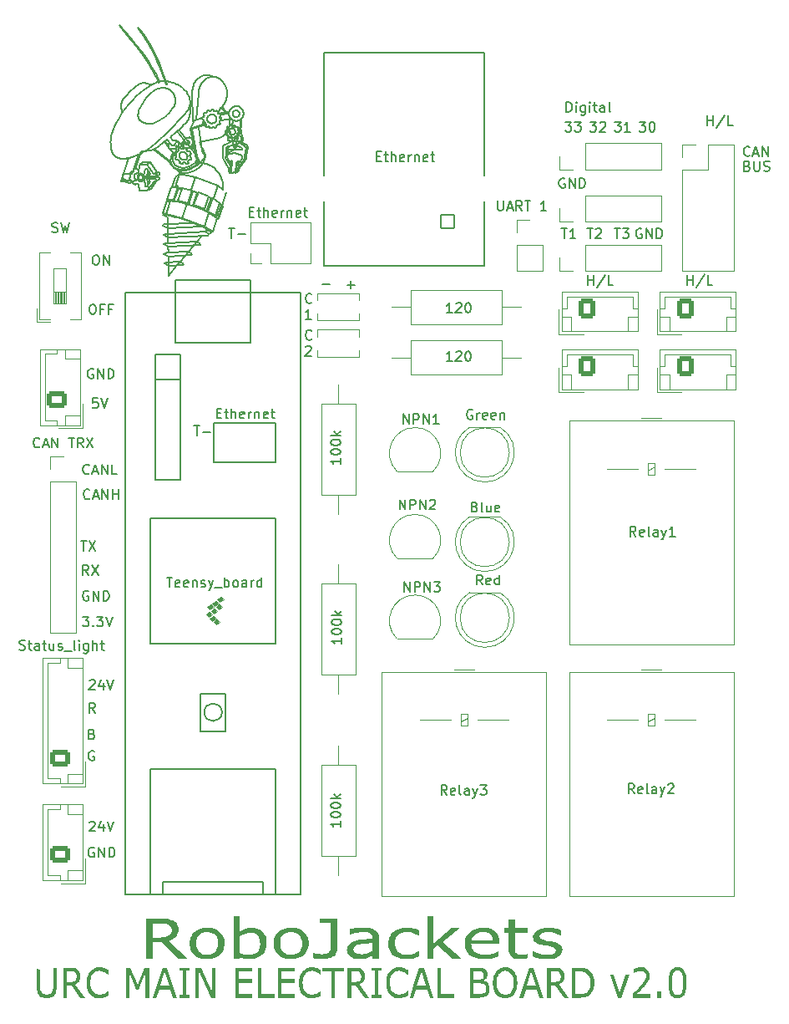
<source format=gto>
%TF.GenerationSoftware,KiCad,Pcbnew,8.0.6*%
%TF.CreationDate,2024-11-20T18:40:54-05:00*%
%TF.ProjectId,Main_4layer,4d61696e-5f34-46c6-9179-65722e6b6963,0*%
%TF.SameCoordinates,Original*%
%TF.FileFunction,Legend,Top*%
%TF.FilePolarity,Positive*%
%FSLAX46Y46*%
G04 Gerber Fmt 4.6, Leading zero omitted, Abs format (unit mm)*
G04 Created by KiCad (PCBNEW 8.0.6) date 2024-11-20 18:40:54*
%MOMM*%
%LPD*%
G01*
G04 APERTURE LIST*
G04 Aperture macros list*
%AMRoundRect*
0 Rectangle with rounded corners*
0 $1 Rounding radius*
0 $2 $3 $4 $5 $6 $7 $8 $9 X,Y pos of 4 corners*
0 Add a 4 corners polygon primitive as box body*
4,1,4,$2,$3,$4,$5,$6,$7,$8,$9,$2,$3,0*
0 Add four circle primitives for the rounded corners*
1,1,$1+$1,$2,$3*
1,1,$1+$1,$4,$5*
1,1,$1+$1,$6,$7*
1,1,$1+$1,$8,$9*
0 Add four rect primitives between the rounded corners*
20,1,$1+$1,$2,$3,$4,$5,0*
20,1,$1+$1,$4,$5,$6,$7,0*
20,1,$1+$1,$6,$7,$8,$9,0*
20,1,$1+$1,$8,$9,$2,$3,0*%
G04 Aperture macros list end*
%ADD10C,0.200000*%
%ADD11C,0.153000*%
%ADD12C,0.287500*%
%ADD13C,0.330000*%
%ADD14C,0.120000*%
%ADD15C,0.127000*%
%ADD16C,0.150000*%
%ADD17C,0.100000*%
%ADD18C,1.600000*%
%ADD19O,1.600000X1.600000*%
%ADD20R,1.700000X1.700000*%
%ADD21O,1.700000X1.700000*%
%ADD22C,6.400000*%
%ADD23RoundRect,0.250000X-0.600000X-0.750000X0.600000X-0.750000X0.600000X0.750000X-0.600000X0.750000X0*%
%ADD24O,1.700000X2.000000*%
%ADD25R,2.500000X2.500000*%
%ADD26O,2.500000X2.500000*%
%ADD27C,3.200000*%
%ADD28RoundRect,0.102000X-0.699000X-0.699000X0.699000X-0.699000X0.699000X0.699000X-0.699000X0.699000X0*%
%ADD29C,1.602000*%
%ADD30C,1.734000*%
%ADD31C,2.604000*%
%ADD32R,1.600000X1.600000*%
%ADD33R,1.300000X1.300000*%
%ADD34C,1.300000*%
%ADD35R,1.050000X1.500000*%
%ADD36O,1.050000X1.500000*%
%ADD37RoundRect,0.250000X0.725000X-0.600000X0.725000X0.600000X-0.725000X0.600000X-0.725000X-0.600000X0*%
%ADD38O,1.950000X1.700000*%
%ADD39RoundRect,0.250000X0.750000X-0.600000X0.750000X0.600000X-0.750000X0.600000X-0.750000X-0.600000X0*%
%ADD40O,2.000000X1.700000*%
%ADD41R,1.350000X1.350000*%
%ADD42O,1.350000X1.350000*%
%ADD43R,1.800000X1.800000*%
%ADD44C,1.800000*%
G04 APERTURE END LIST*
D10*
X127630737Y-61384351D02*
X127615062Y-61383852D01*
X132862421Y-57163085D02*
X132867915Y-57159196D01*
X126765618Y-52638194D02*
X126671791Y-52747264D01*
X131818422Y-58228474D02*
X131830420Y-58220557D01*
X135955465Y-60801193D02*
X136012907Y-60894757D01*
X131642391Y-58573586D02*
X131652948Y-58573716D01*
X138387217Y-54932807D02*
X138374993Y-54966759D01*
X133048268Y-57194240D02*
X133058111Y-57198123D01*
X134671665Y-51150362D02*
X134619167Y-51183204D01*
X131148601Y-59899012D02*
X131129097Y-59858051D01*
X133180520Y-57851748D02*
X133174898Y-57861622D01*
X126978053Y-60981983D02*
X126977657Y-60963301D01*
X136185023Y-51342330D02*
X136130216Y-51292033D01*
X132243518Y-57725809D02*
X132240755Y-57721256D01*
X131490947Y-59896575D02*
X131453271Y-59854504D01*
X130782454Y-67819327D02*
X133724358Y-67681022D01*
X133406696Y-51705680D02*
X133379327Y-51768040D01*
X132209543Y-57988636D02*
X132205725Y-57989524D01*
X136035862Y-63759640D02*
X135591341Y-65028796D01*
X134831619Y-64589480D01*
X135356961Y-63279640D01*
X136035862Y-63759640D01*
X126256109Y-61423212D02*
X126233080Y-61376527D01*
X131822152Y-58379470D02*
X131820766Y-58369033D01*
X130872037Y-57816605D02*
X130883791Y-57792350D01*
X138859611Y-58132555D02*
X138858294Y-58151692D01*
X132869131Y-57759403D02*
X132861734Y-57766716D01*
X133241729Y-52339977D02*
X133238493Y-52385740D01*
X128671469Y-58482048D02*
X128580000Y-58490797D01*
X130872381Y-51469237D02*
X130718645Y-51443333D01*
X136341817Y-61850978D02*
X136355351Y-61967640D01*
X136332695Y-58005945D02*
X136337346Y-57989228D01*
X132249893Y-57775754D02*
X132250304Y-57764274D01*
X127489310Y-60778450D02*
X127502862Y-60771554D01*
X133865064Y-52685742D02*
X133865064Y-52710148D01*
X131815644Y-58349682D02*
X131808532Y-58332070D01*
X135319852Y-50969120D02*
X135256545Y-50970730D01*
X132020034Y-62303346D02*
X132184305Y-62328315D01*
X131927057Y-55347342D02*
X132528199Y-54688388D01*
X127323450Y-61035003D02*
X127324757Y-61019410D01*
X133924324Y-57637690D02*
X135594648Y-57266113D01*
X127584284Y-61380426D02*
X127569222Y-61377540D01*
X126897491Y-61708968D02*
X126870687Y-61709441D01*
X128972052Y-60847071D02*
X128826569Y-60847071D01*
X132591086Y-57201615D02*
X132590358Y-57195074D01*
X131042009Y-59505573D02*
X131039061Y-59412151D01*
X133740523Y-59889100D02*
X133694303Y-59929939D01*
X129933826Y-57950781D02*
X129842972Y-58021346D01*
X135535980Y-60306920D02*
X135614226Y-60380691D01*
X133165276Y-57911601D02*
X133167139Y-57915227D01*
X133061622Y-58650434D02*
X133072699Y-58671386D01*
X134244197Y-59786174D02*
X134178730Y-59873718D01*
X131570504Y-58554765D02*
X131586629Y-58559911D01*
X132977206Y-58549889D02*
X132984842Y-58553190D01*
X127327251Y-61842044D02*
X127307124Y-61831468D01*
X127589630Y-60294227D02*
X127597662Y-60306547D01*
X130926181Y-57720634D02*
X130942647Y-57697238D01*
X129749514Y-58086656D02*
X129653878Y-58146793D01*
X131735322Y-57483344D02*
X131750701Y-57495077D01*
X132936436Y-58162599D02*
X132935957Y-58166478D01*
X132905110Y-57095340D02*
X132908718Y-57092615D01*
X137583933Y-55436563D02*
X137553039Y-55431659D01*
X132795402Y-57183724D02*
X132807564Y-57181855D01*
X126903471Y-60792925D02*
X126906592Y-60781894D01*
X126375387Y-61565823D02*
X126354439Y-61547751D01*
X132421971Y-59651722D02*
X132398885Y-59651119D01*
X130883791Y-57792350D02*
X130896741Y-57768238D01*
X132666082Y-58427299D02*
X132674515Y-58440990D01*
X131711900Y-70056628D02*
X130822863Y-71106136D01*
X132648895Y-58379475D02*
X132651074Y-58390476D01*
X127026566Y-61462181D02*
X127018232Y-61461200D01*
X137803700Y-56057611D02*
X137821686Y-56064503D01*
X126212142Y-53277271D02*
X126179771Y-53325597D01*
X129058182Y-58403672D02*
X128959230Y-58429940D01*
X131580818Y-57422552D02*
X131602886Y-57426783D01*
X132947592Y-57083712D02*
X132957758Y-57083719D01*
X132888601Y-57129382D02*
X132891416Y-57120837D01*
X138161384Y-56318488D02*
X138167343Y-56328832D01*
X135187237Y-63304041D02*
X135187237Y-63312158D01*
X127318864Y-59058507D02*
X127544270Y-58968224D01*
X136617199Y-56732544D02*
X137010875Y-56301353D01*
X132354333Y-57363914D02*
X132362015Y-57354731D01*
X132026033Y-59739104D02*
X132012029Y-59731047D01*
X130775002Y-63563108D02*
X130730567Y-63567140D01*
X133076295Y-58042199D02*
X133070814Y-58037647D01*
X127129822Y-61647676D02*
X127113437Y-61657061D01*
X135303690Y-50969120D02*
X135268465Y-50949863D01*
X138182804Y-56362933D02*
X138187068Y-56375359D01*
X127427602Y-60821855D02*
X127439067Y-60812054D01*
X131975967Y-59576834D02*
X131973433Y-59565947D01*
X138145443Y-56671370D02*
X138134786Y-56683409D01*
X132953825Y-60251745D02*
X133039146Y-60216138D01*
X132374637Y-58219241D02*
X132355753Y-57485722D01*
X127377880Y-60878222D02*
X127386741Y-60866037D01*
X131588174Y-59139164D02*
X131595478Y-59133659D01*
X127020111Y-60596339D02*
X127025858Y-60594721D01*
X137977616Y-56176192D02*
X137990132Y-56191211D01*
X132705765Y-58176209D02*
X132699860Y-58177310D01*
X131819342Y-56398112D02*
X131592343Y-56593476D01*
X133910930Y-52256437D02*
X133910555Y-52256118D01*
X132179269Y-57972649D02*
X132176516Y-57966136D01*
X132640239Y-58220165D02*
X132639065Y-58225114D01*
X132594607Y-57814312D02*
X132588165Y-57809520D01*
X132743792Y-57177787D02*
X132748205Y-57180256D01*
X132882672Y-57142445D02*
X132884992Y-57138094D01*
X131816970Y-60570456D02*
X131307836Y-60131177D01*
X126321347Y-53135870D02*
X126246640Y-53229685D01*
X127417874Y-61874444D02*
X127409309Y-61873629D01*
X131843978Y-57785126D02*
X131839233Y-57806962D01*
X132380805Y-58171506D02*
X132374157Y-58178469D01*
X132854048Y-57773750D02*
X132846089Y-57780495D01*
X132941013Y-58550704D02*
X132948205Y-58548813D01*
X132543595Y-55693883D02*
X132392413Y-55858952D01*
X132751102Y-58171135D02*
X132741606Y-58171467D01*
X136432102Y-57867175D02*
X136446072Y-57859327D01*
X127329090Y-61130087D02*
X127326385Y-61114612D01*
X131461909Y-58756917D02*
X131461323Y-58745274D01*
X132269491Y-59689731D02*
X132263268Y-59697199D01*
X132654544Y-58402085D02*
X132659486Y-58414345D01*
X138118924Y-56266449D02*
X138126672Y-56273981D01*
X132247387Y-57797692D02*
X132248454Y-57790286D01*
X132213074Y-59785612D02*
X132205670Y-59788409D01*
X131486801Y-57746370D02*
X131483471Y-57758903D01*
X131766064Y-60090104D02*
X131714963Y-60064846D01*
X132590358Y-57195074D02*
X132590284Y-57191844D01*
X136650102Y-58829434D02*
X136690514Y-58333150D01*
X133253821Y-57778163D02*
X133250011Y-57778728D01*
X133140308Y-59168144D02*
X133145570Y-59173700D01*
X132014049Y-51947333D02*
X131884891Y-51864130D01*
X133584057Y-59595776D02*
X133558674Y-59622658D01*
X132307879Y-59664625D02*
X132295920Y-59669996D01*
X132548938Y-57653722D02*
X132573183Y-57596770D01*
X127608276Y-60319082D02*
X127614939Y-60325270D01*
X132712028Y-58175239D02*
X132705765Y-58176209D01*
X131627202Y-59401810D02*
X131618933Y-59395213D01*
X132765136Y-57826475D02*
X132755431Y-57829756D01*
X132186580Y-57700988D02*
X132184468Y-57698651D01*
X126174973Y-61105127D02*
X126178310Y-61143670D01*
X136095716Y-63898532D02*
X136120721Y-63925402D01*
X130844067Y-57889754D02*
X130852163Y-57865355D01*
X127116189Y-60603365D02*
X127126619Y-60600734D01*
X126969872Y-61069822D02*
X126973136Y-61049161D01*
X127106518Y-60604887D02*
X127116189Y-60603365D01*
X131369607Y-60187519D02*
X131320997Y-60140658D01*
X130093875Y-51429206D02*
X130026897Y-51437292D01*
X133281863Y-57778003D02*
X133278498Y-57778211D01*
X133465730Y-58723669D02*
X132760544Y-57833546D01*
X132595989Y-58220562D02*
X132610585Y-58228479D01*
X136876402Y-58284337D02*
X136900643Y-58048401D01*
X133029296Y-56209753D02*
X134515679Y-55721854D01*
X133092435Y-59398663D02*
X133085731Y-59402018D01*
X133174898Y-57861622D02*
X133170468Y-57870533D01*
X125934066Y-59250084D02*
X126005894Y-59260610D01*
X136446072Y-57859327D02*
X136460798Y-57852242D01*
X130422063Y-57551994D02*
X130814487Y-57865028D01*
X138075168Y-56390737D02*
X138076939Y-56408947D01*
X126894223Y-61364826D02*
X126886852Y-61343323D01*
X134357077Y-59602070D02*
X134303771Y-59695562D01*
X138085815Y-55323473D02*
X138054867Y-55342510D01*
X129133691Y-61123681D02*
X129869169Y-61123681D01*
X127185890Y-61603692D02*
X127173294Y-61615606D01*
X132974770Y-58067948D02*
X132965631Y-58075026D01*
X133158055Y-59230241D02*
X133156222Y-59244964D01*
X133158053Y-59205952D02*
X133158640Y-59217289D01*
X138782536Y-57923940D02*
X138795443Y-57938563D01*
X126970789Y-61464342D02*
X126965053Y-61464219D01*
X137009024Y-55996952D02*
X137017375Y-55956909D01*
X132337366Y-58196600D02*
X132332198Y-58195251D01*
X127767809Y-58861979D02*
X127897123Y-58805027D01*
X131430509Y-57855348D02*
X131422096Y-57864165D01*
X126435261Y-54191096D02*
X126104506Y-54644379D01*
X131852019Y-60442512D02*
X131783963Y-60422280D01*
X131835628Y-57618665D02*
X131840992Y-57637584D01*
X133191790Y-57942809D02*
X133192872Y-57946173D01*
X138689097Y-58288230D02*
X138693532Y-58266885D01*
X129861087Y-61343350D02*
X129586294Y-61563013D01*
X131901777Y-58186572D02*
X131919891Y-58180025D01*
X133021291Y-59082351D02*
X133028818Y-59093583D01*
X127768207Y-61852799D02*
X127764778Y-61848785D01*
X138807181Y-57953882D02*
X138817747Y-57969839D01*
X137646944Y-55442322D02*
X137615241Y-55440128D01*
X131218132Y-56100683D02*
X131927057Y-55347342D01*
X125305829Y-58924912D02*
X125343428Y-58965015D01*
X129586295Y-61335216D02*
X128850819Y-61335216D01*
X133038899Y-58611876D02*
X133049890Y-58629764D01*
X132025377Y-58194009D02*
X132030137Y-58200619D01*
X135472750Y-50981605D02*
X135397106Y-50973028D01*
X133171885Y-57992342D02*
X133164203Y-58001525D01*
X132396655Y-58180784D02*
X132399545Y-58178614D01*
X126579113Y-52849850D02*
X126402553Y-53042437D01*
X127323288Y-61082986D02*
X127323288Y-61066724D01*
X127336707Y-61160257D02*
X127332537Y-61145309D01*
X137017375Y-55956909D02*
X137024305Y-55916103D01*
X126948257Y-61705260D02*
X126923348Y-61707567D01*
X128317395Y-61009777D02*
X128422461Y-60342654D01*
X126559524Y-60825704D02*
X126473177Y-60823970D01*
X135232529Y-50931762D02*
X135195930Y-50914829D01*
X131819551Y-58414340D02*
X131821716Y-58402080D01*
X135817635Y-61986067D02*
X133578883Y-61164371D01*
X137008440Y-55339460D02*
X137005993Y-55325762D01*
X127467963Y-61841458D02*
X127459674Y-61851821D01*
X132268836Y-58131814D02*
X132269285Y-58127763D01*
X127602569Y-60312820D02*
X127608276Y-60319082D01*
X127590909Y-60744423D02*
X127606512Y-60742470D01*
X132483518Y-58164233D02*
X132480152Y-58162709D01*
X131671835Y-58077677D02*
X131631379Y-58114178D01*
X134836438Y-51067129D02*
X134780354Y-51092257D01*
X133652644Y-51314871D02*
X133612057Y-51365334D01*
X133554636Y-59032829D02*
X133029296Y-56209753D01*
X131937054Y-59502514D02*
X131923762Y-59487757D01*
X134725411Y-51120024D02*
X134671665Y-51150362D01*
X133785227Y-59847499D02*
X133740523Y-59889100D01*
X132813856Y-57677894D02*
X132809546Y-57682905D01*
X138310653Y-55094884D02*
X138290895Y-55124724D01*
X134618056Y-50808013D02*
X134555466Y-50812797D01*
X136758478Y-52685742D02*
X136744808Y-52524526D01*
X132604296Y-57165961D02*
X132608738Y-57162610D01*
X132183709Y-57667824D02*
X132186051Y-57659023D01*
X125622611Y-59157593D02*
X125678805Y-59181252D01*
X132205725Y-57989524D02*
X132202014Y-57989964D01*
X126906592Y-60781894D02*
X126911006Y-60769320D01*
X134174609Y-51634607D02*
X134139367Y-51690570D01*
X132423639Y-58170725D02*
X132429015Y-58170391D01*
X132272064Y-58120131D02*
X132274235Y-58116481D01*
X131461907Y-58731942D02*
X131463741Y-58716762D01*
X132486600Y-58165758D02*
X132483518Y-58164233D01*
X132986615Y-58952692D02*
X132988884Y-58975862D01*
X131127460Y-58311680D02*
X131083064Y-58310807D01*
X131032995Y-63556260D02*
X130596563Y-64874223D01*
X133134345Y-59163283D02*
X133140308Y-59168144D01*
X137516592Y-53966079D02*
X137554138Y-53958465D01*
X126959449Y-61463452D02*
X126953934Y-61461875D01*
X137884292Y-53974931D02*
X137918677Y-53985606D01*
X133719097Y-67677327D02*
X134071893Y-67925086D01*
X133214990Y-57800984D02*
X133209888Y-57806966D01*
X127712427Y-61815696D02*
X127703382Y-61812657D01*
X126886852Y-61343323D02*
X126879927Y-61321677D01*
X131356629Y-59709396D02*
X131341339Y-59678651D01*
X131622430Y-58570763D02*
X131632224Y-58572542D01*
X125029598Y-58351079D02*
X125063444Y-58472122D01*
X133683227Y-60324144D02*
X133587034Y-60385004D01*
X131544666Y-59163172D02*
X131558340Y-59155864D01*
X130861491Y-57840956D02*
X130872037Y-57816605D01*
X131631079Y-59032819D02*
X131274514Y-58643986D01*
X126779636Y-61471212D02*
X126861389Y-61465461D01*
X131627588Y-58960849D02*
X131623229Y-58940119D01*
X135381202Y-63279640D02*
X135809558Y-61977928D01*
X131818989Y-60112570D02*
X131766064Y-60090104D01*
X132957758Y-57083719D02*
X132969209Y-57084224D01*
X136328981Y-58023511D02*
X136332695Y-58005945D01*
X133131420Y-57195694D02*
X133135130Y-57193183D01*
X138178079Y-56351044D02*
X138182804Y-56362933D01*
X132500452Y-58174907D02*
X132498577Y-58173382D01*
X132600587Y-57169270D02*
X132604296Y-57165961D01*
X132134178Y-63706471D02*
X131791207Y-63632003D01*
X127558445Y-60257338D02*
X127563892Y-60260192D01*
X133467525Y-51585521D02*
X133406696Y-51705680D01*
X132545317Y-57743984D02*
X132543417Y-57735899D01*
X132307973Y-57556100D02*
X132313649Y-57550354D01*
X132804792Y-58223582D02*
X132803034Y-58220803D01*
X136068187Y-54786009D02*
X136941066Y-54680244D01*
X126921891Y-61171577D02*
X126928112Y-61165824D01*
X138088725Y-56226020D02*
X138194110Y-56401861D01*
X127204030Y-61635735D02*
X127198740Y-61623515D01*
X132338069Y-57419308D02*
X132336032Y-57416500D01*
X132725787Y-57141954D02*
X132727755Y-57149311D01*
X131620606Y-59101719D02*
X131625290Y-59090486D01*
X131422096Y-57864165D02*
X131413182Y-57872586D01*
X133302233Y-57769208D02*
X133298765Y-57771900D01*
X133024339Y-57106053D02*
X133024611Y-57109498D01*
X133013649Y-57150827D02*
X133013399Y-57155321D01*
X133148494Y-59280332D02*
X133142443Y-59301284D01*
X132797436Y-59569381D02*
X132797810Y-59580382D01*
X134976970Y-63205650D02*
X135048827Y-63238955D01*
X132439905Y-58150889D02*
X132431980Y-58150157D01*
X133868900Y-52548454D02*
X133866706Y-52594217D01*
X127054563Y-60597897D02*
X127067247Y-60601452D01*
X131492205Y-58209191D02*
X131440786Y-58235038D01*
X132830601Y-57176647D02*
X132840207Y-57173610D01*
X137761638Y-60625619D02*
X137772688Y-60342937D01*
X134303771Y-59695562D02*
X134244197Y-59786174D01*
X131543352Y-65189364D02*
X131791464Y-65248718D01*
X136340216Y-58220966D02*
X136334818Y-58195443D01*
X131320997Y-60140658D02*
X131275464Y-60090461D01*
X132168195Y-60188907D02*
X132046552Y-60174577D01*
X127747051Y-61833131D02*
X127741387Y-61829399D01*
X132441161Y-58170682D02*
X132447980Y-58171335D01*
X132867915Y-57159196D02*
X132872600Y-57155160D01*
X132374635Y-58219255D02*
X132380587Y-58204523D01*
X131548137Y-58551453D02*
X131555373Y-58551729D01*
X136366799Y-62281525D02*
X136366215Y-62307425D01*
X137107203Y-55167614D02*
X137082150Y-55135180D01*
X130769597Y-59358108D02*
X129403713Y-58276070D01*
X137310057Y-54047545D02*
X137342061Y-54029977D01*
X126817806Y-60819846D02*
X126732028Y-60823546D01*
X134235305Y-58183768D02*
X134250647Y-58215630D01*
X131290658Y-57448732D02*
X131355075Y-57431956D01*
X127516770Y-60765301D02*
X127531011Y-60759713D01*
X126926187Y-61435993D02*
X126920303Y-61426050D01*
X132818303Y-57811258D02*
X132745649Y-57832634D01*
X132771424Y-57711389D02*
X132764841Y-57714481D01*
X133913130Y-52260113D02*
X133912879Y-52259377D01*
X133071826Y-59404783D02*
X133064589Y-59404545D01*
X132941685Y-58100104D02*
X132938347Y-58105663D01*
X136633709Y-52055990D02*
X136574577Y-51908742D01*
X132658033Y-58293390D02*
X132657319Y-58300689D01*
X131272404Y-59133863D02*
X131286199Y-59061654D01*
X138659702Y-57845934D02*
X138680710Y-57854061D01*
X135370413Y-60170697D02*
X135454670Y-60236881D01*
X132772770Y-58173978D02*
X132766594Y-58172450D01*
X132882983Y-57743984D02*
X132876219Y-57751823D01*
X132271109Y-58305375D02*
X132279574Y-58303960D01*
X133023161Y-58037053D02*
X133015059Y-58041156D01*
X133608683Y-59568537D02*
X133584057Y-59595776D01*
X132799519Y-58551996D02*
X132814128Y-58558749D01*
X131802068Y-57550484D02*
X131812208Y-57566373D01*
X138815178Y-58282357D02*
X138804140Y-58299856D01*
X133828416Y-59804946D02*
X133785227Y-59847499D01*
X127337684Y-60959299D02*
X127342735Y-60944942D01*
X138194110Y-56401861D02*
X138217873Y-56524700D01*
X126920303Y-61426050D02*
X126914208Y-61414129D01*
X126869801Y-61285322D02*
X126866473Y-61270291D01*
X125678805Y-59181252D02*
X125737969Y-59202376D01*
X132872222Y-58215080D02*
X132860794Y-58219905D01*
X131117988Y-63557654D02*
X131075446Y-63556624D01*
X127568585Y-60263677D02*
X127572681Y-60267727D01*
X131514528Y-58569698D02*
X131520966Y-58562831D01*
X133913503Y-52261937D02*
X133913430Y-52261416D01*
X130834798Y-58135072D02*
X130830171Y-58116744D01*
X133238493Y-52385740D02*
X133236299Y-52431503D01*
X134372526Y-50845526D02*
X134313333Y-50862338D01*
X132838102Y-57629905D02*
X132836066Y-57636644D01*
X132675530Y-57132516D02*
X132684388Y-57129610D01*
X127202219Y-61731411D02*
X127205085Y-61719596D01*
X126742272Y-61702972D02*
X126702935Y-61698048D01*
X131373771Y-60177678D02*
X131442756Y-60219678D01*
X132370691Y-58234765D02*
X132372912Y-58226949D01*
X136950744Y-54824199D02*
X136945081Y-54786069D01*
X132166834Y-57889292D02*
X132168364Y-57884236D01*
X136186643Y-64003340D02*
X136205584Y-64028109D01*
X132798246Y-59557772D02*
X132797436Y-59569381D01*
X132388128Y-58164710D02*
X132380805Y-58171506D01*
X132701951Y-57729849D02*
X132692811Y-57730555D01*
X126216031Y-60806376D02*
X126202213Y-60865335D01*
X132218686Y-57708162D02*
X132214576Y-57707488D01*
X132571048Y-57793076D02*
X132566112Y-57786940D01*
X133748603Y-62742682D02*
X133255597Y-64044383D01*
X136121719Y-54159562D02*
X136079576Y-54142026D01*
X138201873Y-56478229D02*
X138201219Y-56504746D01*
X131929834Y-60149139D02*
X131873618Y-60132247D01*
X127526930Y-61803339D02*
X127515794Y-61806842D01*
X132048700Y-58230873D02*
X132059687Y-58246953D01*
X135048827Y-63238955D02*
X135119169Y-63272260D01*
X131046275Y-59551640D02*
X131042009Y-59505573D01*
X133639493Y-62698060D02*
X133757169Y-62737413D01*
X137220529Y-54108853D02*
X137249254Y-54087037D01*
X127399522Y-61871697D02*
X127388371Y-61868555D01*
X132823394Y-55310432D02*
X132779232Y-55383931D01*
X127660088Y-61383886D02*
X127646574Y-61384013D01*
X134289856Y-58314126D02*
X134300652Y-58347848D01*
X132716544Y-57128358D02*
X132719248Y-57130290D01*
X132901141Y-57719027D02*
X132895461Y-57727576D01*
X130824186Y-58077476D02*
X130822863Y-58056545D01*
X134300652Y-58347848D02*
X134310312Y-58381975D01*
X136300135Y-61623037D02*
X136323374Y-61736069D01*
X127010357Y-47110781D02*
X127562944Y-47776411D01*
X128097156Y-48454436D01*
X128355299Y-48801611D01*
X128606363Y-49156105D01*
X128849519Y-49519321D01*
X129083937Y-49892668D01*
X129308789Y-50277550D01*
X129523246Y-50675375D01*
X129726480Y-51087549D01*
X129917662Y-51515477D01*
X129804510Y-51572424D01*
X129619839Y-51157028D01*
X129423922Y-50755159D01*
X129217444Y-50365659D01*
X129001092Y-49987374D01*
X128775553Y-49619147D01*
X128541514Y-49259822D01*
X128299661Y-48908244D01*
X128050680Y-48563255D01*
X127795260Y-48223701D01*
X127534085Y-47888425D01*
X126997221Y-47226083D01*
X125884659Y-45901875D01*
X125876580Y-45771703D01*
X127010357Y-47110781D01*
X132506858Y-59669996D02*
X132493480Y-59664625D01*
X132903858Y-58200050D02*
X132894802Y-58204854D01*
X132182151Y-57977965D02*
X132179269Y-57972649D01*
X133929885Y-52193840D02*
X133913556Y-52262688D01*
X133170468Y-57870533D02*
X133167141Y-57878549D01*
X127767809Y-58861979D02*
X127119540Y-60801008D01*
X132286264Y-58102197D02*
X132293166Y-58094762D01*
X134940711Y-63189474D02*
X134976970Y-63205650D01*
X133444711Y-65807007D02*
X133690267Y-65914316D01*
X136682412Y-53236853D02*
X136709227Y-53131802D01*
X133396999Y-60151511D02*
X133243105Y-60240066D01*
X132077088Y-60397911D02*
X132163468Y-60401139D01*
X137773099Y-59955905D02*
X137801860Y-59601809D01*
X132669385Y-59788156D02*
X132656527Y-59790126D01*
X136669574Y-54581347D02*
X136208055Y-54039601D01*
X132347985Y-57372183D02*
X132354333Y-57363914D01*
X134498484Y-59768933D02*
X134604079Y-59794855D01*
X138852893Y-58057153D02*
X138856365Y-58075715D01*
X127097539Y-60605461D02*
X127106518Y-60604887D01*
X132930816Y-58178345D02*
X132927532Y-58182442D01*
X131413182Y-57872586D02*
X131403770Y-57880605D01*
X126915660Y-61176478D02*
X126921891Y-61171577D01*
X131349282Y-57914538D02*
X131336908Y-57920060D01*
X132061676Y-59756053D02*
X132042521Y-59747427D01*
X132775122Y-57185126D02*
X132784618Y-57184795D01*
X137955841Y-55390586D02*
X137920897Y-55403420D01*
X131304776Y-58989206D02*
X131328077Y-58916723D01*
X127804611Y-61902301D02*
X127801337Y-61899677D01*
X132671372Y-58186335D02*
X132667684Y-58188187D01*
X132956590Y-53175099D02*
X132916899Y-53045488D01*
X131750701Y-57495077D02*
X131765098Y-57507674D01*
X132994672Y-58869372D02*
X132990858Y-58882211D01*
X136638797Y-54545220D02*
X136607095Y-54510082D01*
X133258634Y-52202687D02*
X133251705Y-52248450D01*
X127375712Y-61864112D02*
X127361401Y-61858273D01*
X132825079Y-57661515D02*
X132821622Y-57667196D01*
X132985031Y-54804736D02*
X132968195Y-54884524D01*
X132984842Y-58553190D02*
X132992761Y-58558051D01*
X131414287Y-58246702D02*
X131387307Y-58257476D01*
X132969790Y-58547975D02*
X132977206Y-58549889D01*
X126222912Y-61274007D02*
X126242173Y-61301764D01*
X134320622Y-64464282D02*
X133968843Y-64312159D01*
X127471828Y-61337397D02*
X127459311Y-61329064D01*
X132800412Y-59545512D02*
X132798246Y-59557772D01*
X133086015Y-60315441D02*
X132926876Y-60377624D01*
X136607095Y-54510082D02*
X136574494Y-54475968D01*
X135256545Y-50970730D02*
X135193955Y-50975514D01*
X132985371Y-58060508D02*
X132974770Y-58067948D01*
X132108367Y-60673833D02*
X132008357Y-60646786D01*
X132859570Y-63914212D02*
X131800805Y-63637597D01*
X131808674Y-58236135D02*
X131818422Y-58228474D01*
X132576375Y-57798892D02*
X132571048Y-57793076D01*
X132012029Y-59731047D02*
X132000329Y-59723216D01*
X130362182Y-68942039D02*
X130410675Y-68820015D01*
X126018061Y-54041215D02*
X126028553Y-54118667D01*
X133193370Y-57830751D02*
X133187426Y-57840845D01*
X132205832Y-57856577D02*
X132214376Y-57852265D01*
X131821716Y-58402080D02*
X131822526Y-58390471D01*
X125383448Y-59002908D02*
X125425968Y-59038543D01*
X138144395Y-55281203D02*
X138115670Y-55303019D01*
X132969513Y-65616035D02*
X133205052Y-65707779D01*
X131438420Y-57846139D02*
X131430509Y-57855348D01*
X137813767Y-53958624D02*
X137849304Y-53965925D01*
X127514475Y-60254762D02*
X127526018Y-60253505D01*
X126940269Y-61151119D02*
X126946077Y-61141845D01*
X131469263Y-63578319D02*
X131173933Y-63547660D01*
X137024161Y-59723927D02*
X137031229Y-59548168D01*
X131440786Y-58235038D02*
X131414287Y-58246702D01*
X126177262Y-61019305D02*
X126174644Y-61063748D01*
X132938626Y-57084175D02*
X132947592Y-57083712D01*
X132279574Y-58303960D02*
X132287559Y-58302322D01*
X133275113Y-57778234D02*
X133261175Y-57777789D01*
X127226309Y-60537889D02*
X127243266Y-60522342D01*
X126891903Y-61190777D02*
X126903420Y-61184366D01*
X132503870Y-58177958D02*
X132502208Y-58176432D01*
X138693532Y-58266885D02*
X138696809Y-58246234D01*
X131907767Y-60379023D02*
X131991783Y-60390554D01*
X132657897Y-57838741D02*
X132648939Y-57837137D01*
X125540598Y-55575591D02*
X125423813Y-55809730D01*
X131633347Y-59007165D02*
X131631079Y-58983995D01*
X138167343Y-56328832D02*
X138172917Y-56339680D01*
X137024305Y-55916103D02*
X137029909Y-55874535D01*
X127130035Y-61529644D02*
X127115494Y-61514934D01*
X132824724Y-59708992D02*
X132818960Y-59716271D01*
X126923348Y-61707567D02*
X126897491Y-61708968D01*
X132546189Y-57663563D02*
X132548938Y-57653722D01*
X133295340Y-57774015D02*
X133291948Y-57775617D01*
X133150527Y-69047814D02*
X130790534Y-69169844D01*
X132258057Y-59704953D02*
X132253690Y-59712898D01*
X138432375Y-57942679D02*
X137930438Y-57575484D01*
X133907541Y-52254750D02*
X133906897Y-52254640D01*
X131973433Y-59565947D02*
X131969561Y-59554512D01*
X128487122Y-59870793D02*
X128268902Y-59870793D01*
X136714756Y-58105353D02*
X136690514Y-58333150D01*
X131974824Y-58169093D02*
X131984888Y-58169697D01*
X132837875Y-57786940D02*
X132829425Y-57793076D01*
X137288355Y-55327623D02*
X137254942Y-55305290D01*
X137288595Y-57470780D02*
X136860241Y-57454513D01*
X127630410Y-61798943D02*
X127608081Y-61797235D01*
X134904357Y-63173869D02*
X134940711Y-63189474D01*
X132245449Y-57806928D02*
X132247387Y-57797692D01*
X138068281Y-56352084D02*
X138072562Y-56372459D01*
X137961842Y-56726631D02*
X137937310Y-56750009D01*
X133075296Y-58796688D02*
X133061621Y-58803995D01*
X132589694Y-57241952D02*
X132591352Y-57237831D01*
X132891416Y-57120837D02*
X132894137Y-57112673D01*
X138148406Y-56299275D02*
X138155063Y-56308640D01*
X131361165Y-57908589D02*
X131349282Y-57914538D01*
X132653165Y-58198579D02*
X132650973Y-58200842D01*
X131531702Y-58822347D02*
X131514901Y-58815176D01*
X134341565Y-58557858D02*
X134344406Y-58593916D01*
X132718659Y-58174407D02*
X132712028Y-58175239D01*
X131971539Y-59640947D02*
X131974942Y-59624402D01*
X133187284Y-57970012D02*
X133183335Y-57976653D01*
X136323374Y-61736069D02*
X136341817Y-61850978D01*
X132387389Y-58191414D02*
X132389412Y-58188491D01*
X133057294Y-58030831D02*
X133053018Y-58030125D01*
X137849304Y-53965925D02*
X137884292Y-53974931D01*
X136755293Y-52800683D02*
X136758478Y-52685742D01*
X131768475Y-63515581D02*
X132184305Y-62328315D01*
X133078867Y-59404000D02*
X133071826Y-59404783D01*
X132285648Y-59676034D02*
X132276895Y-59682644D01*
X130840489Y-58152524D02*
X130834798Y-58135072D01*
X133156375Y-59196079D02*
X133158053Y-59205952D01*
X132748205Y-57180256D02*
X132753455Y-57182284D01*
X137031229Y-59548168D02*
X137124873Y-59653036D01*
X131852778Y-59427314D02*
X131836068Y-59416538D01*
X127358024Y-60305086D02*
X127371998Y-60298694D01*
X133250011Y-57778728D02*
X133246100Y-57779633D01*
X133233366Y-64032177D02*
X132860845Y-63908799D01*
X131847391Y-57763332D02*
X131843978Y-57785126D01*
X131783963Y-60422280D02*
X131717836Y-60398726D01*
X132645635Y-58207895D02*
X132644233Y-58210313D01*
X138016741Y-56206772D02*
X138034028Y-56213162D01*
X137003737Y-54390057D02*
X137019088Y-54357588D01*
X132298385Y-58174396D02*
X132290724Y-58167765D01*
X133204591Y-57813877D02*
X133199089Y-57821784D01*
X133188150Y-57936947D02*
X133190186Y-57939755D01*
X132729026Y-55458989D02*
X132672921Y-55535642D01*
X128826569Y-61360703D02*
X129133691Y-61123681D01*
X132992375Y-58999031D02*
X132996734Y-59019827D01*
X133018971Y-57173205D02*
X133022510Y-57177579D01*
X138668665Y-58356456D02*
X138676680Y-58333013D01*
X132543417Y-57735899D02*
X132541992Y-57727576D01*
X133048260Y-58029997D02*
X133042958Y-58030536D01*
X132213464Y-57987396D02*
X132209543Y-57988636D01*
X133138610Y-57190520D02*
X133144996Y-57184905D01*
X134951822Y-51025054D02*
X134893612Y-51044705D01*
X133285220Y-57777545D02*
X133281863Y-57778003D01*
X126976352Y-60946651D02*
X126974230Y-60931884D01*
X127212028Y-61667296D02*
X127210515Y-61657560D01*
X131173933Y-63547660D02*
X130910806Y-63542266D01*
X136079576Y-54142026D02*
X136153797Y-54082856D01*
X133312997Y-57757007D02*
X133309339Y-57761827D01*
X136999912Y-54990558D02*
X136984295Y-54950898D01*
X137930438Y-57575484D02*
X137528409Y-58363179D01*
X136941631Y-54635839D02*
X136945381Y-54599123D01*
X133177166Y-60581011D02*
X133070304Y-60617224D01*
X131275464Y-60090461D02*
X131246149Y-60054096D01*
X132282700Y-57990242D02*
X132277580Y-57985516D01*
X132253690Y-59712898D02*
X132246811Y-59728979D01*
X132245882Y-57731286D02*
X132243518Y-57725809D01*
X131665599Y-60318938D02*
X131744460Y-60343259D01*
X126965053Y-61464219D02*
X126959449Y-61463452D01*
X127569953Y-61797025D02*
X127553866Y-61798338D01*
X133655661Y-59513081D02*
X133632551Y-59540964D01*
X126104506Y-54644379D02*
X125804521Y-55107613D01*
X132741606Y-58171467D02*
X132730821Y-58172538D01*
X131940854Y-62291146D02*
X132020034Y-62303346D01*
X132550500Y-57759403D02*
X132547681Y-57751823D01*
X132039229Y-58215174D02*
X132048700Y-58230873D01*
X132345867Y-57426939D02*
X132340447Y-57421940D01*
X132786829Y-63767784D02*
X131768475Y-63515581D01*
X138683485Y-58310271D02*
X138689097Y-58288230D01*
X132907745Y-59405178D02*
X132894471Y-59414460D01*
X126214550Y-61327792D02*
X126200293Y-61277329D01*
X132489422Y-58167283D02*
X132486600Y-58165758D01*
X132338934Y-57386244D02*
X132342883Y-57379604D01*
X131479627Y-57771085D02*
X131475269Y-57782911D01*
X136460798Y-57852242D02*
X136476266Y-57845915D01*
X126320365Y-61377075D02*
X126353430Y-61400280D01*
X131735917Y-59391244D02*
X131726613Y-59393084D01*
X126982827Y-61463325D02*
X126970789Y-61464342D01*
X130837214Y-57914105D02*
X130844067Y-57889754D01*
X128446710Y-62075564D02*
X128333560Y-61343350D01*
X133094298Y-58721478D02*
X133098005Y-58734431D01*
X133044987Y-59111844D02*
X133053473Y-59119179D01*
X127671178Y-61804734D02*
X127658602Y-61802545D01*
X131967609Y-59671489D02*
X131967777Y-59664075D01*
X138688770Y-58120837D02*
X138683405Y-58105624D01*
X127163104Y-60584596D02*
X127177215Y-60575937D01*
X131849299Y-57698572D02*
X131850085Y-57720018D01*
X128955883Y-60855205D02*
X128826569Y-61083002D01*
X126791493Y-53752971D02*
X126435261Y-54191096D01*
X132749324Y-58519492D02*
X132767182Y-58532541D01*
X132212994Y-62246404D02*
X133231349Y-62466067D01*
X133009712Y-58573155D02*
X133018875Y-58583746D01*
X136323800Y-58102405D02*
X136323614Y-58081373D01*
X132650973Y-58200842D02*
X132648994Y-58203153D01*
X132760544Y-57833546D02*
X132755431Y-57829756D01*
X127243266Y-60522342D02*
X127257880Y-60507704D01*
X131532460Y-60308105D02*
X131475482Y-60271241D01*
X130790534Y-69169844D02*
X130362182Y-68942039D01*
X132293166Y-58094762D02*
X132299808Y-58086767D01*
X127450992Y-60802792D02*
X127463354Y-60794090D01*
X132998573Y-57087946D02*
X133005515Y-57089785D01*
X131714963Y-60064846D02*
X131665803Y-60036793D01*
X132899569Y-57101612D02*
X132902090Y-57098348D01*
X127403315Y-61279011D02*
X127393578Y-61267469D01*
X136166184Y-63977901D02*
X136186643Y-64003340D01*
X138677038Y-58091077D02*
X138669687Y-58077192D01*
X136367225Y-62205730D02*
X136367099Y-62255815D01*
X131957075Y-59529842D02*
X131948097Y-59516529D01*
X131002804Y-57082972D02*
X131290658Y-57448732D01*
X134326223Y-58451351D02*
X134332473Y-58486551D01*
X132644233Y-58210313D02*
X132641934Y-58215215D01*
X131968287Y-59678818D02*
X131967609Y-59671489D01*
X134031621Y-60038860D02*
X133950730Y-60116085D01*
X132986304Y-58913319D02*
X132985794Y-58931896D01*
X127307124Y-61831468D02*
X127287231Y-61821183D01*
X132923972Y-57540723D02*
X132927235Y-57548036D01*
X133173134Y-57162311D02*
X133176306Y-57161584D01*
X135011015Y-51008243D02*
X134951822Y-51025054D01*
X138847103Y-58208862D02*
X138840949Y-58227645D01*
X127424314Y-61300626D02*
X127413567Y-61290070D01*
X138699863Y-58188411D02*
X138698680Y-58170503D01*
X134233536Y-67070851D02*
X134847776Y-67038300D01*
X127631755Y-60337166D02*
X127642219Y-60342746D01*
X133588371Y-59867530D02*
X133657396Y-59804072D01*
X131631931Y-59063050D02*
X131633658Y-59046539D01*
X132887350Y-54131093D02*
X132938157Y-53991471D01*
X130296891Y-51416205D02*
X130228777Y-51418569D01*
X132661123Y-58192135D02*
X132658230Y-58194220D01*
X132932820Y-59392337D02*
X132920522Y-59397863D01*
X127254911Y-61802784D02*
X127242167Y-61794538D01*
X131390028Y-58769336D02*
X130871356Y-58202989D01*
X128648762Y-59870793D02*
X127880955Y-59862643D01*
X128179997Y-59659268D01*
X128963968Y-59659268D01*
X128648762Y-59870793D01*
X127776822Y-61864819D02*
X127771327Y-61856820D01*
X124979037Y-58089485D02*
X125001671Y-58223410D01*
X132364596Y-58188028D02*
X132361323Y-58190703D01*
X132700072Y-59779831D02*
X132683852Y-59784756D01*
X132218578Y-57849639D02*
X132222683Y-57846594D01*
X132468113Y-58158134D02*
X132457923Y-58154809D01*
X132233896Y-57576044D02*
X132237685Y-57574680D01*
X131990749Y-59715573D02*
X131983107Y-59708079D01*
X129553963Y-61083002D02*
X129553963Y-60847071D01*
X136609693Y-59219937D02*
X137013801Y-59911477D01*
X131977363Y-59606593D02*
X131977750Y-59597118D01*
X125471066Y-59071876D02*
X125518820Y-59102859D01*
X132622830Y-58236141D02*
X132632907Y-58243589D01*
X133229225Y-57787960D02*
X133224648Y-57791547D01*
X131599645Y-61832888D02*
X131881627Y-62287083D01*
X132235753Y-59759234D02*
X132232567Y-59765844D01*
X133912546Y-52258618D02*
X133912344Y-52258237D01*
X133784244Y-51175559D02*
X133738791Y-51219917D01*
X137034747Y-60693236D02*
X136922629Y-60568875D01*
X134605317Y-55827378D02*
X133223268Y-56266705D01*
X132926269Y-57663563D02*
X132923235Y-57673252D01*
X131635121Y-59406671D02*
X131627202Y-59401810D01*
X132988884Y-58975862D02*
X132992375Y-58999031D01*
X138852043Y-58189904D02*
X138847103Y-58208862D01*
X132627036Y-57152221D02*
X132634985Y-57148623D01*
X127682944Y-60746407D02*
X127698098Y-60748871D01*
X137035945Y-54325941D02*
X137054271Y-54295171D01*
X132541052Y-57719027D02*
X132540609Y-57710262D01*
X126476303Y-61450362D02*
X126510781Y-61458057D01*
X132295079Y-58300470D02*
X132302149Y-58298416D01*
X138359076Y-54385613D02*
X138373446Y-54419839D01*
X132014722Y-58182600D02*
X132020286Y-58187971D01*
X138833579Y-58246194D02*
X138824990Y-58264450D01*
X137014091Y-55366093D02*
X137011171Y-55352967D01*
X132840207Y-57173610D02*
X132848654Y-57170319D01*
X126179771Y-53325597D02*
X126149693Y-53374875D01*
X133913556Y-52262688D02*
X133913540Y-52262338D01*
X132927235Y-57548036D02*
X132930054Y-57555617D01*
X131489614Y-57733490D02*
X131486801Y-57746370D01*
X132326228Y-58288383D02*
X132331271Y-58285472D01*
X126283862Y-61467526D02*
X126269381Y-61445686D01*
X130818870Y-63560218D02*
X130775002Y-63563108D01*
X133612057Y-51365334D02*
X133573198Y-51417697D01*
X133018875Y-58583746D02*
X133028582Y-58596594D01*
X132724614Y-57138567D02*
X132725787Y-57141954D01*
X132839854Y-57622963D02*
X132838102Y-57629905D01*
X127539856Y-61369527D02*
X127525593Y-61364442D01*
X126901552Y-60802561D02*
X126903471Y-60792925D01*
X138172772Y-56628483D02*
X138164495Y-56643990D01*
X131519698Y-59195653D02*
X131521514Y-59188245D01*
X132840551Y-58567178D02*
X132852496Y-58569203D01*
X132500935Y-58183197D02*
X132512002Y-58186624D01*
X130161136Y-51422934D02*
X130093875Y-51429206D01*
X131595478Y-59133659D02*
X131602488Y-59127316D01*
X132189237Y-57648929D02*
X132193318Y-57637449D01*
X131431226Y-59826716D02*
X131410546Y-59798285D01*
X132826063Y-59489098D02*
X132816759Y-59504394D01*
X135594648Y-57266113D02*
X135678922Y-57249150D01*
X131477519Y-58658562D02*
X131483584Y-58637176D01*
X137651236Y-56034875D02*
X137670838Y-56034386D01*
X127346180Y-60311222D02*
X127358024Y-60305086D01*
X134017814Y-51930752D02*
X133992547Y-51994544D01*
X136471530Y-54380134D02*
X136435566Y-54350478D01*
X138698945Y-58226273D02*
X138699957Y-58207000D01*
X131380534Y-63572517D02*
X131290997Y-63566539D01*
X132546637Y-59697199D02*
X132538468Y-59689731D01*
X136617004Y-59203984D02*
X137009782Y-59900970D01*
X133097252Y-58051939D02*
X133093592Y-58051852D01*
X132372912Y-58226949D02*
X132374637Y-58219241D01*
X131452732Y-57826565D02*
X131445828Y-57836543D01*
X138186532Y-56593418D02*
X138180138Y-56611654D01*
X125737969Y-59202376D02*
X125800181Y-59220920D01*
X132357926Y-58193010D02*
X132354356Y-58194878D01*
X137667201Y-53947237D02*
X137704398Y-53947336D01*
X138056861Y-56312698D02*
X138063037Y-56332157D01*
X138425334Y-54679665D02*
X138425236Y-54717108D01*
X132784244Y-57818742D02*
X132774746Y-57822800D01*
X133015059Y-58041156D02*
X133006101Y-58046373D01*
X132801132Y-57466835D02*
X132810615Y-57467538D01*
X138736830Y-57884824D02*
X138753227Y-57897012D01*
X138034028Y-56213162D02*
X138051481Y-56220864D01*
X133100158Y-58745768D02*
X133100873Y-58755642D01*
X133110806Y-58047800D02*
X133105797Y-58050002D01*
X136324998Y-58124321D02*
X136323800Y-58102405D01*
X130200539Y-64947448D02*
X130744020Y-65241395D01*
X131547264Y-59288475D02*
X131538203Y-59269752D01*
X132205670Y-59788409D02*
X132196916Y-59790157D01*
X127582934Y-60282633D02*
X127589630Y-60294227D01*
X132937127Y-57597179D02*
X132937065Y-57606149D01*
X132249273Y-57782840D02*
X132249893Y-57775754D01*
X127310729Y-60387327D02*
X127309151Y-60374161D01*
X127210515Y-61657560D02*
X127207902Y-61647062D01*
X138290895Y-55124724D02*
X138269744Y-55153580D01*
X129585197Y-61596872D02*
X129586294Y-61563013D01*
X131460782Y-57416896D02*
X131510605Y-57415993D01*
X130313686Y-67949493D02*
X130370262Y-67835600D01*
X125800181Y-59220920D02*
X125865521Y-59236838D01*
X131060438Y-59642270D02*
X131052415Y-59597220D01*
X127771327Y-61856820D02*
X127768207Y-61852799D01*
X127599571Y-61382537D02*
X127584284Y-61380426D01*
X136744808Y-52524526D02*
X136719203Y-52365050D01*
X130766290Y-66883727D02*
X134556822Y-66688476D01*
X132819840Y-57468697D02*
X132828798Y-57470301D01*
X131314738Y-59615641D02*
X131293394Y-59550771D01*
X133379327Y-51768040D02*
X133354059Y-51831832D01*
X132275181Y-58150388D02*
X132272214Y-58145321D01*
X132818960Y-59716271D02*
X132811289Y-59723719D01*
X133992547Y-51994544D02*
X133969434Y-52059701D01*
X132175445Y-57872873D02*
X132178508Y-57870090D01*
X125223906Y-56275057D02*
X125142106Y-56504942D01*
X134233536Y-67070851D02*
X133724358Y-67681022D01*
X136079104Y-57114096D02*
X136154073Y-57077288D01*
X131355075Y-57431956D02*
X131408852Y-57422174D01*
X131653781Y-60371846D02*
X131591941Y-60341639D01*
X134277923Y-58280833D02*
X134289856Y-58314126D01*
X127173294Y-61615606D02*
X127159750Y-61626924D01*
X136922629Y-60568875D02*
X136949588Y-60290968D01*
X127668034Y-60352849D02*
X127683696Y-60357245D01*
X132990858Y-58882211D02*
X132988031Y-58896809D01*
X132046552Y-60174577D02*
X131987518Y-60163248D01*
X126901211Y-61383683D02*
X126894223Y-61364826D01*
X127693522Y-61809807D02*
X127682803Y-61807160D01*
X133865459Y-52639979D02*
X133865064Y-52685742D01*
X132588165Y-57809520D02*
X132582084Y-57804376D01*
X132831222Y-59694771D02*
X132828755Y-59701840D01*
X128744653Y-60506690D02*
X128931638Y-60781980D01*
X132608738Y-57162610D02*
X132613970Y-57159208D01*
X131591145Y-58867185D02*
X131583220Y-58857637D01*
X127654260Y-60347995D02*
X127668034Y-60352849D01*
X126246640Y-53229685D02*
X126212142Y-53277271D01*
X133365426Y-60037777D02*
X133442171Y-59984428D01*
X132185161Y-57982177D02*
X132182151Y-57977965D01*
X129629688Y-51520988D02*
X129603847Y-51529840D01*
X131718992Y-57472492D02*
X131735322Y-57483344D01*
X136237652Y-51395544D02*
X136185023Y-51342330D01*
X135453947Y-65077603D02*
X135591341Y-65020646D01*
X132987739Y-59385415D02*
X132977572Y-59384625D01*
X127477685Y-61830689D02*
X127467963Y-61841458D01*
X126421445Y-61599302D02*
X126397713Y-61583020D01*
X126948464Y-61459320D02*
X126942998Y-61455622D01*
X133929483Y-51055769D02*
X133879644Y-51093418D01*
X131408852Y-57422174D02*
X131460782Y-57416896D01*
X136144210Y-63951890D02*
X136166184Y-63977901D01*
X131678949Y-59409155D02*
X131671758Y-59411046D01*
X132638329Y-58230017D02*
X132637948Y-58234823D01*
X132918168Y-55098910D02*
X132893007Y-55167959D01*
X134033176Y-50987647D02*
X133980679Y-51020489D01*
X133014241Y-59069512D02*
X133021291Y-59082351D01*
X132593287Y-57229920D02*
X132593680Y-57226116D01*
X134291132Y-51477585D02*
X134250545Y-51528047D01*
X135454670Y-60236881D02*
X135535980Y-60306920D01*
X133091656Y-58783578D02*
X133086910Y-58788439D01*
X136425436Y-51634648D02*
X136336185Y-51510139D01*
X132879891Y-57146758D02*
X132882672Y-57142445D01*
X138199300Y-56529440D02*
X138196173Y-56552394D01*
X132195284Y-57705041D02*
X132192040Y-57704090D01*
X131174699Y-58308692D02*
X131127460Y-58311680D01*
X132490550Y-58180207D02*
X132500935Y-58183197D01*
X132793612Y-57814312D02*
X132784244Y-57818742D01*
X137846641Y-57083769D02*
X137935163Y-56762978D01*
X134524483Y-58992150D02*
X134516417Y-59097910D01*
X132354356Y-58194878D02*
X132350564Y-58196239D01*
X130790534Y-68209838D02*
X130313686Y-67949493D01*
X132471727Y-58175483D02*
X132480823Y-58177640D01*
X127786119Y-61880183D02*
X127776822Y-61864819D01*
X131657435Y-59412585D02*
X131650172Y-59411884D01*
X133135130Y-57193183D02*
X133138610Y-57190520D01*
X132234237Y-57714552D02*
X132230586Y-57712215D01*
X137522977Y-57072133D02*
X137846641Y-57083769D01*
X133604561Y-64167377D02*
X133233366Y-64032177D01*
X130863780Y-58199576D02*
X130854998Y-58184780D01*
X132679615Y-58182905D02*
X132675345Y-58184572D01*
X133049890Y-58629764D02*
X133061622Y-58650434D01*
X138201219Y-56504746D02*
X138199300Y-56529440D01*
X137810786Y-55431588D02*
X137777365Y-55436737D01*
X132860794Y-58219905D02*
X132850696Y-58223741D01*
X136435566Y-54350478D02*
X136398822Y-54322025D01*
X131922036Y-60847071D02*
X133570799Y-61164366D01*
X132374637Y-57340604D02*
X131719984Y-56486363D01*
X132699860Y-58177310D02*
X132694303Y-58178536D01*
X137918677Y-53985606D02*
X137952406Y-53997912D01*
X131246149Y-60054096D02*
X131218814Y-60016725D01*
X132944656Y-59388427D02*
X132932820Y-59392337D01*
X137037256Y-55065760D02*
X137017595Y-55028860D01*
X133032867Y-57186106D02*
X133039887Y-57190230D01*
X138824990Y-58264450D02*
X138815178Y-58282357D01*
X132338592Y-60395386D02*
X132426907Y-60386494D01*
X130968343Y-58285378D02*
X130952103Y-58277860D01*
X132956049Y-59385955D02*
X132944656Y-59388427D01*
X134763132Y-50809057D02*
X134722271Y-50807069D01*
X132361323Y-58190703D02*
X132357926Y-58193010D01*
X135332709Y-66672203D02*
X134904357Y-66924401D01*
X130847229Y-58169095D02*
X130840489Y-58152524D01*
X127569222Y-61377540D02*
X127554406Y-61373900D01*
X132518720Y-59676034D02*
X132506858Y-59669996D01*
X132528199Y-54688388D02*
X132642440Y-54549863D01*
X131052415Y-59597220D02*
X131046275Y-59551640D01*
X126009811Y-53896681D02*
X126011869Y-53967291D01*
X132356838Y-57437760D02*
X132351572Y-57432033D01*
X132829425Y-57793076D02*
X132820756Y-57798892D01*
X127332537Y-61145309D02*
X127329090Y-61130087D01*
X132945981Y-58094281D02*
X132941685Y-58100104D01*
X132809682Y-58227900D02*
X132806978Y-58225967D01*
X132656527Y-59790126D02*
X132645138Y-59790761D01*
X132165275Y-57909370D02*
X132165251Y-57901780D01*
X138052242Y-56582688D02*
X138038898Y-56614528D01*
X138068898Y-56229960D02*
X138086078Y-56240534D01*
X136041161Y-63844026D02*
X136069196Y-63871375D01*
X133021743Y-57099732D02*
X133023417Y-57102793D01*
X138397822Y-54898194D02*
X138387217Y-54932807D01*
X131095889Y-59773805D02*
X131082166Y-59730605D01*
X127688750Y-61381377D02*
X127684384Y-61382032D01*
X138680710Y-57854061D02*
X138700569Y-57863291D01*
X138791875Y-58316888D02*
X138702969Y-59276899D01*
X127077825Y-61673735D02*
X127058598Y-61680975D01*
X133882111Y-52411165D02*
X133876508Y-52456928D01*
X126995907Y-61461736D02*
X126982827Y-61463325D01*
X127206265Y-61760218D02*
X127203541Y-61754278D01*
X131549108Y-58830972D02*
X131531702Y-58822347D01*
X132363349Y-57458357D02*
X132363168Y-57453252D01*
X131032999Y-63556249D02*
X130948010Y-63556503D01*
X132184468Y-57698651D02*
X132182837Y-57695668D01*
X138419543Y-54790931D02*
X138414022Y-54827202D01*
X126397713Y-61583020D02*
X126375387Y-61565823D01*
X133024331Y-57113112D02*
X133023602Y-57116882D01*
X133098997Y-59393759D02*
X133092435Y-59398663D01*
X133279615Y-55465792D02*
X134225449Y-55119570D01*
X126671791Y-52747264D02*
X126579113Y-52849850D01*
X132593767Y-57222403D02*
X132593605Y-57218773D01*
X127442799Y-61868377D02*
X127437682Y-61871108D01*
X132406360Y-58153810D02*
X132401231Y-58156027D01*
X134556276Y-66688105D02*
X134904357Y-66924401D01*
X134250545Y-51528047D02*
X134211686Y-51580410D01*
X132795117Y-58195347D02*
X132793530Y-58191567D01*
X132239001Y-57977796D02*
X132230126Y-57980782D01*
X132799196Y-59590818D02*
X132801423Y-59600733D01*
X133449564Y-59726133D02*
X133420393Y-59750871D01*
X132841839Y-58226647D02*
X132834131Y-58228683D01*
X137279109Y-54066583D02*
X137310057Y-54047545D01*
X132567143Y-52443676D02*
X132470660Y-52334730D01*
X133420393Y-59750871D02*
X133390463Y-59775107D01*
X133312171Y-62596238D02*
X132859570Y-63914212D01*
X138038898Y-56614528D02*
X138023055Y-56645009D01*
X132985794Y-58931896D02*
X132986615Y-58952692D01*
X127459311Y-61329064D02*
X127447206Y-61320144D01*
X138155366Y-56658258D02*
X138145443Y-56671370D01*
X131492202Y-58804383D02*
X131485618Y-58800143D01*
X134637644Y-66590845D02*
X135332404Y-66673124D01*
X131768477Y-58503990D02*
X131782381Y-58486916D01*
X131111529Y-59816301D02*
X131095889Y-59773805D01*
X133105434Y-59387130D02*
X133098997Y-59393759D01*
X133909221Y-52255300D02*
X133908701Y-52255083D01*
X137000942Y-55272877D02*
X137017375Y-55956909D01*
X128151427Y-51611467D02*
X128089363Y-51621240D01*
X132615995Y-57826475D02*
X132608532Y-57822800D01*
X137985426Y-54011809D02*
X138017681Y-54027261D01*
X126914060Y-60843486D02*
X126910136Y-60839439D01*
X132503692Y-65452615D02*
X132736318Y-65531178D01*
X130822863Y-71106136D02*
X130806702Y-70097315D01*
X132735669Y-57724286D02*
X132727666Y-57726082D01*
X132172708Y-57876106D02*
X132175445Y-57872873D01*
X133081760Y-58690109D02*
X133088921Y-58706755D01*
X128632597Y-60342654D02*
X128972052Y-60847071D01*
X132364282Y-58250385D02*
X132367854Y-58242605D01*
X131993767Y-58171445D02*
X132001604Y-58174242D01*
X132362337Y-57448706D02*
X132360944Y-57444653D01*
X132637948Y-58234823D02*
X132637840Y-58239487D01*
X127324444Y-61098905D02*
X127323288Y-61082986D01*
X130596563Y-64874223D02*
X130200539Y-64947448D01*
X131519090Y-59204218D02*
X131519698Y-59195653D01*
X132409993Y-58173490D02*
X132414153Y-58172288D01*
X132640260Y-57835098D02*
X132631869Y-57832634D01*
X136812692Y-58733434D02*
X136819815Y-58796893D01*
X132442832Y-59653470D02*
X132421971Y-59651722D01*
X133912118Y-52257859D02*
X133911864Y-52257487D01*
X137990132Y-56191211D02*
X138001965Y-56206853D01*
X126411599Y-61429421D02*
X126443199Y-61440857D01*
X133910146Y-52255821D02*
X133909702Y-52255547D01*
X132461609Y-59656267D02*
X132442832Y-59653470D01*
X130896021Y-58238581D02*
X130884309Y-58226481D01*
X138414022Y-54827202D02*
X138406769Y-54862974D01*
X132541992Y-57727576D02*
X132541052Y-57719027D01*
X137927083Y-60269451D02*
X137918967Y-60480985D01*
X138282089Y-58940395D02*
X138265771Y-59322641D01*
X132645138Y-59790761D02*
X132635075Y-59790157D01*
X137856602Y-56080776D02*
X137873469Y-56090117D01*
X128214615Y-51605706D02*
X128151427Y-51611467D01*
X131259401Y-59276756D02*
X131263452Y-59205631D01*
X132837582Y-59472935D02*
X132826063Y-59489098D01*
X136574577Y-51908742D02*
X136505026Y-51767905D01*
X132101242Y-58283818D02*
X132113105Y-58289856D01*
X127212597Y-61676334D02*
X127212028Y-61667296D01*
X133546548Y-60049787D02*
X133396999Y-60151511D01*
X130685464Y-63572506D02*
X130628891Y-63450490D01*
X136416103Y-53795414D02*
X136471972Y-53711993D01*
X134346679Y-58666722D02*
X134492161Y-58682979D01*
X127001686Y-60608573D02*
X127008090Y-60603106D01*
X136984295Y-54950898D02*
X136970835Y-54909922D01*
X133081418Y-58792758D02*
X133075296Y-58796688D01*
X132528416Y-60712243D02*
X132421154Y-60712735D01*
X138049783Y-56293726D02*
X138056861Y-56312698D01*
X133286536Y-60087668D02*
X133365426Y-60037777D01*
X138373446Y-54419839D02*
X138386195Y-54455014D01*
X136719203Y-52365050D02*
X136682044Y-52208482D01*
X133193341Y-57949916D02*
X133193107Y-57954104D01*
X134273941Y-58276209D02*
X134492161Y-58682979D01*
X132723193Y-57135455D02*
X132724614Y-57138567D01*
X126651737Y-59237923D02*
X126872233Y-59194289D01*
X127008090Y-60603106D02*
X127014210Y-60599081D01*
X127905206Y-62547431D02*
X128301231Y-62547431D01*
X131465019Y-57805477D02*
X131459129Y-57816208D01*
X132801541Y-59731381D02*
X132789543Y-59739299D01*
X133070814Y-58037647D02*
X133067847Y-58035523D01*
X126334841Y-61528846D02*
X126316564Y-61509146D01*
X136860241Y-57454513D02*
X136868323Y-57055866D01*
X136349400Y-57958310D02*
X136356773Y-57944097D01*
X133908142Y-52254899D02*
X133907541Y-52254750D01*
X134492161Y-58682979D02*
X134500510Y-58722295D01*
X136014256Y-51200773D02*
X135953197Y-51160103D01*
X126510781Y-61458057D02*
X126546501Y-61464059D01*
X134344406Y-58593916D02*
X134346111Y-58630212D01*
X131282547Y-57937783D02*
X131267747Y-57941100D01*
X138198302Y-55233700D02*
X138171952Y-55258079D01*
X132332116Y-57526129D02*
X132338795Y-57515412D01*
X138696809Y-58246234D02*
X138698945Y-58226273D01*
X131908041Y-59472219D02*
X131889708Y-59455862D01*
X131082166Y-59730605D02*
X131070352Y-59686746D01*
X137689086Y-59690003D02*
X137634242Y-60716393D01*
X133312170Y-62596238D02*
X133312171Y-62596238D01*
X125237580Y-58838258D02*
X125270572Y-58882644D01*
X133130296Y-59339847D02*
X133124178Y-59355134D01*
X135356961Y-63279640D02*
X135187237Y-63312158D01*
X132753455Y-57182284D02*
X132759630Y-57183811D01*
X133088260Y-59140134D02*
X133105062Y-59147727D01*
X127375731Y-61243020D02*
X127367664Y-61230154D01*
X134605317Y-55827378D02*
X134225449Y-55119570D01*
X137054271Y-54295171D02*
X137074029Y-54265331D01*
X136398822Y-54322025D02*
X136361319Y-54294811D01*
X126937491Y-61450612D02*
X126931902Y-61444125D01*
X135761942Y-57228789D02*
X135843589Y-57205068D01*
X127663782Y-51806310D02*
X127601019Y-51850040D01*
X138217873Y-56524700D02*
X137910931Y-56771193D01*
X132385521Y-58194493D02*
X132387389Y-58191414D01*
X133911272Y-52256773D02*
X133910930Y-52256437D01*
X133516558Y-59927664D02*
X133588371Y-59867530D01*
X132214551Y-57593544D02*
X132218518Y-57588307D01*
X131652948Y-58573716D02*
X131663914Y-58572750D01*
X131129097Y-59858051D02*
X131111529Y-59816301D01*
X127313129Y-60339570D02*
X127316803Y-60334068D01*
X133694303Y-59929939D02*
X133646567Y-59970206D01*
X137191711Y-55255292D02*
X137162074Y-55227714D01*
X132716018Y-57838741D02*
X132706106Y-57839900D01*
X131969995Y-59686104D02*
X131968287Y-59678818D01*
X132984951Y-53307069D02*
X132956590Y-53175099D01*
X129861088Y-60879617D02*
X129578211Y-61091152D01*
X127645028Y-61800609D02*
X127630410Y-61798943D01*
X132206378Y-57607281D02*
X132210509Y-57599837D01*
X135227490Y-54770333D02*
X135251276Y-54772089D01*
X135274718Y-54774983D01*
X135297787Y-54778989D01*
X135320454Y-54784079D01*
X135342689Y-54790227D01*
X135364462Y-54797406D01*
X135385744Y-54805589D01*
X135406505Y-54814749D01*
X135426716Y-54824859D01*
X135446346Y-54835893D01*
X135465367Y-54847824D01*
X135483749Y-54860625D01*
X135501461Y-54874269D01*
X135518476Y-54888729D01*
X135534762Y-54903979D01*
X135550290Y-54919991D01*
X135565031Y-54936739D01*
X135578955Y-54954197D01*
X135592033Y-54972337D01*
X135604235Y-54991132D01*
X135615530Y-55010555D01*
X135625891Y-55030581D01*
X135635287Y-55051182D01*
X135643688Y-55072330D01*
X135651065Y-55094001D01*
X135657388Y-55116165D01*
X135662628Y-55138798D01*
X135666755Y-55161871D01*
X135669740Y-55185359D01*
X135671552Y-55209233D01*
X135672163Y-55233469D01*
X135671552Y-55257705D01*
X135669740Y-55281580D01*
X135666755Y-55305068D01*
X135662628Y-55328141D01*
X135657388Y-55350774D01*
X135651065Y-55372939D01*
X135643688Y-55394609D01*
X135635287Y-55415758D01*
X135625891Y-55436359D01*
X135615530Y-55456384D01*
X135604235Y-55475808D01*
X135592033Y-55494603D01*
X135578955Y-55512743D01*
X135565031Y-55530200D01*
X135550290Y-55546949D01*
X135534762Y-55562961D01*
X135518476Y-55578211D01*
X135501461Y-55592671D01*
X135483749Y-55606314D01*
X135465367Y-55619115D01*
X135446346Y-55631046D01*
X135426716Y-55642079D01*
X135406505Y-55652190D01*
X135385744Y-55661350D01*
X135364462Y-55669532D01*
X135342689Y-55676711D01*
X135320454Y-55682859D01*
X135297787Y-55687949D01*
X135274718Y-55691954D01*
X135251276Y-55694849D01*
X135227490Y-55696605D01*
X135203391Y-55697196D01*
X135179292Y-55696582D01*
X135155506Y-55694759D01*
X135132064Y-55691760D01*
X135108994Y-55687615D01*
X135086328Y-55682356D01*
X135064093Y-55676013D01*
X135042320Y-55668619D01*
X135021039Y-55660205D01*
X135000278Y-55650802D01*
X134980068Y-55640440D01*
X134960438Y-55629152D01*
X134941418Y-55616969D01*
X134923037Y-55603922D01*
X134905325Y-55590042D01*
X134888312Y-55575360D01*
X134872026Y-55559909D01*
X134856499Y-55543718D01*
X134841758Y-55526820D01*
X134827835Y-55509246D01*
X134814758Y-55491027D01*
X134802557Y-55472194D01*
X134791262Y-55452778D01*
X134780902Y-55432811D01*
X134771507Y-55412325D01*
X134763106Y-55391349D01*
X134755730Y-55369917D01*
X134749407Y-55348058D01*
X134744167Y-55325805D01*
X134740040Y-55303188D01*
X134737056Y-55280239D01*
X134735244Y-55256988D01*
X134734633Y-55233469D01*
X134735244Y-55209233D01*
X134737056Y-55185358D01*
X134740040Y-55161870D01*
X134744167Y-55138796D01*
X134749407Y-55116164D01*
X134755730Y-55093999D01*
X134763106Y-55072328D01*
X134771507Y-55051179D01*
X134780902Y-55030579D01*
X134791262Y-55010553D01*
X134802557Y-54991129D01*
X134814758Y-54972334D01*
X134827835Y-54954195D01*
X134841758Y-54936737D01*
X134856499Y-54919989D01*
X134872026Y-54903977D01*
X134888312Y-54888727D01*
X134905325Y-54874267D01*
X134923037Y-54860623D01*
X134941418Y-54847823D01*
X134960438Y-54835892D01*
X134980068Y-54824858D01*
X135000278Y-54814748D01*
X135021039Y-54805588D01*
X135042320Y-54797405D01*
X135064093Y-54790227D01*
X135086328Y-54784079D01*
X135108994Y-54778989D01*
X135132064Y-54774983D01*
X135155506Y-54772089D01*
X135179292Y-54770333D01*
X135203391Y-54769741D01*
X135227490Y-54770333D01*
X132250057Y-57754180D02*
X132249203Y-57745379D01*
X130750125Y-65899315D02*
X130758208Y-66306101D01*
X132654484Y-58315858D02*
X132650986Y-58332075D01*
X131601088Y-59376116D02*
X131591381Y-59363267D01*
X126011869Y-53967291D02*
X126018061Y-54041215D01*
X127333339Y-60973945D02*
X127337684Y-60959299D01*
X132191550Y-57987665D02*
X132188295Y-57985379D01*
X129603847Y-51529840D02*
X129578573Y-51538882D01*
X130228777Y-51418569D02*
X130161136Y-51422934D01*
X133095540Y-58778021D02*
X133091656Y-58783578D01*
X131829021Y-57600480D02*
X131835628Y-57618665D01*
X134063812Y-59740621D02*
X133918337Y-59740621D01*
X133554631Y-59032819D01*
X133700114Y-59032819D01*
X134063812Y-59740621D01*
X137505505Y-58369606D02*
X137010875Y-56301353D01*
X131884891Y-51864130D02*
X131750795Y-51787004D01*
X132181858Y-57867679D02*
X132185457Y-57865559D01*
X127280737Y-60480987D02*
X127289313Y-60468821D01*
X134965067Y-50838425D02*
X134925154Y-50830001D01*
X133477978Y-59700920D02*
X133449564Y-59726133D01*
X138702969Y-59276899D02*
X137927083Y-60269451D01*
X127997445Y-58747538D02*
X128224485Y-58619001D01*
X133192872Y-57946173D02*
X133193341Y-57949916D01*
X136204206Y-54199067D02*
X136163271Y-54178587D01*
X127205085Y-61719596D02*
X127208615Y-61706828D01*
X131665803Y-60036793D02*
X131618703Y-60005942D01*
X132658230Y-58194220D02*
X132655581Y-58196370D01*
X126862661Y-61235852D02*
X126863237Y-61227387D01*
X127309024Y-60350628D02*
X127310591Y-60345076D01*
X128769599Y-51972011D02*
X128365359Y-52256221D01*
X131581064Y-59347986D02*
X131570073Y-59330098D01*
X137029909Y-55874535D02*
X137034282Y-55832204D01*
X131525665Y-59238382D02*
X131521958Y-59225429D01*
X126645870Y-60825530D02*
X126559524Y-60825704D01*
X126914208Y-61414129D02*
X126907858Y-61400062D01*
X127212382Y-61684741D02*
X127212597Y-61676334D01*
X133421277Y-62628143D02*
X133530384Y-62662337D01*
X133328331Y-59821985D02*
X133204984Y-59906548D01*
X127437682Y-61871108D02*
X127431917Y-61873091D01*
X130003618Y-57277114D02*
X130424723Y-56888728D01*
X127683696Y-60357245D02*
X127701402Y-60361118D01*
X135245066Y-64942294D02*
X134964321Y-64781590D01*
X132911293Y-57701292D02*
X132906424Y-57710262D01*
X137269472Y-56082852D02*
X137631572Y-56036374D01*
X133127449Y-57198007D02*
X133131420Y-57195694D01*
X133123181Y-60176893D02*
X133205716Y-60134054D01*
X138123454Y-56694458D02*
X138111507Y-56704602D01*
X132305550Y-58077938D02*
X132307883Y-58073125D01*
X132738336Y-59765022D02*
X132718185Y-59773285D01*
X130908674Y-58249773D02*
X130896021Y-58238581D01*
X133235052Y-52477266D02*
X133234657Y-52523030D01*
X133039268Y-58815876D02*
X133031787Y-58820695D01*
X132540671Y-57701292D02*
X132541250Y-57692127D01*
X129682695Y-51504238D02*
X129656002Y-51512422D01*
X132623778Y-57829756D02*
X132615995Y-57826475D01*
X131779410Y-59392677D02*
X131767465Y-59390652D01*
X132957854Y-58081761D02*
X132951338Y-58088173D01*
X126944212Y-60868726D02*
X126933514Y-60859137D01*
X134346111Y-58630212D02*
X134346679Y-58666722D01*
X132557460Y-57773750D02*
X132553763Y-57766716D01*
X132842506Y-57608484D02*
X132841322Y-57615822D01*
X132936464Y-58158726D02*
X132936436Y-58162599D01*
X132897462Y-57105106D02*
X132899569Y-57101612D01*
X131558340Y-59155864D02*
X131573151Y-59148271D01*
X134520648Y-58875736D02*
X134522842Y-58914095D01*
X133233649Y-57785041D02*
X133229225Y-57787960D01*
X132355566Y-59653470D02*
X132337533Y-59656267D01*
X127907225Y-51675138D02*
X127846967Y-51701473D01*
X127525593Y-61364442D02*
X127511639Y-61358666D01*
X132740125Y-57174936D02*
X132743792Y-57177787D01*
X136153797Y-54082856D02*
X136224771Y-54018385D01*
X129650949Y-60643686D02*
X129861088Y-60643686D01*
X132212994Y-62246404D02*
X131940854Y-62291146D01*
X127658602Y-61802545D02*
X127645028Y-61800609D01*
X138240943Y-58401365D02*
X137528409Y-58363179D01*
X136545257Y-57828030D02*
X136583813Y-57823444D01*
X138201879Y-57495192D02*
X137288595Y-57470780D01*
X132529210Y-59682644D02*
X132518720Y-59676034D01*
X126074896Y-53530577D02*
X126055666Y-53585814D01*
X131421149Y-60231046D02*
X131369607Y-60187519D01*
X126055666Y-53585814D02*
X126039567Y-53643078D01*
X133064646Y-58033619D02*
X133061149Y-58032025D01*
X137082150Y-55135180D02*
X137058804Y-55101214D01*
X136154073Y-57077288D02*
X136227077Y-57037299D01*
X132212994Y-65280999D02*
X134451749Y-66135251D01*
X133167222Y-57164947D02*
X133170116Y-57163447D01*
X133174648Y-57924221D02*
X133180352Y-57929316D01*
X137777365Y-55436737D02*
X137744253Y-55440352D01*
X131514901Y-58815176D02*
X131499330Y-58808196D01*
X132279740Y-58109345D02*
X132286264Y-58102197D01*
X132876219Y-57751823D02*
X132869131Y-57759403D01*
X126353430Y-61400280D02*
X126381632Y-61415935D01*
X132582084Y-57804376D02*
X132576375Y-57798892D01*
X132659486Y-58414345D02*
X132666082Y-58427299D01*
X128955883Y-60855205D02*
X128826569Y-60855205D01*
X126116871Y-54468038D02*
X126151374Y-54566345D01*
X132719378Y-57727610D02*
X132710806Y-57728867D01*
X132505460Y-58179483D02*
X132503870Y-58177958D01*
X133011203Y-57091898D02*
X133015737Y-57094270D01*
X136303080Y-59175946D02*
X136340216Y-58220966D01*
X130557125Y-64993322D02*
X131286929Y-65133323D01*
X131750795Y-51787004D02*
X131612295Y-51716266D01*
X136612869Y-53437611D02*
X136650221Y-53338864D01*
X132584708Y-57250564D02*
X132587498Y-57246194D01*
X131296865Y-57934016D02*
X131282547Y-57937783D01*
X127101814Y-61502417D02*
X127088952Y-61491926D01*
X133969434Y-52059701D02*
X133948529Y-52126155D01*
X128365359Y-52256221D02*
X127960136Y-52581631D01*
X125063444Y-58472122D02*
X125103837Y-58586169D01*
X136506688Y-54410959D02*
X136471530Y-54380134D01*
X137636807Y-60731117D02*
X137761638Y-60625619D01*
X136682044Y-52208482D02*
X136633709Y-52055990D01*
X132001604Y-58174242D02*
X132008542Y-58177992D01*
X127489988Y-61820253D02*
X127483442Y-61825383D01*
X132106604Y-59773285D02*
X132083679Y-59765022D01*
X137785404Y-56051573D02*
X137803700Y-56057611D01*
X136574494Y-54475968D02*
X136541017Y-54442915D01*
X127703382Y-61812657D02*
X127693522Y-61809807D01*
X132786100Y-58181324D02*
X132782433Y-58178474D01*
X127310287Y-60418189D02*
X127311262Y-60409799D01*
X133597315Y-60010092D02*
X133546548Y-60049787D01*
X133913310Y-52260800D02*
X133913130Y-52260113D01*
X132406189Y-58174954D02*
X132409993Y-58173490D01*
X138088725Y-56226020D02*
X138145302Y-55274153D01*
X132809496Y-59518866D02*
X132804105Y-59532558D01*
X132906688Y-57514363D02*
X132911623Y-57520498D01*
X132401231Y-58156027D02*
X132396516Y-58158629D01*
X133309339Y-57761827D02*
X133305754Y-57765872D01*
X132901361Y-57508547D02*
X132906688Y-57514363D01*
X131632224Y-58572542D02*
X131642391Y-58573586D01*
X132181225Y-57687394D02*
X132181348Y-57681917D01*
X127701402Y-60361118D02*
X127721308Y-60364404D01*
X132828798Y-57470301D02*
X132837477Y-57472340D01*
X132292806Y-60494191D02*
X132140652Y-60490233D01*
X131709431Y-59398178D02*
X131693716Y-59404000D01*
X126665285Y-61691807D02*
X126629294Y-61684290D01*
X131586629Y-58559911D02*
X131603890Y-58565724D01*
X132389412Y-58188491D02*
X132391614Y-58185736D01*
X131881627Y-62287083D02*
X131380534Y-63572517D01*
X132632907Y-58243589D02*
X132640998Y-58250867D01*
X131100435Y-59027615D02*
X131133715Y-58930498D01*
X132866359Y-59439626D02*
X132851486Y-59455862D01*
X132272520Y-57981845D02*
X132267521Y-57979135D01*
X132202014Y-57989964D02*
X132198413Y-57989863D01*
X134206169Y-66155556D02*
X134766967Y-66436267D01*
X132803034Y-58220803D02*
X132801613Y-58217691D01*
X132287559Y-58302322D02*
X132295079Y-58300470D01*
X136941375Y-54748114D02*
X136939590Y-54710388D01*
X127308460Y-60427100D02*
X127310287Y-60418189D01*
X132262588Y-57977292D02*
X132257722Y-57976222D01*
X132648994Y-58203153D02*
X132647218Y-58205506D01*
X132170335Y-57879867D02*
X132172708Y-57876106D01*
X137555631Y-57815613D02*
X138306510Y-58215278D01*
X133219906Y-57795866D02*
X133214990Y-57800984D01*
X131557841Y-58836225D02*
X131549108Y-58830972D01*
X126182769Y-60971573D02*
X126177262Y-61019305D01*
X131977222Y-59700695D02*
X131972912Y-59693383D01*
X127301586Y-60446658D02*
X127305615Y-60436575D01*
X132933381Y-58138772D02*
X132934857Y-58146949D01*
X136272217Y-61512006D02*
X136300135Y-61623037D01*
X133162872Y-57897897D02*
X133163052Y-57903003D01*
X133879644Y-51093418D02*
X133831213Y-51133371D01*
X132916899Y-53045488D02*
X132866412Y-52918547D01*
X126863237Y-61227387D02*
X126864629Y-61220162D01*
X138234208Y-55192800D02*
X138185704Y-56087721D01*
X138201545Y-56461758D02*
X138201873Y-56478229D01*
X128826569Y-60847071D02*
X128826569Y-61360703D01*
X132667122Y-57839900D02*
X132657897Y-57838741D01*
X131844839Y-58212340D02*
X131861851Y-58203780D01*
X132331271Y-58285472D02*
X132335953Y-58282422D01*
X125518820Y-59102859D02*
X125569309Y-59131447D01*
X132967015Y-59384746D02*
X132956049Y-59385955D01*
X126974230Y-60931884D02*
X126971383Y-60918851D01*
X133223268Y-56266705D02*
X133700115Y-59032829D01*
X127198740Y-61623515D02*
X127191873Y-61610336D01*
X132648939Y-57837137D02*
X132640260Y-57835098D01*
X134507438Y-58761037D02*
X134513041Y-58799397D01*
X137748002Y-56042141D02*
X137766827Y-56046410D01*
X126881617Y-61196998D02*
X126891903Y-61190777D01*
X132547681Y-57751823D02*
X132545317Y-57743984D01*
X132197796Y-57625993D02*
X132202144Y-57615968D01*
X132351323Y-57494634D02*
X132355753Y-57485722D01*
X126200293Y-61277329D02*
X126190086Y-61225459D01*
X134391096Y-59748103D02*
X134498484Y-59768933D01*
X138290778Y-56860598D02*
X138165901Y-57095246D01*
X138361187Y-54999997D02*
X138345836Y-55032467D01*
X127483442Y-61825383D02*
X127477685Y-61830689D01*
X129457775Y-58251885D02*
X129358161Y-58297006D01*
X131787807Y-58279141D02*
X131787664Y-58272110D01*
X133251705Y-52248450D02*
X133246101Y-52294214D01*
X126530993Y-61654481D02*
X126501357Y-61642259D01*
X127756808Y-61840845D02*
X127752176Y-61836951D01*
X132232567Y-59765844D02*
X132228874Y-59771882D01*
X131499330Y-58808196D02*
X131492202Y-58804383D01*
X133330946Y-51896989D02*
X133310041Y-51963443D01*
X128959230Y-58429940D02*
X128861511Y-58451703D01*
X128878367Y-51725705D02*
X128711053Y-51673279D01*
X132502208Y-58176432D02*
X132500452Y-58174907D01*
X132158354Y-58303584D02*
X132177131Y-58306381D01*
X136165173Y-55363640D02*
X136068187Y-54786009D01*
X132783737Y-57704457D02*
X132777722Y-57708047D01*
X132566112Y-57786940D02*
X132561580Y-57780495D01*
X135193516Y-60050390D02*
X135283323Y-60108493D01*
X133897391Y-52319640D02*
X133889041Y-52365402D01*
X132066104Y-58254898D02*
X132073326Y-58262652D01*
X134555466Y-50812797D02*
X134493645Y-50820689D01*
X137889901Y-56100235D02*
X137905867Y-56111112D01*
X131263452Y-59205631D02*
X131272404Y-59133863D01*
X132696206Y-57840603D02*
X132686335Y-57840840D01*
X137377325Y-55375936D02*
X137349810Y-55362568D01*
X132418693Y-58171362D02*
X132423639Y-58170725D01*
X132336032Y-57416500D02*
X132334428Y-57413446D01*
X132590482Y-57188629D02*
X132591008Y-57185424D01*
X126971926Y-60648050D02*
X126980118Y-60635220D01*
X130750125Y-65899315D02*
X130744020Y-65241395D01*
X133167139Y-57915227D02*
X133169382Y-57918495D01*
X131820766Y-58369033D02*
X131818539Y-58359118D01*
X132325707Y-57535463D02*
X132332116Y-57526129D01*
X132247794Y-57737778D02*
X132245882Y-57731286D01*
X135006212Y-59946988D02*
X135101107Y-59996514D01*
X132402714Y-58176666D02*
X132406189Y-58174954D01*
X132335953Y-58282422D02*
X132340288Y-58279241D01*
X136650221Y-53338864D02*
X136682412Y-53236853D01*
X126290840Y-61353072D02*
X126320365Y-61377075D01*
X125151404Y-58692852D02*
X125178074Y-58743316D01*
X135397106Y-50973028D02*
X135319852Y-50969120D01*
X130766290Y-66883727D02*
X130758208Y-66306101D01*
X134443378Y-59407187D02*
X134403738Y-59505883D01*
X133723418Y-59737333D02*
X133786223Y-59667359D01*
X132008542Y-58177992D02*
X132014722Y-58182600D01*
X133124178Y-59355134D02*
X133118007Y-59367993D01*
X136361812Y-62384364D02*
X136359466Y-62406142D01*
X131470399Y-57794376D02*
X131465019Y-57805477D01*
X131372557Y-57902216D02*
X131361165Y-57908589D01*
X127031516Y-60594066D02*
X127037151Y-60594216D01*
X128624516Y-59870793D02*
X128487122Y-59870793D01*
X135689293Y-60458070D02*
X135761066Y-60538933D01*
X133231349Y-62466067D02*
X132786829Y-63767784D01*
X134884956Y-50822840D02*
X134844522Y-50816955D01*
X127497466Y-61815392D02*
X127489988Y-61820253D01*
X130410675Y-68820015D02*
X130790534Y-68803753D01*
X131566490Y-58842314D02*
X131557841Y-58836225D01*
X132394020Y-58183162D02*
X132396655Y-58180784D01*
X131174027Y-58833679D02*
X131221300Y-58737503D01*
X132948438Y-60042971D02*
X132817135Y-60094784D01*
X133004794Y-58848360D02*
X132999356Y-58858140D01*
X128301231Y-62547431D02*
X128519450Y-62547431D01*
X127159750Y-61626924D02*
X127145260Y-61637622D01*
X126264796Y-61328044D02*
X126290840Y-61353072D01*
X132342883Y-57379604D02*
X132347985Y-57372183D01*
X132226742Y-57710433D02*
X132222758Y-57709113D01*
X132635075Y-59790157D02*
X132626196Y-59788409D01*
X129060953Y-51792087D02*
X128878367Y-51725705D01*
X132996725Y-53714040D02*
X133005551Y-53576850D01*
X131974942Y-59624402D02*
X131977363Y-59606593D01*
X132683386Y-57730980D02*
X132673678Y-57731123D01*
X132730821Y-58172538D02*
X132718659Y-58174407D01*
X128519450Y-62547431D02*
X128656846Y-62547431D01*
X132968195Y-54884524D02*
X132948471Y-54965003D01*
X133187426Y-57840845D02*
X133180520Y-57851748D01*
X134928598Y-63100645D02*
X134443672Y-64402357D01*
X133409153Y-63979303D01*
X133886005Y-62661318D01*
X134928598Y-63100645D01*
X132889402Y-57735899D02*
X132882983Y-57743984D01*
X133156222Y-59244964D02*
X133153061Y-59261610D01*
X131558341Y-59309429D02*
X131547264Y-59288475D01*
X132948205Y-58548813D02*
X132955354Y-58547612D01*
X132359081Y-57441027D02*
X132356838Y-57437760D01*
X132920276Y-57533689D02*
X132923972Y-57540723D01*
X131519805Y-59214092D02*
X131519090Y-59204218D01*
X137095180Y-54236476D02*
X137117688Y-54208658D01*
X138676680Y-58333013D02*
X138683485Y-58310271D01*
X136949588Y-60290968D02*
X136303080Y-59175946D01*
X130827285Y-57962475D02*
X130831616Y-57938362D01*
X132320413Y-58189936D02*
X132313700Y-58185833D01*
X131328077Y-58916723D02*
X131356043Y-58844407D01*
X137592017Y-53952764D02*
X137629723Y-53949034D01*
X137009782Y-59900970D02*
X137024161Y-59723927D01*
X132932521Y-58130154D02*
X132933381Y-58138772D01*
X132639065Y-58225114D02*
X132638329Y-58230017D01*
X131521958Y-59225429D02*
X131519805Y-59214092D01*
X131820441Y-59407860D02*
X131805833Y-59401107D01*
X137936276Y-56135063D02*
X137950657Y-56148098D01*
X127201430Y-61737124D02*
X127202219Y-61731411D01*
X133185772Y-57934315D02*
X133188150Y-57936947D01*
X131861851Y-58203780D02*
X131881627Y-58194834D01*
X137905867Y-56111112D02*
X137921335Y-56122728D01*
X131693716Y-59404000D02*
X131678949Y-59409155D01*
X132846089Y-57780495D02*
X132837875Y-57786940D01*
X131830420Y-58220557D02*
X131844839Y-58212340D01*
X127345295Y-61850948D02*
X127327251Y-61842044D01*
X127587977Y-61796627D02*
X127569953Y-61797025D01*
X132589826Y-59759234D02*
X132580734Y-59744678D01*
X133536121Y-51471894D02*
X133500879Y-51527858D01*
X127721308Y-60364404D02*
X127743567Y-60367039D01*
X133719097Y-67677327D02*
X132860018Y-68690704D01*
X133865451Y-60189499D02*
X133776157Y-60258913D01*
X127416616Y-60832175D02*
X127427602Y-60821855D01*
X132801423Y-59600733D02*
X132804319Y-59610170D01*
X132126999Y-59779831D02*
X132106604Y-59773285D01*
X131788740Y-58265082D02*
X131791208Y-58258014D01*
X132434848Y-58170372D02*
X132441161Y-58170682D01*
X131483471Y-57758903D02*
X131479627Y-57771085D01*
X134567972Y-51218483D02*
X134518132Y-51256133D01*
X132383781Y-58197712D02*
X132385521Y-58194493D01*
X138795443Y-57938563D02*
X138807181Y-57953882D01*
X127697649Y-61379661D02*
X127693176Y-61380590D01*
X127667789Y-60744321D02*
X127682944Y-60746407D01*
X127622325Y-60741306D02*
X127629903Y-60741400D01*
X129258073Y-58337289D02*
X129157938Y-58372816D01*
X135120933Y-50884515D02*
X135082630Y-50871157D01*
X133123188Y-57200081D02*
X133127449Y-57198007D01*
X126870687Y-61709441D02*
X126826120Y-61708709D01*
X133153682Y-59187514D02*
X133156375Y-59196079D01*
X131495784Y-58602835D02*
X131501955Y-58589519D01*
X136523531Y-53624401D02*
X136570568Y-53532865D01*
X126951621Y-61131075D02*
X126956835Y-61118649D01*
X127201933Y-61748492D02*
X127201282Y-61742797D01*
X132189265Y-57863652D02*
X132197359Y-57860162D01*
X127336302Y-60317145D02*
X127346180Y-60311222D01*
X131175699Y-51545477D02*
X131024910Y-51503389D01*
X132802832Y-57809520D02*
X132793612Y-57814312D01*
X138379683Y-57072144D02*
X138379683Y-57421978D01*
X128484004Y-51621717D02*
X128413623Y-51611960D01*
X136492461Y-57840337D02*
X136509368Y-57835501D01*
X133036743Y-59103363D02*
X133044987Y-59111844D01*
X132493480Y-59664625D02*
X132478444Y-59660017D01*
X131181786Y-59952017D02*
X130713021Y-59463878D01*
X136363816Y-62359035D02*
X136361812Y-62384364D01*
X133282646Y-60539496D02*
X133177166Y-60581011D01*
X126218204Y-59272017D02*
X126433606Y-59264144D01*
X132657144Y-58279146D02*
X132658036Y-58286223D01*
X132811289Y-59723719D02*
X132801541Y-59731381D01*
X138325685Y-54320157D02*
X138343137Y-54352373D01*
X133118007Y-59367993D02*
X133111765Y-59378600D01*
X132302514Y-57560836D02*
X132307973Y-57556100D01*
X137711468Y-55442466D02*
X137679025Y-55443112D01*
X131977750Y-59597118D02*
X131977345Y-59587212D01*
X133205052Y-65707779D02*
X133444711Y-65807007D01*
X132543999Y-57673252D02*
X132546189Y-57663563D01*
X137479876Y-53975487D02*
X137516592Y-53966079D01*
X132935381Y-57624666D02*
X132933738Y-57634191D01*
X135119169Y-63272260D02*
X135187237Y-63304041D01*
X132338795Y-57515412D02*
X132345701Y-57504508D01*
X132313649Y-57550354D02*
X132319556Y-57543507D01*
X125343428Y-58965015D02*
X125383448Y-59002908D01*
X131936111Y-58175099D02*
X131950578Y-58171699D01*
X135082630Y-50871157D02*
X135043853Y-50859015D01*
X125318029Y-56043103D02*
X125223906Y-56275057D01*
X132647680Y-58359124D02*
X132647825Y-58369039D01*
X131307792Y-63450474D02*
X130628891Y-63434212D01*
X131105740Y-62173195D01*
X131800805Y-62156890D01*
X131307792Y-63450474D01*
X132310983Y-58043704D02*
X132309330Y-58036509D01*
X133179662Y-57161308D02*
X133183230Y-57161527D01*
X127323288Y-61066724D02*
X127322953Y-61050782D01*
X130822863Y-58056545D02*
X130822009Y-58033481D01*
X133234657Y-52523030D02*
X133234657Y-52539298D01*
X127601019Y-51850040D02*
X127536957Y-51898251D01*
X131479655Y-58795320D02*
X131474392Y-58789755D01*
X127192410Y-60565373D02*
X127208752Y-60552743D01*
X132374637Y-57340604D02*
X132374637Y-57340609D01*
X133231349Y-62466062D02*
X133312170Y-62596238D01*
X138856365Y-58075715D02*
X138858644Y-58094508D01*
X130948010Y-63556503D02*
X130905279Y-63557107D01*
X135829429Y-60623157D02*
X135894267Y-60710618D01*
X136355351Y-61967640D02*
X136363858Y-62085932D01*
X131850085Y-57720018D02*
X131849438Y-57741617D01*
X132977572Y-59384625D02*
X132967015Y-59384746D01*
X132269122Y-58136068D02*
X132268836Y-58131814D01*
X137322848Y-55348120D02*
X137175443Y-55241608D01*
X137797765Y-59610450D02*
X137951331Y-59488423D01*
X127808023Y-61904574D02*
X127905206Y-62547431D01*
X138700569Y-57863291D02*
X138719277Y-57873564D01*
X136292290Y-53948836D02*
X136356138Y-53874437D01*
X127177215Y-60575937D02*
X127192410Y-60565373D01*
X127646574Y-61384013D02*
X127630737Y-61384351D01*
X133776157Y-60258913D02*
X133683227Y-60324144D01*
X127447414Y-61864990D02*
X127442799Y-61868377D01*
X133058111Y-57198123D02*
X133066901Y-57200823D01*
X138217591Y-54175772D02*
X138241809Y-54202297D01*
X132240755Y-57721256D02*
X132237644Y-57717535D01*
X138062959Y-56549656D02*
X138052242Y-56582688D01*
X137038042Y-60692488D02*
X137765397Y-60643691D01*
X131817347Y-57872347D02*
X131807615Y-57893977D01*
X132342118Y-58197169D02*
X132337366Y-58196600D01*
X133021213Y-56209747D02*
X133425317Y-55412458D01*
X132607047Y-60462364D02*
X132448654Y-60484898D01*
X132965631Y-58075026D02*
X132957854Y-58081761D01*
X124947135Y-57804342D02*
X124961067Y-57949672D01*
X132290724Y-58167765D02*
X132284356Y-58161576D01*
X131267747Y-57941100D02*
X131252466Y-57943963D01*
X126866473Y-61270291D02*
X126864216Y-61257143D01*
X138247236Y-55181397D02*
X138223410Y-55208122D01*
X127110216Y-52284501D02*
X126945364Y-52451450D01*
X133127760Y-59158964D02*
X133134345Y-59163283D01*
X132938347Y-58105663D02*
X132935868Y-58110975D01*
X132237356Y-57828650D02*
X132240395Y-57822328D01*
X132414153Y-58172288D02*
X132418693Y-58171362D01*
X132641934Y-58215215D02*
X132616329Y-58289990D01*
X126702935Y-61698048D02*
X126665285Y-61691807D01*
X132908718Y-57092615D02*
X132913000Y-57090200D01*
X131485618Y-58800143D02*
X131479655Y-58795320D01*
X132334139Y-57397451D02*
X132336050Y-57392170D01*
X133694907Y-51266377D02*
X133652644Y-51314871D01*
X132601399Y-57818742D02*
X132594607Y-57814312D01*
X133646567Y-59970206D02*
X133597315Y-60010092D01*
X133740526Y-59398926D02*
X133578649Y-59631786D01*
X134681363Y-50806404D02*
X134618056Y-50808013D01*
X133078037Y-59980218D02*
X132948438Y-60042971D01*
X133876508Y-52456928D02*
X133872135Y-52502691D01*
X133142443Y-59301284D02*
X133136379Y-59321955D01*
X132302149Y-58298416D02*
X132308785Y-58296170D01*
X138077890Y-56427068D02*
X138078037Y-56445078D01*
X127435534Y-61310658D02*
X127424314Y-61300626D01*
X136505026Y-51767905D02*
X136425436Y-51634648D01*
X127449890Y-60270577D02*
X127469109Y-60264877D01*
X132655492Y-52556840D02*
X132567143Y-52443676D01*
X126269381Y-61445686D02*
X126256109Y-61423212D01*
X132919716Y-57682776D02*
X132915729Y-57692127D01*
X133027109Y-57181884D02*
X133032867Y-57186106D01*
X133016073Y-59391498D02*
X132997533Y-59386941D01*
X132640239Y-58220165D02*
X132641934Y-58215215D01*
X137873469Y-56090117D02*
X137889901Y-56100235D01*
X136939590Y-54710388D02*
X136939688Y-54672945D01*
X133145570Y-59173700D02*
X133150055Y-59180106D01*
X132492007Y-58168808D02*
X132489422Y-58167283D01*
X138753227Y-57897012D02*
X138768463Y-57910070D01*
X136709227Y-53131802D02*
X136730455Y-53023940D01*
X132194924Y-57989128D02*
X132191550Y-57987665D01*
X132333112Y-57402151D02*
X132334139Y-57397451D01*
X136361319Y-54294811D02*
X136323083Y-54268873D01*
X131133715Y-58930498D02*
X131174027Y-58833679D01*
X132248208Y-57976026D02*
X132243564Y-57976712D01*
X129092185Y-62320942D02*
X129585197Y-61596872D01*
X126904058Y-60830142D02*
X126902088Y-60824593D01*
X127137871Y-60596835D02*
X127150011Y-60591509D01*
X133163052Y-57903003D02*
X133163883Y-57907548D01*
X133298765Y-57771900D02*
X133295340Y-57774015D01*
X133204984Y-59906548D02*
X133078037Y-59980218D01*
X132284356Y-58161576D02*
X132279202Y-58155795D01*
X132242691Y-58308175D02*
X132252683Y-58307493D01*
X133100873Y-58755642D02*
X133100264Y-58764206D01*
X138511015Y-57961161D02*
X138473142Y-57950687D01*
X132681759Y-63873533D02*
X132212994Y-65280999D01*
X132804105Y-59532558D02*
X132800412Y-59545512D01*
X133237929Y-57782724D02*
X133233649Y-57785041D01*
X138096799Y-57503326D02*
X138589819Y-57828748D01*
X132817005Y-58230167D02*
X132812994Y-58229320D01*
X132189122Y-57702770D02*
X132186580Y-57700988D01*
X138187068Y-56375359D02*
X138190845Y-56388331D01*
X133894085Y-62653190D02*
X133748603Y-62742682D01*
X132126111Y-57853294D02*
X132147327Y-57841391D01*
X132332878Y-57406339D02*
X132333112Y-57402151D01*
X132676605Y-57840603D02*
X132667122Y-57839900D01*
X128016161Y-46378984D02*
X128274585Y-46712981D01*
X128512740Y-47043664D01*
X128732615Y-47372524D01*
X128936200Y-47701051D01*
X129125484Y-48030733D01*
X129302454Y-48363061D01*
X129469102Y-48699524D01*
X129627414Y-49041613D01*
X129779381Y-49390816D01*
X130072233Y-50116525D01*
X130669304Y-51718868D01*
X130669304Y-51718869D01*
X130669303Y-51718869D01*
X130669303Y-51718871D01*
X130669302Y-51718874D01*
X130669302Y-51718875D01*
X130669302Y-51718876D01*
X130669302Y-51718877D01*
X130669302Y-51718879D01*
X130669302Y-51718880D01*
X130669301Y-51718882D01*
X130669301Y-51718884D01*
X130663234Y-51727909D01*
X130657131Y-51736591D01*
X130650957Y-51744772D01*
X130644676Y-51752300D01*
X130641485Y-51755769D01*
X130638253Y-51759017D01*
X130634977Y-51762024D01*
X130631653Y-51764770D01*
X130628275Y-51767236D01*
X130624839Y-51769403D01*
X130621342Y-51771252D01*
X130617777Y-51772762D01*
X130614142Y-51773915D01*
X130610431Y-51774691D01*
X130606640Y-51775071D01*
X130602765Y-51775035D01*
X130598801Y-51774565D01*
X130594744Y-51773640D01*
X130590589Y-51772241D01*
X130586332Y-51770349D01*
X130581968Y-51767945D01*
X130577494Y-51765009D01*
X130572904Y-51761522D01*
X130568194Y-51757465D01*
X130563360Y-51752817D01*
X130558397Y-51747560D01*
X130553301Y-51741674D01*
X130548067Y-51735140D01*
X129963374Y-50154281D01*
X129687412Y-49453279D01*
X129545655Y-49117961D01*
X129398380Y-48790032D01*
X129243340Y-48467442D01*
X129078283Y-48148141D01*
X128900961Y-47830080D01*
X128709124Y-47511209D01*
X128500523Y-47189477D01*
X128272909Y-46862835D01*
X128024031Y-46529234D01*
X127751641Y-46186624D01*
X127735480Y-46040185D01*
X128016161Y-46378984D01*
X134250647Y-58215630D02*
X134264853Y-58247993D01*
X136945381Y-54599123D02*
X136950902Y-54562852D01*
X134306274Y-64467437D02*
X134451749Y-64402357D01*
X132396516Y-58158629D02*
X132392164Y-58161546D01*
X126546501Y-61464059D02*
X126583335Y-61468488D01*
X131170049Y-59939140D02*
X131148601Y-59899012D01*
X132306373Y-58180676D02*
X132298385Y-58174396D01*
X137679025Y-55443112D02*
X137646944Y-55442322D01*
X133096495Y-57205340D02*
X133102650Y-57205113D01*
X132593277Y-57179010D02*
X132595135Y-57175787D01*
X128664928Y-62547431D02*
X129359995Y-61571147D01*
X129306725Y-58333022D02*
X129403713Y-58276070D01*
X127795606Y-61893828D02*
X127793056Y-61890635D01*
X136244503Y-54220965D02*
X136204206Y-54199067D01*
X131461323Y-58745274D02*
X131461907Y-58731942D01*
X138201879Y-57096539D02*
X138201879Y-57495192D01*
X127484735Y-61345122D02*
X127471828Y-61337397D01*
X133164423Y-57166769D02*
X133167222Y-57164947D01*
X132793530Y-58191567D02*
X132791559Y-58187930D01*
X132257722Y-57976222D02*
X132252928Y-57975831D01*
X134422733Y-51338273D02*
X134377279Y-51382631D01*
X127348474Y-60930895D02*
X127354878Y-60917178D01*
X132173898Y-57958331D02*
X132171415Y-57949140D01*
X131024910Y-51503389D02*
X130872381Y-51469237D01*
X137839330Y-56072231D02*
X137856602Y-56080776D01*
X127396165Y-60854287D02*
X127406130Y-60842992D01*
X137709731Y-56036360D02*
X137728960Y-56038784D01*
X131977345Y-59587212D02*
X131975967Y-59576834D01*
X130910806Y-63542266D02*
X130793064Y-63549744D01*
X133950730Y-60116085D02*
X133865451Y-60189499D01*
X137166622Y-54156355D02*
X137192972Y-54131977D01*
X131717836Y-60398726D02*
X131653781Y-60371846D01*
X127575536Y-60747144D02*
X127590909Y-60744423D01*
X138719277Y-57873564D02*
X138736830Y-57884824D01*
X132345701Y-57504508D02*
X132351323Y-57494634D01*
X132937065Y-57606149D02*
X132936486Y-57615315D01*
X132359080Y-57477706D02*
X132361395Y-57470517D01*
X138264781Y-54230036D02*
X138286453Y-54258951D01*
X132636551Y-60705333D02*
X132528416Y-60712243D01*
X131074259Y-59124685D02*
X131100435Y-59027615D01*
X137003925Y-55312064D02*
X137002331Y-55298557D01*
X132675345Y-58184572D02*
X132671372Y-58186335D01*
X132853937Y-60672999D02*
X132745183Y-60692189D01*
X135761066Y-60538933D02*
X135829429Y-60623157D01*
X131800805Y-63637597D02*
X131760393Y-63515570D01*
X133865064Y-52710148D02*
X133630681Y-55337968D01*
X137320946Y-55346990D02*
X137288355Y-55327623D01*
X133312171Y-62596238D02*
X133366723Y-62611856D01*
X131474392Y-58789755D02*
X131469908Y-58783290D01*
X138072562Y-56730432D02*
X138290778Y-56860598D01*
X135780451Y-65320098D02*
X135332404Y-66673124D01*
X138209956Y-57063989D02*
X138379683Y-57072144D01*
X126866775Y-61214016D02*
X126869610Y-61208787D01*
X131712218Y-58554338D02*
X131725492Y-58545195D01*
X128656846Y-62075564D02*
X128446710Y-62075564D01*
X133587034Y-60385004D02*
X133487956Y-60441306D01*
X126916805Y-60755054D02*
X126924081Y-60738946D01*
X127770585Y-58864257D02*
X127997445Y-58747538D01*
X127287231Y-61821183D02*
X127269880Y-61811644D01*
X127560416Y-60750614D02*
X127575536Y-60747144D01*
X138669687Y-58077192D02*
X138661368Y-58063967D01*
X132250304Y-57764274D02*
X132250057Y-57754180D01*
X130822009Y-58033481D02*
X130822470Y-58010082D01*
X132775124Y-59747516D02*
X132758112Y-59756076D01*
X133316740Y-57751348D02*
X133158973Y-57989875D01*
X127201282Y-61742797D02*
X127201430Y-61737124D01*
X138022863Y-55360078D02*
X137989842Y-55376121D01*
X132837477Y-57472340D02*
X132845867Y-57474804D01*
X127684384Y-61382032D02*
X127675875Y-61382999D01*
X126583335Y-61468488D02*
X126621151Y-61471464D01*
X133028818Y-59093583D02*
X133036743Y-59103363D01*
X131483584Y-58637176D02*
X131489666Y-58618660D01*
X132996965Y-53720243D02*
X133013445Y-53875169D01*
X132429015Y-58170391D02*
X132434848Y-58170372D01*
X125988771Y-61552993D02*
X126943425Y-61457232D01*
X136684155Y-58334763D02*
X136866068Y-58340584D01*
X128422461Y-60342654D02*
X128632597Y-60342654D01*
X129586295Y-61571147D02*
X129586295Y-61563013D01*
X133912344Y-52258237D02*
X133912118Y-52257859D01*
X127572681Y-60267727D02*
X127576334Y-60272279D01*
X136163271Y-54178587D02*
X136121719Y-54159562D01*
X132277580Y-57985516D02*
X132272520Y-57981845D01*
X128556856Y-51635225D02*
X128484004Y-51621717D01*
X127536957Y-51898251D02*
X127403858Y-52008318D01*
X131266240Y-59416266D02*
X131260310Y-59347036D01*
X130814487Y-57865028D02*
X130960262Y-57674176D01*
X132478444Y-59660017D02*
X132461609Y-59656267D01*
X130896741Y-57768238D02*
X130910875Y-57744317D01*
X133190186Y-57939755D02*
X133191790Y-57942809D01*
X134257785Y-58504006D02*
X134548742Y-59049097D01*
X134063813Y-59732493D01*
X133700115Y-59032829D01*
X133223268Y-56266705D01*
X133910251Y-56047041D01*
X134257785Y-58504006D01*
X132252928Y-57975831D02*
X132248208Y-57976026D01*
X132176516Y-57966136D02*
X132173898Y-57958331D01*
X131580694Y-59143983D02*
X131588174Y-59139164D01*
X131805833Y-59401107D02*
X131792177Y-59396104D01*
X131277131Y-58290992D02*
X131224636Y-58301808D01*
X138109332Y-54082566D02*
X138137997Y-54103857D01*
X138286453Y-54258951D02*
X138306773Y-54289004D01*
X133005515Y-57089785D02*
X133011203Y-57091898D01*
X132817135Y-60094784D02*
X132685074Y-60135633D01*
X133030471Y-58033975D02*
X133023161Y-58037053D01*
X132874178Y-58569746D02*
X132884045Y-58568611D01*
X133849442Y-59783253D02*
X133828416Y-59804946D01*
X137999820Y-56201608D02*
X138087154Y-56228261D01*
X132210974Y-57807774D02*
X132232190Y-57797585D01*
X133205716Y-60134054D02*
X133286536Y-60087668D01*
X132655176Y-58272115D02*
X132657144Y-58279146D01*
X132168364Y-57884236D02*
X132170335Y-57879867D01*
X132367854Y-58242605D02*
X132370691Y-58234765D01*
X132243105Y-57815114D02*
X132245449Y-57806928D01*
X130424723Y-56888728D02*
X130830532Y-56494098D01*
X132391614Y-58185736D02*
X132394020Y-58183162D01*
X137989842Y-55376121D02*
X137955841Y-55390586D01*
X128491467Y-58495376D02*
X127998721Y-58498217D01*
X131583220Y-58857637D02*
X131574976Y-58849399D01*
X132759630Y-57183811D02*
X132766823Y-57184779D01*
X134780354Y-51092257D02*
X134725411Y-51120024D01*
X137728960Y-56038784D02*
X137748002Y-56042141D01*
X134500093Y-59203014D02*
X134475622Y-59306169D01*
X137058804Y-55101214D02*
X137037256Y-55065760D01*
X131708869Y-58039257D02*
X131671835Y-58077677D01*
X132997533Y-59386941D02*
X132987739Y-59385415D01*
X130806699Y-69731208D02*
X130798620Y-69169841D01*
X132221606Y-57984232D02*
X132213464Y-57987396D01*
X136958155Y-54527080D02*
X136967102Y-54491860D01*
X127113437Y-61657061D02*
X127096105Y-61665756D01*
X131055257Y-59221361D02*
X131074259Y-59124685D01*
X137952406Y-53997912D02*
X137985426Y-54011809D01*
X132692095Y-57127574D02*
X132698743Y-57126348D01*
X127270315Y-60493934D02*
X127280737Y-60480987D01*
X126232195Y-60806397D02*
X126184713Y-61179604D01*
X128279198Y-51603902D02*
X128214615Y-51605706D01*
X133190169Y-57964086D02*
X133187284Y-57970012D01*
X137017107Y-55378647D02*
X137014091Y-55366093D01*
X132709221Y-57126090D02*
X132713232Y-57126938D01*
X133014670Y-57164310D02*
X133016391Y-57168777D01*
X133113677Y-57203336D02*
X133118607Y-57201872D01*
X132287311Y-57569933D02*
X132292197Y-57567659D01*
X136418905Y-57875795D02*
X136432102Y-57867175D01*
X132315000Y-58293742D02*
X132320809Y-58291143D01*
X128677650Y-58330198D02*
X129127169Y-58005309D01*
X138155063Y-56308640D02*
X138161384Y-56318488D01*
X131972912Y-59693383D02*
X131969995Y-59686104D01*
X130254975Y-64789558D02*
X130676986Y-63565532D01*
X128268902Y-59870793D02*
X127880958Y-59870793D01*
X138001965Y-56206853D02*
X138013082Y-56223099D01*
X132160870Y-59788156D02*
X132145031Y-59784756D01*
X131466280Y-58775767D02*
X131463588Y-58767029D01*
X138592123Y-57998302D02*
X138577522Y-57989609D01*
X135071137Y-50994337D02*
X135011015Y-51008243D01*
X132360944Y-57444653D02*
X132359081Y-57441027D01*
X136224771Y-54018385D02*
X136292290Y-53948836D01*
X132287876Y-57996116D02*
X132282700Y-57990242D01*
X132626196Y-59788409D02*
X132618358Y-59785612D01*
X125423813Y-55809730D02*
X125318029Y-56043103D01*
X127342735Y-60944942D02*
X127348474Y-60930895D01*
X137249254Y-54087037D02*
X137279109Y-54066583D01*
X132374157Y-58178469D02*
X132367794Y-58185051D01*
X132347980Y-58272534D02*
X132354464Y-58265433D01*
X132926246Y-58555857D02*
X132941013Y-58550704D01*
X128022872Y-60771248D02*
X128040201Y-60772791D01*
X128057283Y-60775333D01*
X128074095Y-60778847D01*
X128090616Y-60783309D01*
X128106824Y-60788693D01*
X128122697Y-60794974D01*
X128138214Y-60802126D01*
X128153352Y-60810125D01*
X128168091Y-60818944D01*
X128182408Y-60828559D01*
X128196282Y-60838943D01*
X128209690Y-60850073D01*
X128222612Y-60861922D01*
X128235025Y-60874466D01*
X128246909Y-60887678D01*
X128258240Y-60901534D01*
X128268998Y-60916008D01*
X128279160Y-60931075D01*
X128288705Y-60946710D01*
X128297611Y-60962887D01*
X128305857Y-60979581D01*
X128313421Y-60996766D01*
X128320281Y-61014418D01*
X128326415Y-61032511D01*
X128331801Y-61051019D01*
X128336419Y-61069918D01*
X128340245Y-61089182D01*
X128343259Y-61108785D01*
X128345439Y-61128703D01*
X128346763Y-61148910D01*
X128347209Y-61169380D01*
X128346763Y-61189850D01*
X128345439Y-61210057D01*
X128343259Y-61229974D01*
X128340245Y-61249577D01*
X128336419Y-61268840D01*
X128331801Y-61287739D01*
X128326415Y-61306247D01*
X128320281Y-61324339D01*
X128313421Y-61341991D01*
X128305857Y-61359176D01*
X128297612Y-61375870D01*
X128288705Y-61392047D01*
X128279160Y-61407681D01*
X128268998Y-61422748D01*
X128258240Y-61437222D01*
X128246909Y-61451078D01*
X128235026Y-61464290D01*
X128222612Y-61476833D01*
X128209690Y-61488682D01*
X128196282Y-61499812D01*
X128182408Y-61510197D01*
X128168091Y-61519812D01*
X128153352Y-61528631D01*
X128138214Y-61536629D01*
X128122697Y-61543781D01*
X128106824Y-61550062D01*
X128090616Y-61555446D01*
X128074095Y-61559908D01*
X128057283Y-61563422D01*
X128040201Y-61565964D01*
X128022872Y-61567508D01*
X128005316Y-61568028D01*
X127987760Y-61567508D01*
X127970431Y-61565964D01*
X127953349Y-61563422D01*
X127936537Y-61559908D01*
X127920016Y-61555446D01*
X127903808Y-61550062D01*
X127887935Y-61543781D01*
X127872418Y-61536629D01*
X127857280Y-61528631D01*
X127842541Y-61519812D01*
X127828224Y-61510197D01*
X127814350Y-61499812D01*
X127800941Y-61488682D01*
X127788020Y-61476833D01*
X127775606Y-61464290D01*
X127763723Y-61451078D01*
X127752392Y-61437222D01*
X127741634Y-61422748D01*
X127731472Y-61407681D01*
X127721927Y-61392047D01*
X127713020Y-61375870D01*
X127704774Y-61359176D01*
X127697211Y-61341991D01*
X127690351Y-61324339D01*
X127684217Y-61306247D01*
X127678830Y-61287739D01*
X127674213Y-61268840D01*
X127670386Y-61249577D01*
X127667372Y-61229974D01*
X127665192Y-61210057D01*
X127663868Y-61189850D01*
X127663422Y-61169380D01*
X127663868Y-61148910D01*
X127665192Y-61128703D01*
X127667372Y-61108785D01*
X127670386Y-61089182D01*
X127674213Y-61069918D01*
X127678830Y-61051019D01*
X127684217Y-61032511D01*
X127690351Y-61014418D01*
X127697211Y-60996766D01*
X127704774Y-60979581D01*
X127713020Y-60962887D01*
X127721926Y-60946710D01*
X127731472Y-60931075D01*
X127741634Y-60916008D01*
X127752391Y-60901534D01*
X127763723Y-60887678D01*
X127775606Y-60874466D01*
X127788019Y-60861922D01*
X127800941Y-60850073D01*
X127814350Y-60838943D01*
X127828224Y-60828559D01*
X127842541Y-60818944D01*
X127857279Y-60810125D01*
X127872418Y-60802126D01*
X127887935Y-60794974D01*
X127903808Y-60788693D01*
X127920016Y-60783309D01*
X127936537Y-60778847D01*
X127953349Y-60775333D01*
X127970431Y-60772791D01*
X127987760Y-60771248D01*
X128005316Y-60770728D01*
X128022872Y-60771248D01*
X137375082Y-54013934D02*
X137409084Y-53999468D01*
X132647825Y-58369039D02*
X132648895Y-58379475D01*
X134515679Y-55721854D02*
X133021213Y-56209747D01*
X127035419Y-61464020D02*
X127026566Y-61462181D01*
X131359880Y-58267324D02*
X131332041Y-58276209D01*
X133425317Y-58325027D02*
X133465730Y-58723669D01*
X132764841Y-57714481D02*
X132757974Y-57717320D01*
X133500879Y-51527858D02*
X133467525Y-51585521D01*
X131993340Y-60473010D02*
X131852019Y-60442512D01*
X136394886Y-57895375D02*
X136406495Y-57885192D01*
X127393578Y-61267469D02*
X127384376Y-61255465D01*
X132841322Y-57615822D02*
X132839854Y-57622963D01*
X138306510Y-58215278D02*
X138240943Y-58401365D01*
X133831213Y-51133371D02*
X133784244Y-51175559D01*
X129869169Y-61123681D02*
X129861087Y-61343350D01*
X132293106Y-58003232D02*
X132287876Y-57996116D01*
X133100264Y-58764206D02*
X133098448Y-58771615D01*
X127191873Y-61610336D02*
X127183273Y-61596131D01*
X137011171Y-55352967D02*
X137008440Y-55339460D01*
X138842384Y-58020954D02*
X138848232Y-58038880D01*
X128765448Y-58469044D02*
X128671469Y-58482048D01*
X131664629Y-57445381D02*
X131683613Y-57453494D01*
X132362787Y-57464090D02*
X132363349Y-57458357D01*
X132884290Y-58209858D02*
X132872222Y-58215080D01*
X131790814Y-57535394D02*
X131802068Y-57550484D01*
X132736318Y-65531178D02*
X132969513Y-65616035D01*
X132185457Y-57865559D02*
X132189265Y-57863652D01*
X131070352Y-59686746D02*
X131060438Y-59642270D01*
X131968609Y-59656540D02*
X131971539Y-59640947D01*
X132498577Y-58173382D02*
X132496561Y-58171857D01*
X131889708Y-59455862D02*
X131870636Y-59440364D01*
X132008357Y-60646786D02*
X131911099Y-60612389D01*
X132392164Y-58161546D02*
X132388128Y-58164710D01*
X132083679Y-59765022D02*
X132061676Y-59756053D01*
X126699210Y-61473530D02*
X126739192Y-61472860D01*
X127606512Y-60742470D02*
X127622325Y-60741306D01*
X137192972Y-54131977D02*
X137220529Y-54108853D01*
X138386195Y-54455014D02*
X138397270Y-54491101D01*
X132618358Y-59785612D02*
X132611421Y-59781861D01*
X132910532Y-58561678D02*
X132926246Y-58555857D01*
X137690346Y-56034888D02*
X137709731Y-56036360D01*
X131725492Y-58545195D02*
X131739282Y-58533877D01*
X132796409Y-58199210D02*
X132795117Y-58195347D01*
X126202213Y-60865335D02*
X126191106Y-60920325D01*
X137342061Y-54029977D02*
X137375082Y-54013934D01*
X132279202Y-58155795D02*
X132275181Y-58150388D01*
X132712653Y-58486922D02*
X132730252Y-58503995D01*
X127347130Y-61189247D02*
X127341578Y-61174910D01*
X127741387Y-61829399D02*
X127735139Y-61825774D01*
X133178233Y-57984073D02*
X133171885Y-57992342D01*
X132672921Y-55535642D02*
X132611062Y-55613927D01*
X137801860Y-59601809D02*
X137689086Y-59690003D01*
X129127169Y-58005309D02*
X129570129Y-57651794D01*
X132232190Y-57797585D02*
X132248454Y-57790286D01*
X131061975Y-58308934D02*
X131041651Y-58306109D01*
X131919891Y-58180025D02*
X131936111Y-58175099D01*
X138196837Y-56415958D02*
X138199002Y-56430633D01*
X137830062Y-60603012D02*
X137765397Y-60643691D01*
X132832299Y-59687743D02*
X132831222Y-59694771D01*
X132866412Y-52918547D02*
X132805659Y-52794586D01*
X132592204Y-57208310D02*
X132591086Y-57201615D01*
X132911558Y-58195426D02*
X132903858Y-58200050D01*
X134844522Y-50816955D02*
X134803898Y-50812357D01*
X132272214Y-58145321D02*
X132270221Y-58140559D01*
X138328979Y-55064114D02*
X138310653Y-55094884D01*
X134524088Y-58952836D02*
X134524483Y-58992150D01*
X135004650Y-50848100D02*
X134965067Y-50838425D01*
X127257880Y-60507704D02*
X127270315Y-60493934D01*
X132856029Y-57166802D02*
X132862421Y-57163085D01*
X136745881Y-52913491D02*
X136755293Y-52800683D01*
X133912879Y-52259377D02*
X133912724Y-52258999D01*
X131307836Y-60131177D02*
X131373771Y-60177678D01*
X132719248Y-57130290D02*
X132721434Y-57132676D01*
X138423293Y-54754215D02*
X138419543Y-54790931D01*
X133255597Y-64044383D02*
X134306274Y-64467437D01*
X131793899Y-58470753D02*
X131803204Y-58455457D01*
X132553859Y-59704953D02*
X132546637Y-59697199D01*
X138652100Y-58051399D02*
X138641900Y-58039485D01*
X132951338Y-58088173D02*
X132945981Y-58094281D01*
X132204913Y-65272865D02*
X130254975Y-64789558D01*
X127544270Y-58968224D02*
X127770585Y-58864257D01*
X136130216Y-51292033D02*
X136073278Y-51244799D01*
X137480297Y-58664629D02*
X136656542Y-58825225D01*
X137506810Y-58382016D02*
X137818126Y-57182538D01*
X132306732Y-58028797D02*
X132303111Y-58020533D01*
X137492560Y-55417964D02*
X137463009Y-55409238D01*
X132252683Y-58307493D02*
X132262151Y-58306556D01*
X133231349Y-62466062D02*
X133312171Y-62596238D01*
X137409084Y-53999468D02*
X137444027Y-53986635D01*
X132774746Y-57822800D02*
X132765136Y-57826475D01*
X131558060Y-57419332D02*
X131580818Y-57422552D01*
X127094730Y-59134172D02*
X127318864Y-59058507D01*
X132332198Y-58195251D02*
X132326563Y-58193052D01*
X132664271Y-58190122D02*
X132661123Y-58192135D01*
X134493645Y-50820689D02*
X134432647Y-50831621D01*
X135809558Y-61977928D02*
X136359466Y-62406142D01*
X127469109Y-60264877D02*
X127486175Y-60260384D01*
X137670838Y-56034386D02*
X137690346Y-56034888D01*
X131803204Y-58455457D02*
X131810466Y-58440985D01*
X133102650Y-57205113D02*
X133108368Y-57204431D01*
X132222683Y-57846594D02*
X132226652Y-57843052D01*
X132591921Y-57182220D02*
X132593277Y-57179010D01*
X127760993Y-61844795D02*
X127756808Y-61840845D01*
X131671758Y-59411046D02*
X131664608Y-59412247D01*
X138199002Y-56430633D02*
X138200580Y-56445896D01*
X126874265Y-61302397D02*
X126869801Y-61285322D01*
X132269285Y-58127763D02*
X132270387Y-58123880D01*
X133910555Y-52256118D02*
X133910146Y-52255821D01*
X127667744Y-61383585D02*
X127660088Y-61383886D01*
X127231488Y-61786839D02*
X127222717Y-61779624D01*
X127308263Y-60356269D02*
X127309024Y-60350628D01*
X132222758Y-57709113D02*
X132218686Y-57708162D01*
X132817881Y-57672657D02*
X132813856Y-57677894D01*
X132745649Y-57832634D02*
X132735807Y-57835098D01*
X133242076Y-57780943D02*
X133237929Y-57782724D01*
X132536283Y-58194840D02*
X132559021Y-58203785D01*
X135678922Y-57249150D02*
X135761942Y-57228789D01*
X131967777Y-59664075D02*
X131968609Y-59656540D01*
X131599645Y-61832888D02*
X131922036Y-60847071D01*
X131562823Y-58552893D02*
X131570504Y-58554765D01*
X130830532Y-56494098D02*
X131218132Y-56100683D01*
X132870139Y-68685622D02*
X132027106Y-69682395D01*
X133030848Y-54413661D02*
X133026325Y-54491066D01*
X134500510Y-58722295D02*
X134507438Y-58761037D01*
X127476134Y-60785969D02*
X127489310Y-60778450D01*
X132141519Y-58299835D02*
X132158354Y-58303584D01*
X137296458Y-56184720D02*
X137312136Y-56186018D01*
X137327621Y-56188142D01*
X137342891Y-56191072D01*
X137357922Y-56194788D01*
X137372691Y-56199272D01*
X137387178Y-56204504D01*
X137401357Y-56210463D01*
X137415208Y-56217130D01*
X137428706Y-56224487D01*
X137441829Y-56232512D01*
X137454555Y-56241187D01*
X137466861Y-56250492D01*
X137478724Y-56260407D01*
X137490121Y-56270912D01*
X137501030Y-56281989D01*
X137511427Y-56293618D01*
X137521291Y-56305778D01*
X137530598Y-56318450D01*
X137539325Y-56331616D01*
X137547450Y-56345254D01*
X137554951Y-56359346D01*
X137561804Y-56373871D01*
X137567986Y-56388811D01*
X137573476Y-56404146D01*
X137578249Y-56419856D01*
X137582284Y-56435921D01*
X137585558Y-56452322D01*
X137588020Y-56468844D01*
X137589646Y-56485272D01*
X137590452Y-56501584D01*
X137590451Y-56517758D01*
X137589662Y-56533770D01*
X137588097Y-56549600D01*
X137585774Y-56565225D01*
X137582708Y-56580623D01*
X137578913Y-56595771D01*
X137574406Y-56610648D01*
X137569202Y-56625231D01*
X137563316Y-56639498D01*
X137556764Y-56653428D01*
X137549561Y-56666996D01*
X137541723Y-56680183D01*
X137533265Y-56692965D01*
X137524203Y-56705320D01*
X137514552Y-56717226D01*
X137504327Y-56728661D01*
X137493545Y-56739603D01*
X137482220Y-56750029D01*
X137470368Y-56759917D01*
X137458004Y-56769246D01*
X137445145Y-56777993D01*
X137431804Y-56786135D01*
X137417998Y-56793651D01*
X137403743Y-56800519D01*
X137389053Y-56806715D01*
X137373945Y-56812219D01*
X137358433Y-56817008D01*
X137342533Y-56821060D01*
X137326260Y-56824352D01*
X137309847Y-56826830D01*
X137293526Y-56828467D01*
X137277321Y-56829277D01*
X137261254Y-56829277D01*
X137245347Y-56828482D01*
X137229621Y-56826907D01*
X137214098Y-56824569D01*
X137198801Y-56821482D01*
X137183752Y-56817662D01*
X137168973Y-56813125D01*
X137154486Y-56807886D01*
X137140312Y-56801961D01*
X137126475Y-56795366D01*
X137112995Y-56788115D01*
X137099895Y-56780225D01*
X137087197Y-56771712D01*
X137074923Y-56762589D01*
X137063095Y-56752874D01*
X137051735Y-56742582D01*
X137040865Y-56731728D01*
X137030508Y-56720329D01*
X137020684Y-56708398D01*
X137011417Y-56695953D01*
X137002728Y-56683008D01*
X136994639Y-56669579D01*
X136987173Y-56655682D01*
X136980350Y-56641332D01*
X136974195Y-56626545D01*
X136968727Y-56611336D01*
X136963970Y-56595722D01*
X136959946Y-56579716D01*
X136956676Y-56563336D01*
X136954214Y-56546814D01*
X136952588Y-56530386D01*
X136951783Y-56514074D01*
X136951783Y-56497901D01*
X136952572Y-56481888D01*
X136954137Y-56466058D01*
X136956460Y-56450433D01*
X136959526Y-56435035D01*
X136963321Y-56419887D01*
X136967828Y-56405010D01*
X136973032Y-56390427D01*
X136978918Y-56376160D01*
X136985470Y-56362231D01*
X136992673Y-56348662D01*
X137000511Y-56335475D01*
X137008969Y-56322693D01*
X137018031Y-56310338D01*
X137027682Y-56298432D01*
X137037906Y-56286997D01*
X137048689Y-56276055D01*
X137060014Y-56265629D01*
X137071866Y-56255741D01*
X137084229Y-56246412D01*
X137097089Y-56237665D01*
X137110429Y-56229523D01*
X137124235Y-56222007D01*
X137138490Y-56215139D01*
X137153180Y-56208943D01*
X137168288Y-56203439D01*
X137183800Y-56198650D01*
X137199700Y-56194598D01*
X137215972Y-56191306D01*
X137232273Y-56188181D01*
X137248495Y-56185979D01*
X137264615Y-56184681D01*
X137280611Y-56184268D01*
X137296458Y-56184720D01*
X132928799Y-57653722D02*
X132926269Y-57663563D01*
X136239735Y-61403099D02*
X136272217Y-61512006D01*
X132884045Y-58568611D02*
X132893349Y-58566773D01*
X137631572Y-56036374D02*
X137651236Y-56034875D01*
X134475622Y-59306169D02*
X134443378Y-59407187D01*
X138561218Y-59331186D02*
X138659421Y-58380606D01*
X134332473Y-58486551D02*
X134337587Y-58522061D01*
X138070917Y-56515600D02*
X138062959Y-56549656D01*
X133153061Y-59261610D02*
X133148494Y-59280332D01*
X134023403Y-68038990D02*
X130790534Y-68209838D01*
X137741260Y-53949291D02*
X137777735Y-53953067D01*
X132938157Y-53991471D02*
X132974438Y-53852350D01*
X134141865Y-50929542D02*
X134086922Y-50957309D01*
X132759402Y-58171483D02*
X132751102Y-58171135D01*
X138659421Y-58380606D02*
X138668665Y-58356456D01*
X128317395Y-61009777D02*
X128615338Y-61173813D01*
X132592530Y-57233823D02*
X132593287Y-57229920D01*
X132591008Y-57185424D02*
X132591921Y-57182220D01*
X131162314Y-62173195D02*
X131493684Y-62156901D01*
X132809546Y-57682905D02*
X132804953Y-57687686D01*
X130985436Y-58291967D02*
X130968343Y-58285378D01*
X132591352Y-57237831D02*
X132592530Y-57233823D01*
X137777735Y-53953067D02*
X137813767Y-53958624D01*
X137964447Y-56161814D02*
X137977616Y-56176192D01*
X127054849Y-61470940D02*
X127044832Y-61466884D01*
X133158973Y-57989875D02*
X133425317Y-58325027D01*
X135132134Y-50983405D02*
X135071137Y-50994337D01*
X127501245Y-60257034D02*
X127514475Y-60254762D01*
X132962528Y-58547274D02*
X132969790Y-58547975D01*
X132923939Y-57086407D02*
X132930770Y-57085083D01*
X131642756Y-59409971D02*
X131635121Y-59406671D01*
X131847859Y-57677553D02*
X131849299Y-57698572D01*
X133033334Y-54336519D02*
X133030848Y-54413661D01*
X132673678Y-63873533D02*
X132204913Y-65272865D01*
X131825884Y-57850609D02*
X131817347Y-57872347D01*
X133046811Y-58811589D02*
X133039268Y-58815876D01*
X133657396Y-59804072D02*
X133723418Y-59737333D01*
X127752176Y-61836951D02*
X127747051Y-61833131D01*
X132766837Y-60426602D02*
X132607047Y-60462364D01*
X132828252Y-57655616D02*
X132825079Y-57661515D01*
X127316803Y-60334068D02*
X127321779Y-60328525D01*
X130370262Y-67835600D02*
X130782454Y-67819338D01*
X133192079Y-57958805D02*
X133190169Y-57964086D01*
X131839233Y-57806962D02*
X131833190Y-57828802D01*
X130790534Y-68803753D02*
X130782456Y-68209838D01*
X132448654Y-60484898D02*
X132292806Y-60494191D01*
X136324426Y-58061218D02*
X136326220Y-58041933D01*
X133089872Y-57205067D02*
X133096495Y-57205340D01*
X133243105Y-60240066D02*
X133086015Y-60315441D01*
X131791207Y-63632003D02*
X131469263Y-63578319D01*
X131699440Y-58561484D02*
X131712218Y-58554338D01*
X131634169Y-59027962D02*
X131592074Y-57962949D01*
X138041836Y-56275261D02*
X138049783Y-56293726D01*
X131574976Y-58849399D02*
X131566490Y-58842314D01*
X131791464Y-65248718D02*
X132033040Y-65311980D01*
X127369602Y-60890821D02*
X127377880Y-60878222D01*
X128413623Y-51611960D02*
X128345444Y-51606004D01*
X138023454Y-56239928D02*
X138033049Y-56257322D01*
X133022510Y-57177579D02*
X133027109Y-57181884D01*
X132893007Y-55167959D02*
X132861368Y-55238454D01*
X132608532Y-57822800D02*
X132601399Y-57818742D01*
X137554138Y-53958465D02*
X137592017Y-53952764D01*
X127403858Y-52008318D02*
X127262329Y-52136929D01*
X137848332Y-55423975D02*
X137810786Y-55431588D01*
X137744253Y-55440352D02*
X137711468Y-55442466D01*
X133070855Y-59131027D02*
X133088260Y-59140134D01*
X132293815Y-60192154D02*
X132168195Y-60188907D01*
X135193955Y-50975514D02*
X135132134Y-50983405D01*
X131514532Y-60257192D02*
X131588885Y-60290264D01*
X136323083Y-54268873D02*
X136284136Y-54244245D01*
X133070304Y-60617224D02*
X132962436Y-60647948D01*
X131870636Y-59440364D02*
X131852778Y-59427314D01*
X126387019Y-60820235D02*
X126301241Y-60814402D01*
X132620051Y-57155747D02*
X132627036Y-57152221D01*
X126433606Y-59264144D02*
X126651737Y-59237923D01*
X126966025Y-61088183D02*
X126969872Y-61069822D01*
X137405375Y-55388192D02*
X137377325Y-55375936D01*
X132246811Y-59728979D02*
X132241282Y-59744678D01*
X126942998Y-61455622D02*
X126937491Y-61450612D01*
X138425236Y-54717108D02*
X138423293Y-54754215D01*
X136384095Y-57906349D02*
X136394886Y-57895375D01*
X128711053Y-51673279D02*
X128632450Y-51652429D01*
X134469701Y-51296085D02*
X134422733Y-51338273D01*
X132936684Y-57588413D02*
X132937127Y-57597179D01*
X132560276Y-59712898D02*
X132553859Y-59704953D01*
X138200580Y-56445896D02*
X138201545Y-56461758D01*
X130730567Y-63567140D02*
X130685464Y-63572506D01*
X131277248Y-59484246D02*
X131266240Y-59416266D01*
X133120633Y-59155034D02*
X133127760Y-59158964D01*
X138072562Y-56372459D02*
X138075168Y-56390737D01*
X132807564Y-57181855D02*
X132819749Y-57179405D01*
X126961658Y-61104405D02*
X126966025Y-61088183D01*
X131220467Y-57948307D02*
X131203752Y-57949780D01*
X138827138Y-57986375D02*
X138835351Y-58003433D01*
X131881627Y-56339929D02*
X131719984Y-56486363D01*
X136356773Y-57944097D02*
X136365023Y-57930703D01*
X132240395Y-57822328D02*
X132243105Y-57815114D01*
X132278019Y-57572676D02*
X132282589Y-57571574D01*
X131796721Y-57915463D02*
X131784700Y-57936767D01*
X137837756Y-56813464D02*
X137822013Y-56819919D01*
X127563892Y-60260192D02*
X127568585Y-60263677D01*
X128826569Y-61083002D02*
X129553963Y-61083002D01*
X124977259Y-57175671D02*
X124951367Y-57390770D01*
X126906772Y-60835041D02*
X126904058Y-60830142D01*
X133630681Y-55337968D02*
X133425317Y-55412458D01*
X131373255Y-59739600D02*
X131356629Y-59709396D01*
X133084318Y-58048447D02*
X133081587Y-58046561D01*
X127764778Y-61848785D02*
X127760993Y-61844795D01*
X135257601Y-54272375D02*
X135276143Y-54273479D01*
X135294636Y-54275261D01*
X135310820Y-54277544D01*
X135324846Y-54280304D01*
X135336867Y-54283517D01*
X135347036Y-54287159D01*
X135355503Y-54291206D01*
X135362423Y-54295635D01*
X135367948Y-54300421D01*
X135372229Y-54305541D01*
X135375420Y-54310971D01*
X135377673Y-54316687D01*
X135379139Y-54322665D01*
X135379973Y-54328882D01*
X135380325Y-54335314D01*
X135380197Y-54348725D01*
X135379974Y-54362708D01*
X135380208Y-54369855D01*
X135380875Y-54377073D01*
X135382129Y-54384339D01*
X135384121Y-54391629D01*
X135387004Y-54398919D01*
X135390930Y-54406185D01*
X135396052Y-54413404D01*
X135402522Y-54420551D01*
X135410492Y-54427602D01*
X135420116Y-54434535D01*
X135431545Y-54441324D01*
X135444931Y-54447947D01*
X135460428Y-54454379D01*
X135478188Y-54460597D01*
X135496249Y-54466622D01*
X135512619Y-54471048D01*
X135527406Y-54473990D01*
X135540717Y-54475564D01*
X135552660Y-54475888D01*
X135563344Y-54475076D01*
X135572877Y-54473245D01*
X135581366Y-54470511D01*
X135588920Y-54466991D01*
X135595647Y-54462800D01*
X135601654Y-54458055D01*
X135607051Y-54452873D01*
X135616441Y-54441658D01*
X135624684Y-54430086D01*
X135632642Y-54419086D01*
X135636784Y-54414091D01*
X135641180Y-54409587D01*
X135645936Y-54405692D01*
X135651162Y-54402520D01*
X135656965Y-54400188D01*
X135663453Y-54398813D01*
X135670734Y-54398511D01*
X135678917Y-54399397D01*
X135688109Y-54401588D01*
X135698418Y-54405200D01*
X135709952Y-54410350D01*
X135722820Y-54417153D01*
X135737129Y-54425726D01*
X135752988Y-54436185D01*
X135768474Y-54447207D01*
X135781688Y-54457431D01*
X135792774Y-54466920D01*
X135801876Y-54475734D01*
X135809136Y-54483935D01*
X135814699Y-54491582D01*
X135818708Y-54498739D01*
X135821307Y-54505464D01*
X135822639Y-54511821D01*
X135822848Y-54517869D01*
X135822077Y-54523670D01*
X135820470Y-54529284D01*
X135818171Y-54534774D01*
X135815322Y-54540199D01*
X135808552Y-54551102D01*
X135801308Y-54562482D01*
X135794739Y-54574827D01*
X135792066Y-54581514D01*
X135789993Y-54588626D01*
X135788663Y-54596224D01*
X135788219Y-54604368D01*
X135788805Y-54613120D01*
X135790565Y-54622541D01*
X135793642Y-54632692D01*
X135798179Y-54643634D01*
X135804321Y-54655427D01*
X135812210Y-54668135D01*
X135821991Y-54681816D01*
X135833806Y-54696533D01*
X135833799Y-54696527D01*
X135846331Y-54710638D01*
X135858189Y-54722566D01*
X135869412Y-54732461D01*
X135880034Y-54740477D01*
X135890095Y-54746764D01*
X135899630Y-54751476D01*
X135908677Y-54754763D01*
X135917272Y-54756778D01*
X135925453Y-54757673D01*
X135933257Y-54757600D01*
X135940720Y-54756710D01*
X135947880Y-54755156D01*
X135961438Y-54750663D01*
X135974227Y-54745335D01*
X135986542Y-54740389D01*
X135992614Y-54738439D01*
X135998679Y-54737040D01*
X136004774Y-54736344D01*
X136010935Y-54736503D01*
X136017199Y-54737669D01*
X136023605Y-54739994D01*
X136030188Y-54743630D01*
X136036985Y-54748729D01*
X136044034Y-54755442D01*
X136051372Y-54763922D01*
X136059035Y-54774321D01*
X136067061Y-54786790D01*
X136075486Y-54801482D01*
X136084348Y-54818549D01*
X136091870Y-54835898D01*
X136097829Y-54851418D01*
X136102320Y-54865234D01*
X136105438Y-54877471D01*
X136107277Y-54888254D01*
X136107933Y-54897708D01*
X136107499Y-54905958D01*
X136106071Y-54913130D01*
X136103742Y-54919348D01*
X136100609Y-54924738D01*
X136096766Y-54929425D01*
X136092307Y-54933534D01*
X136087327Y-54937190D01*
X136081921Y-54940518D01*
X136070208Y-54946692D01*
X136057928Y-54953056D01*
X136051811Y-54956623D01*
X136045836Y-54960612D01*
X136040098Y-54965150D01*
X136034692Y-54970361D01*
X136029712Y-54976371D01*
X136025252Y-54983304D01*
X136021409Y-54991286D01*
X136018275Y-55000442D01*
X136015947Y-55010897D01*
X136014518Y-55022776D01*
X136014083Y-55036204D01*
X136014738Y-55051307D01*
X136016577Y-55068209D01*
X136019694Y-55087036D01*
X136023735Y-55105699D01*
X136028255Y-55122128D01*
X136033209Y-55136471D01*
X136038556Y-55148878D01*
X136044252Y-55159497D01*
X136050254Y-55168478D01*
X136056520Y-55175968D01*
X136063006Y-55182118D01*
X136069670Y-55187077D01*
X136076469Y-55190992D01*
X136083359Y-55194014D01*
X136090299Y-55196291D01*
X136097244Y-55197972D01*
X136104152Y-55199206D01*
X136117686Y-55200929D01*
X136130557Y-55202653D01*
X136136637Y-55203887D01*
X136142422Y-55205568D01*
X136147870Y-55207845D01*
X136152937Y-55210867D01*
X136157581Y-55214783D01*
X136161759Y-55219741D01*
X136165428Y-55225892D01*
X136168546Y-55233383D01*
X136171068Y-55242363D01*
X136172952Y-55252983D01*
X136174156Y-55265390D01*
X136174636Y-55279734D01*
X136174349Y-55296163D01*
X136173253Y-55314827D01*
X136171481Y-55333444D01*
X136169211Y-55349735D01*
X136166464Y-55363850D01*
X136163262Y-55375942D01*
X136159628Y-55386163D01*
X136155585Y-55394665D01*
X136151153Y-55401600D01*
X136146357Y-55407119D01*
X136141216Y-55411375D01*
X136135755Y-55414520D01*
X136129995Y-55416706D01*
X136123958Y-55418084D01*
X136117666Y-55418806D01*
X136111142Y-55419025D01*
X136097486Y-55418560D01*
X136083167Y-55417904D01*
X136068362Y-55418273D01*
X136060833Y-55419222D01*
X136053250Y-55420883D01*
X136045634Y-55423407D01*
X136038008Y-55426948D01*
X136030393Y-55431657D01*
X136022813Y-55437686D01*
X136015288Y-55445186D01*
X136007843Y-55454310D01*
X136000498Y-55465210D01*
X135993275Y-55478038D01*
X135986198Y-55492945D01*
X135979288Y-55510084D01*
X135973302Y-55528264D01*
X135968904Y-55544742D01*
X135965981Y-55559626D01*
X135964416Y-55573024D01*
X135964094Y-55585046D01*
X135964900Y-55595801D01*
X135966719Y-55605396D01*
X135969434Y-55613942D01*
X135972931Y-55621545D01*
X135977093Y-55628316D01*
X135981807Y-55634364D01*
X135986955Y-55639796D01*
X135998096Y-55649249D01*
X136009591Y-55657546D01*
X136020519Y-55665557D01*
X136025481Y-55669727D01*
X136029955Y-55674152D01*
X136033825Y-55678940D01*
X136036975Y-55684201D01*
X136039291Y-55690042D01*
X136040657Y-55696573D01*
X136040958Y-55703903D01*
X136040077Y-55712139D01*
X136037900Y-55721392D01*
X136034312Y-55731769D01*
X136029196Y-55743380D01*
X136022437Y-55756332D01*
X136013920Y-55770736D01*
X136003530Y-55786699D01*
X135992579Y-55802264D01*
X135982419Y-55815498D01*
X135972987Y-55826547D01*
X135964221Y-55835561D01*
X135956059Y-55842685D01*
X135948439Y-55848068D01*
X135941298Y-55851858D01*
X135934575Y-55854200D01*
X135928206Y-55855244D01*
X135922131Y-55855136D01*
X135916287Y-55854024D01*
X135910611Y-55852056D01*
X135905043Y-55849379D01*
X135899518Y-55846140D01*
X135888354Y-55838567D01*
X135876621Y-55830517D01*
X135863823Y-55823171D01*
X135856869Y-55820130D01*
X135849462Y-55817707D01*
X135841541Y-55816051D01*
X135833042Y-55815307D01*
X135823903Y-55815624D01*
X135814064Y-55817149D01*
X135803460Y-55820030D01*
X135792031Y-55824413D01*
X135779714Y-55830448D01*
X135766447Y-55838280D01*
X135752167Y-55848058D01*
X135736813Y-55859929D01*
X135722795Y-55872543D01*
X135710946Y-55884478D01*
X135701116Y-55895769D01*
X135693153Y-55906453D01*
X135686907Y-55916564D01*
X135682226Y-55926140D01*
X135678961Y-55935214D01*
X135676959Y-55943824D01*
X135676070Y-55952006D01*
X135676142Y-55959793D01*
X135677026Y-55967224D01*
X135678570Y-55974332D01*
X135683034Y-55987728D01*
X135688326Y-56000265D01*
X135693240Y-56012230D01*
X135695177Y-56018087D01*
X135696567Y-56023909D01*
X135697258Y-56029731D01*
X135697100Y-56035589D01*
X135695941Y-56041518D01*
X135693631Y-56047555D01*
X135690019Y-56053734D01*
X135684954Y-56060092D01*
X135678284Y-56066665D01*
X135669859Y-56073488D01*
X135659528Y-56080597D01*
X135647140Y-56088028D01*
X135632544Y-56095817D01*
X135615590Y-56103999D01*
X135598355Y-56111570D01*
X135582937Y-56117568D01*
X135569212Y-56122088D01*
X135557056Y-56125226D01*
X135546344Y-56127076D01*
X135536952Y-56127735D01*
X135528756Y-56127298D01*
X135521632Y-56125859D01*
X135515455Y-56123515D01*
X135510100Y-56120360D01*
X135505444Y-56116491D01*
X135501362Y-56112001D01*
X135497730Y-56106988D01*
X135494424Y-56101545D01*
X135488291Y-56089754D01*
X135481969Y-56077391D01*
X135478426Y-56071234D01*
X135474462Y-56065219D01*
X135469955Y-56059443D01*
X135464778Y-56054001D01*
X135458808Y-56048987D01*
X135451921Y-56044499D01*
X135443992Y-56040629D01*
X135434897Y-56037475D01*
X135424511Y-56035132D01*
X135412711Y-56033694D01*
X135399372Y-56033257D01*
X135384369Y-56033917D01*
X135367579Y-56035769D01*
X135348877Y-56038908D01*
X135330336Y-56042976D01*
X135314014Y-56047526D01*
X135299765Y-56052514D01*
X135287439Y-56057896D01*
X135276889Y-56063630D01*
X135267967Y-56069673D01*
X135260525Y-56075980D01*
X135254415Y-56082510D01*
X135249489Y-56089218D01*
X135245599Y-56096062D01*
X135242597Y-56102998D01*
X135240335Y-56109983D01*
X135238664Y-56116974D01*
X135237438Y-56123928D01*
X135235725Y-56137552D01*
X135234012Y-56150508D01*
X135232786Y-56156627D01*
X135231115Y-56162451D01*
X135228853Y-56167935D01*
X135225850Y-56173035D01*
X135221960Y-56177710D01*
X135217033Y-56181916D01*
X135210923Y-56185609D01*
X135203480Y-56188747D01*
X135194558Y-56191286D01*
X135184007Y-56193182D01*
X135171681Y-56194394D01*
X135157431Y-56194877D01*
X135141108Y-56194589D01*
X135122566Y-56193485D01*
X135104072Y-56191703D01*
X135087889Y-56189419D01*
X135073863Y-56186659D01*
X135061842Y-56183446D01*
X135051674Y-56179803D01*
X135043207Y-56175756D01*
X135036287Y-56171327D01*
X135030762Y-56166540D01*
X135026481Y-56161420D01*
X135023290Y-56155990D01*
X135021038Y-56150273D01*
X135019571Y-56144295D01*
X135018738Y-56138078D01*
X135018385Y-56131646D01*
X135018514Y-56118235D01*
X135018737Y-56104251D01*
X135018503Y-56097104D01*
X135017835Y-56089886D01*
X135016582Y-56082620D01*
X135014590Y-56075330D01*
X135011707Y-56068040D01*
X135007781Y-56060774D01*
X135002659Y-56053555D01*
X134996189Y-56046408D01*
X134988219Y-56039357D01*
X134978595Y-56032424D01*
X134967167Y-56025634D01*
X134953780Y-56019012D01*
X134938284Y-56012580D01*
X134920524Y-56006362D01*
X134902463Y-56000337D01*
X134886093Y-55995911D01*
X134871306Y-55992969D01*
X134857996Y-55991395D01*
X134846052Y-55991071D01*
X134835368Y-55991883D01*
X134825836Y-55993714D01*
X134817347Y-55996448D01*
X134809793Y-55999968D01*
X134803067Y-56004159D01*
X134797060Y-56008904D01*
X134791664Y-56014086D01*
X134782273Y-56025301D01*
X134774032Y-56036873D01*
X134766074Y-56047873D01*
X134761932Y-56052868D01*
X134757536Y-56057372D01*
X134752780Y-56061267D01*
X134747554Y-56064439D01*
X134741752Y-56066770D01*
X134735263Y-56068146D01*
X134727982Y-56068448D01*
X134719800Y-56067562D01*
X134710608Y-56065371D01*
X134700299Y-56061759D01*
X134688764Y-56056609D01*
X134675896Y-56049806D01*
X134661587Y-56041233D01*
X134645728Y-56030774D01*
X134630265Y-56019752D01*
X134617116Y-56009527D01*
X134606135Y-56000037D01*
X134597172Y-55991223D01*
X134590079Y-55983022D01*
X134584709Y-55975374D01*
X134580913Y-55968218D01*
X134578545Y-55961492D01*
X134577454Y-55955136D01*
X134577495Y-55949088D01*
X134578518Y-55943287D01*
X134580376Y-55937672D01*
X134582920Y-55932183D01*
X134586003Y-55926758D01*
X134593194Y-55915855D01*
X134600763Y-55904475D01*
X134607527Y-55892130D01*
X134610237Y-55885443D01*
X134612302Y-55878332D01*
X134613574Y-55870734D01*
X134613904Y-55862590D01*
X134613145Y-55853838D01*
X134611150Y-55844418D01*
X134607769Y-55834267D01*
X134602854Y-55823325D01*
X134596259Y-55811531D01*
X134587834Y-55798824D01*
X134577433Y-55785143D01*
X134564906Y-55770426D01*
X134552374Y-55756315D01*
X134540516Y-55744388D01*
X134529294Y-55734492D01*
X134518671Y-55726477D01*
X134508611Y-55720189D01*
X134499076Y-55715478D01*
X134490029Y-55712191D01*
X134481433Y-55710175D01*
X134473252Y-55709280D01*
X134465449Y-55709353D01*
X134457985Y-55710243D01*
X134450826Y-55711797D01*
X134437268Y-55716290D01*
X134424479Y-55721617D01*
X134412164Y-55726563D01*
X134406092Y-55728513D01*
X134400027Y-55729912D01*
X134393932Y-55730608D01*
X134387771Y-55730449D01*
X134381506Y-55729283D01*
X134375100Y-55726957D01*
X134368517Y-55723321D01*
X134361720Y-55718222D01*
X134354670Y-55711508D01*
X134347332Y-55703028D01*
X134339668Y-55692629D01*
X134331642Y-55680159D01*
X134323216Y-55665466D01*
X134314354Y-55648400D01*
X134306832Y-55631050D01*
X134300873Y-55615530D01*
X134296383Y-55601714D01*
X134293265Y-55589478D01*
X134291426Y-55578695D01*
X134290771Y-55569241D01*
X134291206Y-55560991D01*
X134292634Y-55553819D01*
X134294963Y-55547601D01*
X134298096Y-55542212D01*
X134301940Y-55537525D01*
X134306400Y-55533416D01*
X134311380Y-55529761D01*
X134316786Y-55526433D01*
X134328499Y-55520260D01*
X134340781Y-55513896D01*
X134346898Y-55510330D01*
X134352873Y-55506341D01*
X134358611Y-55501803D01*
X134364017Y-55496593D01*
X134368998Y-55490584D01*
X134373457Y-55483651D01*
X134377301Y-55475669D01*
X134380435Y-55466514D01*
X134382763Y-55456060D01*
X134384192Y-55444181D01*
X134384626Y-55430754D01*
X134383971Y-55415651D01*
X134382132Y-55398750D01*
X134379015Y-55379923D01*
X134374973Y-55361259D01*
X134370454Y-55344830D01*
X134365499Y-55330486D01*
X134360153Y-55318079D01*
X134354456Y-55307460D01*
X134348454Y-55298479D01*
X134342188Y-55290988D01*
X134335701Y-55284838D01*
X134329037Y-55279880D01*
X134322238Y-55275964D01*
X134315348Y-55272942D01*
X134308408Y-55270666D01*
X134301463Y-55268984D01*
X134294554Y-55267750D01*
X134281020Y-55266027D01*
X134268148Y-55264303D01*
X134262068Y-55263069D01*
X134256283Y-55261388D01*
X134250835Y-55259111D01*
X134245767Y-55256089D01*
X134241123Y-55252173D01*
X134236945Y-55247215D01*
X134233276Y-55241064D01*
X134230159Y-55233573D01*
X134227637Y-55224592D01*
X134225752Y-55213972D01*
X134224549Y-55201565D01*
X134224069Y-55187221D01*
X134224356Y-55170791D01*
X134225452Y-55152126D01*
X134227224Y-55133510D01*
X134229494Y-55117221D01*
X134232242Y-55103106D01*
X134235443Y-55091015D01*
X134239077Y-55080794D01*
X134243120Y-55072292D01*
X134247551Y-55065358D01*
X134252348Y-55059839D01*
X134257488Y-55055583D01*
X134262950Y-55052438D01*
X134268710Y-55050253D01*
X134274747Y-55048875D01*
X134281039Y-55048152D01*
X134287563Y-55047933D01*
X134301219Y-55048398D01*
X134315538Y-55049053D01*
X134330343Y-55048683D01*
X134337872Y-55047734D01*
X134345456Y-55046073D01*
X134353072Y-55043548D01*
X134360699Y-55040007D01*
X134368314Y-55035298D01*
X134375895Y-55029269D01*
X134383420Y-55021768D01*
X134390866Y-55012644D01*
X134398212Y-55001744D01*
X134405435Y-54988916D01*
X134412513Y-54974009D01*
X134419424Y-54956870D01*
X134425410Y-54938689D01*
X134429806Y-54922211D01*
X134432729Y-54907327D01*
X134434293Y-54893928D01*
X134434614Y-54881906D01*
X134433807Y-54871151D01*
X134431988Y-54861556D01*
X134429273Y-54853011D01*
X134425776Y-54845407D01*
X134421613Y-54838636D01*
X134416899Y-54832589D01*
X134411751Y-54827158D01*
X134400610Y-54817705D01*
X134389114Y-54809409D01*
X134378187Y-54801399D01*
X134373225Y-54797229D01*
X134368752Y-54792805D01*
X134364882Y-54788018D01*
X134361732Y-54782758D01*
X134359416Y-54776917D01*
X134358050Y-54770387D01*
X134357750Y-54763058D01*
X134358631Y-54754822D01*
X134360809Y-54745570D01*
X134364398Y-54735193D01*
X134369515Y-54723583D01*
X134376274Y-54710631D01*
X134384791Y-54696228D01*
X134395183Y-54680265D01*
X134406133Y-54664700D01*
X134416292Y-54651466D01*
X134425724Y-54640416D01*
X134434490Y-54631402D01*
X134442651Y-54624277D01*
X134450271Y-54618894D01*
X134457412Y-54615105D01*
X134464135Y-54612762D01*
X134470503Y-54611719D01*
X134476578Y-54611827D01*
X134482422Y-54612939D01*
X134488097Y-54614907D01*
X134493666Y-54617585D01*
X134499190Y-54620824D01*
X134510354Y-54628398D01*
X134522086Y-54636448D01*
X134534884Y-54643794D01*
X134541838Y-54646835D01*
X134549245Y-54649258D01*
X134557167Y-54650915D01*
X134565665Y-54651659D01*
X134574804Y-54651342D01*
X134584644Y-54649817D01*
X134595247Y-54646936D01*
X134606676Y-54642552D01*
X134618994Y-54636518D01*
X134632261Y-54628685D01*
X134646541Y-54618907D01*
X134661895Y-54607035D01*
X134675915Y-54594421D01*
X134687764Y-54582486D01*
X134697596Y-54571195D01*
X134705559Y-54560511D01*
X134711806Y-54550400D01*
X134716487Y-54540824D01*
X134719753Y-54531749D01*
X134721756Y-54523139D01*
X134722645Y-54514958D01*
X134722573Y-54507170D01*
X134721689Y-54499739D01*
X134720146Y-54492630D01*
X134715682Y-54479235D01*
X134710390Y-54466698D01*
X134705477Y-54454732D01*
X134703539Y-54448874D01*
X134702150Y-54443053D01*
X134701458Y-54437231D01*
X134701616Y-54431373D01*
X134702775Y-54425444D01*
X134705085Y-54419408D01*
X134708697Y-54413228D01*
X134713763Y-54406870D01*
X134720432Y-54400297D01*
X134728857Y-54393475D01*
X134739188Y-54386366D01*
X134751575Y-54378935D01*
X134766171Y-54371147D01*
X134783126Y-54362966D01*
X134800361Y-54355395D01*
X134815778Y-54349397D01*
X134829503Y-54344878D01*
X134841658Y-54341740D01*
X134852370Y-54339889D01*
X134861761Y-54339231D01*
X134869957Y-54339668D01*
X134877081Y-54341106D01*
X134883258Y-54343451D01*
X134888612Y-54346605D01*
X134893268Y-54350474D01*
X134897349Y-54354964D01*
X134900981Y-54359977D01*
X134904287Y-54365419D01*
X134910420Y-54377210D01*
X134916742Y-54389572D01*
X134920285Y-54395729D01*
X134924248Y-54401743D01*
X134928756Y-54407519D01*
X134933933Y-54412961D01*
X134939903Y-54417973D01*
X134946791Y-54422462D01*
X134954721Y-54426331D01*
X134963816Y-54429484D01*
X134974203Y-54431828D01*
X134986004Y-54433265D01*
X134999344Y-54433702D01*
X135014348Y-54433042D01*
X135031139Y-54431190D01*
X135049842Y-54428051D01*
X135068383Y-54423983D01*
X135084705Y-54419433D01*
X135098954Y-54414445D01*
X135111279Y-54409063D01*
X135121829Y-54403329D01*
X135130750Y-54397286D01*
X135138192Y-54390979D01*
X135144302Y-54384449D01*
X135149228Y-54377741D01*
X135153118Y-54370897D01*
X135156120Y-54363961D01*
X135158382Y-54356976D01*
X135160052Y-54349985D01*
X135161279Y-54343031D01*
X135162991Y-54329408D01*
X135164704Y-54316452D01*
X135165930Y-54310333D01*
X135167600Y-54304509D01*
X135169863Y-54299026D01*
X135172865Y-54293925D01*
X135176755Y-54289251D01*
X135181681Y-54285045D01*
X135187791Y-54281352D01*
X135195233Y-54278215D01*
X135204155Y-54275677D01*
X135214705Y-54273780D01*
X135227030Y-54272569D01*
X135241280Y-54272086D01*
X135257601Y-54272375D01*
X132299808Y-58086767D02*
X132302831Y-58082474D01*
X132926876Y-60377624D02*
X132766837Y-60426602D01*
X132269858Y-65379747D02*
X132503692Y-65452615D01*
X126928112Y-61165824D02*
X126934260Y-61159059D01*
X131083064Y-58310807D02*
X131061975Y-58308934D01*
X131618933Y-59395213D02*
X131610250Y-59386706D01*
X133010603Y-54646948D02*
X132999119Y-54725568D01*
X133690267Y-65914316D02*
X134206169Y-66155556D01*
X138234208Y-55192800D02*
X138145302Y-55274153D01*
X127305615Y-60436575D02*
X127308460Y-60427100D01*
X126011719Y-53829168D02*
X126009811Y-53896681D01*
X134669969Y-64638277D02*
X135453947Y-65077603D01*
X132684966Y-58455463D02*
X132697618Y-58470759D01*
X135953197Y-51160103D02*
X135890150Y-51122933D01*
X127014210Y-60599081D02*
X127020111Y-60596339D01*
X127498012Y-61352219D02*
X127484735Y-61345122D01*
X137522575Y-55425449D02*
X137492560Y-55417964D01*
X133845596Y-59594193D02*
X133910246Y-59716220D01*
X132667684Y-58188187D02*
X132664271Y-58190122D01*
X126026764Y-53702581D02*
X126017425Y-53764540D01*
X132611062Y-55613927D02*
X132543595Y-55693883D01*
X132745183Y-60692189D02*
X132636551Y-60705333D01*
X130854998Y-58184780D02*
X130847229Y-58169095D01*
X131524422Y-59181839D02*
X131528306Y-59176282D01*
X138086001Y-56722506D02*
X138072562Y-56730432D01*
X132210509Y-57599837D02*
X132214551Y-57593544D01*
X132740024Y-54410599D02*
X132821483Y-54270905D01*
X136650102Y-58829434D02*
X136609693Y-59219937D01*
X137254942Y-55305290D02*
X137222697Y-55281165D01*
X131742210Y-57999216D02*
X131708869Y-58039257D01*
X127728260Y-61822271D02*
X127720705Y-61818906D01*
X125804521Y-55107613D02*
X125540598Y-55575591D01*
X132611421Y-59781861D02*
X132605241Y-59777253D01*
X132177131Y-58306381D02*
X132197991Y-58308129D01*
X132883130Y-57493126D02*
X132889571Y-57497918D01*
X131573781Y-59972291D02*
X131531157Y-59935836D01*
X132230098Y-57577995D02*
X132233896Y-57576044D01*
X136974536Y-59604382D02*
X136787493Y-59130439D01*
X135614226Y-60380691D02*
X135689293Y-60458070D01*
X131739282Y-58533877D02*
X131753604Y-58520201D01*
X132422467Y-60184342D02*
X132293815Y-60192154D01*
X132767182Y-58532541D02*
X132783893Y-58543318D01*
X132273586Y-57573332D02*
X132278019Y-57572676D01*
X127459674Y-61851821D02*
X127451669Y-61861041D01*
X136583813Y-57823444D02*
X136624916Y-57821688D01*
X131788998Y-58286218D02*
X131787807Y-58279141D01*
X126873071Y-61204315D02*
X126877095Y-61200439D01*
X138562093Y-57981552D02*
X138545854Y-57974127D01*
X133082751Y-57204253D02*
X133089872Y-57205067D01*
X126087505Y-54374332D02*
X126116871Y-54468038D01*
X132605241Y-59777253D02*
X132599676Y-59771882D01*
X125425968Y-59038543D02*
X125471066Y-59071876D01*
X132559021Y-58203785D02*
X132578862Y-58212345D01*
X136570568Y-53532865D02*
X136612869Y-53437611D01*
X133187042Y-57162283D02*
X133191125Y-57163621D01*
X126967902Y-60907403D02*
X126963880Y-60897392D01*
X132729817Y-57157050D02*
X132731109Y-57160913D01*
X132694303Y-58178536D02*
X132689084Y-58179881D01*
X133530384Y-62662337D02*
X133639493Y-62698060D01*
X138855772Y-58170828D02*
X138852043Y-58189904D01*
X132932573Y-58125631D02*
X132932521Y-58130154D01*
X130782454Y-67819338D02*
X130761131Y-66317034D01*
X131391225Y-59769239D02*
X131373255Y-59739600D01*
X136297997Y-56994164D02*
X136366716Y-56947918D01*
X133156298Y-57173734D02*
X133161689Y-57168870D01*
X136989931Y-54423295D02*
X137003737Y-54390057D01*
X127309151Y-60374161D02*
X127308140Y-60362043D01*
X134318836Y-58416484D02*
X134326223Y-58451351D01*
X126953648Y-60680586D02*
X126963124Y-60663119D01*
X134707764Y-59825745D02*
X134809425Y-59861480D01*
X132706106Y-57839900D02*
X132696206Y-57840603D01*
X132902090Y-57098348D02*
X132905110Y-57095340D01*
X132542356Y-57682776D02*
X132543999Y-57673252D01*
X136227077Y-57037299D02*
X136297997Y-56994164D01*
X137882835Y-56790017D02*
X137853152Y-56806315D01*
X127361401Y-61858273D02*
X127345295Y-61850948D01*
X132295920Y-59669996D02*
X132285648Y-59676034D01*
X131767465Y-59390652D02*
X131756278Y-59389854D01*
X131849438Y-57741617D02*
X131847391Y-57763332D01*
X136366215Y-62307425D02*
X136365252Y-62333325D01*
X135381202Y-63279640D02*
X135389279Y-63279640D01*
X132895681Y-57108802D02*
X132897462Y-57105106D01*
X133108368Y-57204431D02*
X133113677Y-57203336D01*
X131587774Y-58148463D02*
X131541292Y-58180233D01*
X132282589Y-57571574D02*
X132287311Y-57569933D01*
X132315142Y-60706621D02*
X132210754Y-60693716D01*
X127502862Y-60771554D02*
X127516770Y-60765301D01*
X132182837Y-57695668D02*
X132181739Y-57691947D01*
X132814128Y-58558749D02*
X132827784Y-58563751D01*
X131923762Y-59487757D02*
X131908041Y-59472219D01*
X131493684Y-57706706D02*
X131802068Y-57550484D01*
X127353342Y-61203247D02*
X127347130Y-61189247D01*
X127310591Y-60345076D02*
X127313129Y-60339570D01*
X127119540Y-60801008D02*
X126817806Y-60819846D01*
X133085731Y-59402018D02*
X133078867Y-59404000D01*
X128830548Y-62460079D02*
X129092185Y-62320942D01*
X134211686Y-51580410D02*
X134174609Y-51634607D01*
X132843405Y-57600952D02*
X132818303Y-57811258D01*
X131453271Y-59854504D02*
X131431226Y-59826716D01*
X127407058Y-60284948D02*
X127428365Y-60277547D01*
X132654005Y-57141176D02*
X132665433Y-57136351D01*
X134619167Y-51183204D02*
X134567972Y-51218483D01*
X127208752Y-60552743D02*
X127226309Y-60537889D01*
X132165894Y-57917962D02*
X132165275Y-57909370D01*
X138397270Y-54491101D02*
X138406616Y-54528060D01*
X133909702Y-52255547D02*
X133909221Y-52255300D01*
X132186051Y-57659023D02*
X132189237Y-57648929D01*
X133948529Y-52126155D02*
X133929885Y-52193840D01*
X136363858Y-62085932D02*
X136367225Y-62205730D01*
X131615167Y-59111499D02*
X131620606Y-59101719D01*
X131203735Y-63561332D02*
X131117988Y-63557654D01*
X131771585Y-57957852D02*
X131757410Y-57978680D01*
X133061149Y-58032025D02*
X133057294Y-58030831D01*
X126864216Y-61257143D02*
X126862966Y-61245717D01*
X132250707Y-60400283D02*
X132338592Y-60395386D01*
X132424711Y-58150151D02*
X132418051Y-58150804D01*
X127451669Y-61861041D02*
X127447414Y-61864990D01*
X138185704Y-56087721D02*
X138087154Y-56228261D01*
X127371998Y-60298694D02*
X127388269Y-60292002D01*
X133006101Y-58046373D02*
X132996226Y-58052794D01*
X127702157Y-61378578D02*
X127697649Y-61379661D01*
X132698743Y-57126348D02*
X132704422Y-57125873D01*
X133010872Y-58839879D02*
X133004794Y-58848360D01*
X132848654Y-57170319D02*
X132856029Y-57166802D01*
X132219297Y-59781861D02*
X132213074Y-59785612D01*
X133578649Y-59631786D02*
X134391096Y-59748103D01*
X133014354Y-57146355D02*
X133013649Y-57150827D01*
X132311777Y-58056681D02*
X132311772Y-58050416D01*
X132113105Y-58289856D02*
X132126483Y-58295226D01*
X138141439Y-56290384D02*
X138148406Y-56299275D01*
X136812692Y-58733434D02*
X136876402Y-58284337D01*
X132218518Y-57588307D02*
X132222422Y-57584032D01*
X132255425Y-52130735D02*
X132137738Y-52036305D01*
X127622714Y-60331319D02*
X127631755Y-60337166D01*
X132821483Y-54270905D02*
X132887350Y-54131093D01*
X130852163Y-57865355D02*
X130861491Y-57840956D01*
X136337346Y-57989228D02*
X136342920Y-57973352D01*
X136120721Y-63925402D02*
X136144210Y-63951890D01*
X131022107Y-58302336D02*
X131003363Y-58297621D01*
X131629103Y-59077648D02*
X131631931Y-59063050D01*
X127614939Y-60325270D02*
X127622714Y-60331319D01*
X138223410Y-55208122D02*
X138198302Y-55233700D01*
X132202144Y-57615968D02*
X132206378Y-57607281D01*
X131260310Y-59347036D02*
X131259401Y-59276756D01*
X133183335Y-57976653D02*
X133178233Y-57984073D01*
X132779232Y-55383931D02*
X132729026Y-55458989D01*
X131538203Y-59269752D02*
X131531041Y-59253106D01*
X133558674Y-59622658D02*
X133532533Y-59649158D01*
X135894267Y-60710618D02*
X135955465Y-60801193D01*
X132852496Y-58569203D02*
X132863683Y-58570001D01*
X137950657Y-56148098D02*
X137964447Y-56161814D01*
X125103837Y-58586169D02*
X125151404Y-58692852D01*
X134377279Y-51382631D02*
X134333395Y-51429090D01*
X132292197Y-57567659D02*
X132297260Y-57564658D01*
X133098005Y-58734431D02*
X133100158Y-58745768D01*
X131821204Y-57583043D02*
X131829021Y-57600480D01*
X131203752Y-57949780D02*
X131186562Y-57950781D01*
X137695236Y-54361662D02*
X137711925Y-54363043D01*
X137728409Y-54365304D01*
X137744663Y-54368423D01*
X137760663Y-54372379D01*
X137776386Y-54377152D01*
X137791806Y-54382721D01*
X137806900Y-54389065D01*
X137821644Y-54396162D01*
X137836013Y-54403993D01*
X137849983Y-54412536D01*
X137863529Y-54421771D01*
X137876629Y-54431676D01*
X137889257Y-54442230D01*
X137901389Y-54453414D01*
X137913001Y-54465205D01*
X137924069Y-54477584D01*
X137934569Y-54490528D01*
X137944476Y-54504018D01*
X137953766Y-54518033D01*
X137962416Y-54532551D01*
X137970400Y-54547551D01*
X137977695Y-54563014D01*
X137984276Y-54578917D01*
X137990119Y-54595241D01*
X137995201Y-54611964D01*
X137999496Y-54629065D01*
X138002980Y-54646523D01*
X138005602Y-54664111D01*
X138007333Y-54681599D01*
X138008190Y-54698963D01*
X138008190Y-54716179D01*
X138007349Y-54733224D01*
X138005684Y-54750075D01*
X138003211Y-54766708D01*
X137999947Y-54783099D01*
X137995908Y-54799224D01*
X137991110Y-54815061D01*
X137985570Y-54830584D01*
X137979304Y-54845772D01*
X137972330Y-54860600D01*
X137964663Y-54875044D01*
X137956319Y-54889081D01*
X137947316Y-54902688D01*
X137937669Y-54915840D01*
X137927396Y-54928514D01*
X137916512Y-54940687D01*
X137905034Y-54952334D01*
X137892979Y-54963433D01*
X137880362Y-54973960D01*
X137867201Y-54983891D01*
X137853512Y-54993202D01*
X137839312Y-55001870D01*
X137824616Y-55009871D01*
X137809441Y-55017182D01*
X137793804Y-55023779D01*
X137777721Y-55029638D01*
X137761209Y-55034736D01*
X137744284Y-55039049D01*
X137726962Y-55042554D01*
X137709490Y-55045192D01*
X137692117Y-55046934D01*
X137674867Y-55047797D01*
X137657763Y-55047796D01*
X137640829Y-55046950D01*
X137624089Y-55045273D01*
X137607565Y-55042784D01*
X137591282Y-55039497D01*
X137575262Y-55035431D01*
X137559530Y-55030601D01*
X137544108Y-55025024D01*
X137529020Y-55018717D01*
X137514290Y-55011696D01*
X137499940Y-55003977D01*
X137485995Y-54995578D01*
X137472478Y-54986515D01*
X137459413Y-54976804D01*
X137446822Y-54966463D01*
X137434729Y-54955507D01*
X137423158Y-54943952D01*
X137412133Y-54931817D01*
X137401676Y-54919117D01*
X137391811Y-54905869D01*
X137382561Y-54892089D01*
X137373951Y-54877794D01*
X137366003Y-54863000D01*
X137358740Y-54847725D01*
X137352188Y-54831985D01*
X137346368Y-54815795D01*
X137341304Y-54799173D01*
X137337020Y-54782136D01*
X137333539Y-54764700D01*
X137330918Y-54747111D01*
X137329187Y-54729624D01*
X137328330Y-54712259D01*
X137328330Y-54695042D01*
X137329171Y-54677997D01*
X137330836Y-54661146D01*
X137333309Y-54644513D01*
X137336574Y-54628122D01*
X137340613Y-54611996D01*
X137345411Y-54596159D01*
X137350951Y-54580635D01*
X137357216Y-54565448D01*
X137364191Y-54550620D01*
X137371858Y-54536176D01*
X137380202Y-54522139D01*
X137389205Y-54508532D01*
X137398852Y-54495380D01*
X137409125Y-54482706D01*
X137420009Y-54470534D01*
X137431487Y-54458886D01*
X137443542Y-54447788D01*
X137456159Y-54437261D01*
X137469320Y-54427331D01*
X137483009Y-54418021D01*
X137497209Y-54409353D01*
X137511905Y-54401353D01*
X137527080Y-54394042D01*
X137542717Y-54387446D01*
X137558800Y-54381588D01*
X137575313Y-54376491D01*
X137592238Y-54372178D01*
X137609560Y-54368675D01*
X137626912Y-54365347D01*
X137644180Y-54363002D01*
X137661339Y-54361621D01*
X137678366Y-54361181D01*
X137695236Y-54361662D01*
X132833745Y-57643178D02*
X132831141Y-57649503D01*
X129359995Y-61571147D02*
X129586295Y-61571147D01*
X133913540Y-52262338D02*
X133913503Y-52261937D01*
X126923218Y-60851121D02*
X126914060Y-60843486D01*
X131610250Y-59386706D02*
X131601088Y-59376116D01*
X133678014Y-59484912D02*
X133655661Y-59513081D01*
X131193450Y-59978392D02*
X131170049Y-59939140D01*
X127025858Y-60594721D02*
X127031516Y-60594066D01*
X133101299Y-58051352D02*
X133097252Y-58051939D01*
X133199017Y-68933911D02*
X133150527Y-69047814D01*
X133305754Y-57765872D02*
X133302233Y-57769208D01*
X132851486Y-59455862D02*
X132837582Y-59472935D01*
X133912724Y-52258999D02*
X133912546Y-52258618D01*
X130922250Y-58260053D02*
X130908674Y-58249773D01*
X132214576Y-57707488D02*
X132206452Y-57706601D01*
X136868323Y-57055866D02*
X136965309Y-57055866D01*
X133911864Y-52257487D02*
X133911583Y-52257124D01*
X131726613Y-59393084D02*
X131709431Y-59398178D01*
X130790534Y-68803753D02*
X132860018Y-68690704D01*
X132267521Y-57979135D02*
X132262588Y-57977292D01*
X129842972Y-58021346D02*
X129749514Y-58086656D01*
X131252466Y-57943963D02*
X131236705Y-57946366D01*
X132665433Y-57136351D02*
X132675530Y-57132516D01*
X132362015Y-57354731D02*
X132371122Y-57344566D01*
X137288601Y-59561637D02*
X137183524Y-59455872D01*
X132224507Y-59777253D02*
X132219297Y-59781861D01*
X127576334Y-60272279D02*
X127582934Y-60282633D01*
X136323614Y-58081373D02*
X136324426Y-58061218D01*
X131570073Y-59330098D02*
X131558341Y-59309429D01*
X138641900Y-58039485D02*
X138630784Y-58028221D01*
X134637644Y-66590845D02*
X134556822Y-66688476D01*
X133016730Y-57137532D02*
X133014354Y-57146355D01*
X133199089Y-57821784D02*
X133193370Y-57830751D01*
X132020286Y-58187971D02*
X132025377Y-58194009D01*
X127536032Y-60253198D02*
X127544671Y-60253777D01*
X132192040Y-57704090D02*
X132189122Y-57702770D01*
X132336050Y-57392170D02*
X132338934Y-57386244D01*
X131631079Y-59032819D02*
X131634169Y-59027962D01*
X132918045Y-57088122D02*
X132923939Y-57086407D01*
X132613970Y-57159208D02*
X132620051Y-57155747D01*
X137629723Y-53949034D02*
X137667201Y-53947237D01*
X138406769Y-54862974D02*
X138397822Y-54898194D01*
X131675306Y-58570510D02*
X131687142Y-58566815D01*
X131873618Y-60132247D02*
X131818989Y-60112570D01*
X129362540Y-51634335D02*
X129167564Y-51734207D01*
X137017595Y-55028860D02*
X136999912Y-54990558D01*
X132426907Y-60386494D02*
X132515438Y-60373652D01*
X126242173Y-61301764D02*
X126264796Y-61328044D01*
X137207765Y-60554189D02*
X137288601Y-59561637D01*
X131625290Y-59090486D02*
X131629103Y-59077648D01*
X138698680Y-58170503D02*
X138696425Y-58153274D01*
X132578862Y-58212345D02*
X132595989Y-58220562D01*
X132457923Y-58154809D02*
X132448537Y-58152417D01*
X127150011Y-60591509D02*
X127163104Y-60584596D01*
X136161542Y-61192153D02*
X136202805Y-61296440D01*
X138473142Y-57950687D02*
X138432375Y-57942679D01*
X126562176Y-61665587D02*
X126530993Y-61654481D01*
X137269472Y-56082852D02*
X137320946Y-55346990D01*
X137821686Y-56064503D02*
X137839330Y-56072231D01*
X132363168Y-57453252D02*
X132362337Y-57448706D01*
X126501357Y-61642259D02*
X126473239Y-61628962D01*
X136202805Y-61296440D02*
X136239735Y-61403099D01*
X132523776Y-58190500D02*
X132536283Y-58194840D01*
X136284136Y-54244245D02*
X136244503Y-54220965D01*
X133183230Y-57161527D02*
X133187042Y-57162283D01*
X134313333Y-50862338D02*
X134255123Y-50881989D01*
X138013082Y-56223099D02*
X138023454Y-56239928D01*
X137463009Y-55409238D02*
X137433942Y-55399303D01*
X133064589Y-59404545D02*
X133057140Y-59403461D01*
X137704398Y-53947336D02*
X137741260Y-53949291D01*
X127682803Y-61807160D02*
X127671178Y-61804734D01*
X132810615Y-57467538D02*
X132819840Y-57468697D01*
X131534232Y-58554285D02*
X131541095Y-58552245D01*
X135268465Y-50949863D02*
X135232529Y-50931762D01*
X132819157Y-59644000D02*
X132826126Y-59659169D01*
X132198802Y-57705715D02*
X132195284Y-57705041D01*
X136288055Y-51451529D02*
X136237652Y-51395544D01*
X127167911Y-53335214D02*
X126791493Y-53752971D01*
X133163883Y-57907548D02*
X133165276Y-57911601D01*
X132783893Y-58543318D02*
X132799519Y-58551996D01*
X127693176Y-61380590D02*
X127688750Y-61381377D01*
X126473177Y-60823970D02*
X126387019Y-60820235D01*
X135546737Y-50994705D02*
X135472750Y-50981605D01*
X136965309Y-57055866D02*
X136617199Y-56732544D01*
X135833799Y-54688388D02*
X136957231Y-54550078D01*
X138696425Y-58153274D02*
X138693116Y-58136720D01*
X124961067Y-57949672D02*
X124979037Y-58089485D01*
X131984888Y-58169697D02*
X131993767Y-58171445D01*
X131410546Y-59798285D02*
X131391225Y-59769239D01*
X133086910Y-58788439D02*
X133081418Y-58792758D01*
X136509368Y-57835501D02*
X136526972Y-57831401D01*
X136866068Y-58340584D02*
X137505505Y-58369606D01*
X131782381Y-58486916D02*
X131793899Y-58470753D01*
X132167147Y-57927636D02*
X132165894Y-57917962D01*
X136673131Y-56671282D02*
X136726151Y-56607124D01*
X127207902Y-61647062D02*
X127204030Y-61635735D01*
X132581265Y-57255069D02*
X132584708Y-57250564D01*
X133310041Y-51963443D02*
X133291398Y-52031128D01*
X132371122Y-57344566D02*
X132581265Y-57255069D01*
X132230586Y-57712215D02*
X132226742Y-57710433D01*
X130434920Y-51417851D02*
X130365574Y-51415934D01*
X127367664Y-61230154D02*
X127360194Y-61216890D01*
X127386741Y-60866037D02*
X127396165Y-60854287D01*
X136558474Y-56790874D02*
X136617199Y-56732544D01*
X129586295Y-61563013D02*
X129586295Y-61335216D01*
X126963124Y-60663119D02*
X126971926Y-60648050D01*
X132689084Y-58179881D02*
X132684191Y-58181339D01*
X132226278Y-57580626D02*
X132230098Y-57577995D01*
X134766967Y-66436267D02*
X134556276Y-66688105D01*
X133090258Y-58051182D02*
X133087187Y-58050017D01*
X127539573Y-61800474D02*
X127526930Y-61803339D01*
X129736838Y-51489396D02*
X129709672Y-51496530D01*
X137124873Y-59653036D02*
X137034747Y-60693236D01*
X137772688Y-60342937D02*
X138561218Y-59331186D01*
X132718185Y-59773285D02*
X132700072Y-59779831D01*
X127067247Y-60601452D02*
X127081398Y-60604398D01*
X126190086Y-61225459D02*
X126184233Y-61176912D01*
X132931547Y-57643880D02*
X132928799Y-57653722D01*
X131683613Y-57453494D02*
X131701745Y-57462536D01*
X127388269Y-60292002D02*
X127407059Y-60284946D01*
X135923743Y-57178021D02*
X136002288Y-57147685D01*
X133354059Y-51831832D02*
X133330946Y-51896989D01*
X132863683Y-58570001D02*
X132874178Y-58569746D01*
X132734667Y-57168330D02*
X132737113Y-57171764D01*
X133066901Y-57200823D02*
X133075104Y-57202852D01*
X131327378Y-59647391D02*
X131314738Y-59615641D01*
X132948471Y-54965003D02*
X132936704Y-55031271D01*
X132692811Y-57730555D02*
X132683386Y-57730980D01*
X132431980Y-58150157D02*
X132424711Y-58150151D01*
X136730455Y-53023940D02*
X136745881Y-52913491D01*
X127096105Y-61665756D02*
X127077825Y-61673735D01*
X138134186Y-56281956D02*
X138141439Y-56290384D01*
X134904357Y-64752186D02*
X134896269Y-64744052D01*
X133024611Y-57109498D02*
X133024331Y-57113112D01*
X133013399Y-57155321D02*
X133013706Y-57159820D01*
X132697618Y-58470759D02*
X132712653Y-58486922D01*
X137037518Y-55789110D02*
X137039712Y-55745254D01*
X126028553Y-54118667D02*
X126043513Y-54199860D01*
X136342920Y-57973352D02*
X136349400Y-57958310D01*
X132234026Y-57834159D02*
X132237356Y-57828650D01*
X132811886Y-57804376D02*
X132760544Y-57833546D01*
X132996965Y-53720243D02*
X132996725Y-53714040D01*
X131663914Y-58572750D02*
X131675306Y-58570510D01*
X132811430Y-59627782D02*
X132819157Y-59644000D01*
X138241809Y-54202297D02*
X138264781Y-54230036D01*
X133001029Y-58564648D02*
X133009712Y-58573155D01*
X131624233Y-57432009D02*
X131644824Y-57438213D01*
X130713021Y-59463878D02*
X129306725Y-58333022D01*
X130422063Y-57551994D02*
X130871356Y-58202989D01*
X132029127Y-56210769D02*
X131819342Y-56398112D01*
X132801613Y-58217691D02*
X132800439Y-58214305D01*
X133015737Y-57094270D02*
X133019216Y-57096887D01*
X132935868Y-58110975D02*
X132934146Y-58116061D01*
X136541017Y-54442915D02*
X136506688Y-54410959D01*
X132380587Y-58204523D02*
X132383781Y-58197712D01*
X132935957Y-58166478D02*
X132934928Y-58170383D01*
X127341578Y-61174910D02*
X127336707Y-61160257D01*
X129556489Y-58201842D02*
X129457775Y-58251885D01*
X132340447Y-57421940D02*
X132338069Y-57419308D01*
X136073278Y-51244799D02*
X136014256Y-51200773D01*
X132241479Y-57573809D02*
X132245290Y-57573338D01*
X131588885Y-60290264D02*
X131665599Y-60318938D01*
X132789112Y-58184496D02*
X132786100Y-58181324D01*
X131753604Y-58520201D02*
X131768477Y-58503990D01*
X127017303Y-61693144D02*
X126995235Y-61698024D01*
X130273277Y-66037620D02*
X130313686Y-65915582D01*
X126953934Y-61461875D02*
X126948464Y-61459320D01*
X131801003Y-58243584D02*
X131808674Y-58236135D01*
X127326855Y-61004021D02*
X127329723Y-60988860D01*
X132895461Y-57727576D02*
X132889402Y-57735899D01*
X132889571Y-57497918D02*
X132895652Y-57503062D01*
X132309330Y-58036509D02*
X132306732Y-58028797D01*
X133007746Y-59054914D02*
X133014241Y-59069512D01*
X138086078Y-56240534D02*
X138102821Y-56252669D01*
X127786486Y-51732078D02*
X127725514Y-51767006D01*
X131286199Y-59061654D02*
X131304776Y-58989206D01*
X133578883Y-61164371D02*
X133150527Y-62449800D01*
X133870089Y-59761250D02*
X133849442Y-59783253D01*
X132934857Y-58146949D02*
X132936144Y-58154840D01*
X132472473Y-58159659D02*
X132468113Y-58158134D01*
X128345444Y-51606004D02*
X128279198Y-51603902D01*
X132927532Y-58182442D02*
X132923295Y-58186641D01*
X132820756Y-57798892D02*
X132811886Y-57804376D01*
X136476266Y-57845915D02*
X136492461Y-57840337D01*
X131800805Y-57543994D02*
X132374635Y-58219255D01*
X125206773Y-58791800D02*
X125237580Y-58838258D01*
X138577522Y-57989609D02*
X138562093Y-57981552D01*
X132876563Y-57151005D02*
X132879891Y-57146758D01*
X132594585Y-59765844D02*
X132589826Y-59759234D01*
X127311262Y-60409799D02*
X127311550Y-60401888D01*
X130936733Y-58269417D02*
X130922250Y-58260053D01*
X129157938Y-58372816D02*
X129058182Y-58403672D01*
X134847776Y-67038300D02*
X130782454Y-67249829D01*
X131964169Y-59542490D02*
X131957075Y-59529842D01*
X138134786Y-56683409D02*
X138123454Y-56694458D01*
X133905474Y-52254549D02*
X133897391Y-52319640D01*
X134432647Y-50831621D02*
X134372526Y-50845526D01*
X133386368Y-60492866D02*
X133282646Y-60539496D01*
X132367794Y-58185051D02*
X132364596Y-58188028D01*
X132168543Y-57829773D02*
X132189758Y-57818535D01*
X136374135Y-57918123D02*
X136384095Y-57906349D01*
X132243564Y-57976712D02*
X132239001Y-57977796D01*
X132804319Y-59610170D02*
X132811430Y-59627782D01*
X131631079Y-58983995D02*
X131627588Y-58960849D01*
X131336908Y-57920060D02*
X131324047Y-57925150D01*
X138699957Y-58207000D02*
X138699863Y-58188411D01*
X131991783Y-60390554D02*
X132077088Y-60397911D01*
X132541250Y-57692127D02*
X132542356Y-57682776D01*
X131501955Y-58589519D02*
X131508197Y-58578534D01*
X131286929Y-65133323D02*
X131543352Y-65189364D01*
X136945081Y-54786069D02*
X136941375Y-54748114D01*
X134604079Y-59794855D02*
X134707764Y-59825745D01*
X131778480Y-57521118D02*
X131790814Y-57535394D01*
X138077397Y-56462957D02*
X138075986Y-56480684D01*
X134908947Y-59901935D02*
X135006212Y-59946988D01*
X127793056Y-61890635D02*
X127790655Y-61887286D01*
X133786223Y-59667359D02*
X133845596Y-59594193D01*
X134517413Y-58837567D02*
X134520648Y-58875736D01*
X138528822Y-57967331D02*
X138511015Y-57961161D01*
X131810466Y-58440985D02*
X131815858Y-58427294D01*
X132228874Y-59771882D02*
X132224507Y-59777253D01*
X132806978Y-58225967D02*
X132804792Y-58223582D01*
X126949483Y-60874483D02*
X126944212Y-60868726D01*
X136336185Y-51510139D02*
X136288055Y-51451529D01*
X127076866Y-61483294D02*
X127065513Y-61476354D01*
X132297260Y-57564658D02*
X132302514Y-57560836D01*
X137039712Y-55745254D02*
X137040959Y-55700634D01*
X131687142Y-58566815D02*
X131699440Y-58561484D01*
X134893612Y-51044705D02*
X134836438Y-51067129D01*
X131948097Y-59516529D02*
X131937054Y-59502514D01*
X132571262Y-59728979D02*
X132560276Y-59712898D01*
X131527528Y-58557753D02*
X131534232Y-58554285D01*
X132027106Y-69682395D02*
X131711900Y-70056628D01*
X138614254Y-57833220D02*
X138637549Y-57838968D01*
X131865463Y-62278949D02*
X131940854Y-62291146D01*
X131745784Y-59390110D02*
X131735917Y-59391244D01*
X132735807Y-57835098D02*
X132725925Y-57837137D01*
X131043501Y-59317298D02*
X131055257Y-59221361D01*
X132743388Y-57722225D02*
X132735669Y-57724286D01*
X132480823Y-58177640D02*
X132490550Y-58180207D01*
X127328224Y-60322898D02*
X127336302Y-60317145D01*
X132308785Y-58296170D02*
X132315000Y-58293742D01*
X136787493Y-59130439D02*
X136819815Y-58796893D01*
X131469908Y-58783290D02*
X131466280Y-58775767D01*
X131612217Y-58905276D02*
X131605722Y-58890847D01*
X132757974Y-57717320D02*
X132750823Y-57719902D01*
X127115494Y-61514934D02*
X127101814Y-61502417D01*
X133257538Y-57777872D02*
X133253821Y-57778163D01*
X127172779Y-61580836D02*
X127160235Y-61564386D01*
X128850819Y-61571147D02*
X128996297Y-61571147D01*
X132210754Y-60693716D02*
X132108367Y-60673833D01*
X132647218Y-58205506D02*
X132645635Y-58207895D01*
X136939688Y-54672945D02*
X136941631Y-54635839D01*
X130026897Y-51437292D02*
X129960108Y-51447098D01*
X132181739Y-57691947D02*
X132181225Y-57687394D01*
X132918004Y-58190963D02*
X132911558Y-58195426D01*
X131533052Y-59171421D02*
X131538544Y-59167102D01*
X131818539Y-58359118D02*
X131815644Y-58349682D01*
X133234657Y-52539298D02*
X133279615Y-55465792D01*
X132392413Y-55858952D02*
X132220537Y-56031148D01*
X138858294Y-58151692D02*
X138855772Y-58170828D01*
X133145709Y-58020881D02*
X133137207Y-58028684D01*
X133164826Y-57885737D02*
X133163433Y-57892164D01*
X131618079Y-58921647D02*
X131612217Y-58905276D01*
X132186644Y-59790761D02*
X132174685Y-59790126D01*
X133889041Y-52365402D02*
X133882111Y-52411165D01*
X131618703Y-60005942D02*
X131573781Y-59972291D01*
X132933248Y-58174332D02*
X132930816Y-58178345D01*
X132800439Y-58214305D02*
X132798471Y-58206948D01*
X136706747Y-58118325D02*
X136684155Y-58334763D01*
X126594934Y-61675536D02*
X126562176Y-61665587D01*
X135490956Y-65101377D02*
X135245066Y-64942294D01*
X132083679Y-57877567D02*
X131993767Y-58171445D01*
X133738791Y-51219917D02*
X133694907Y-51266377D01*
X131793836Y-58300684D02*
X131791065Y-58293385D01*
X132936704Y-55031271D02*
X132918168Y-55098910D01*
X126301241Y-60814402D02*
X126216031Y-60806376D01*
X132198413Y-57989863D02*
X132194924Y-57989128D01*
X127706689Y-61377328D02*
X127702157Y-61378578D01*
X131075446Y-63556624D02*
X131032995Y-63556260D01*
X130910875Y-57744317D02*
X130926181Y-57720634D01*
X128830548Y-62460079D02*
X128615338Y-61173813D01*
X137487610Y-58663342D02*
X137480297Y-58664629D01*
X137921335Y-56122728D02*
X137936276Y-56135063D01*
X126783325Y-61706539D02*
X126742272Y-61702972D01*
X132704422Y-57125873D02*
X132709221Y-57126090D01*
X133968843Y-64312159D02*
X133604561Y-64167377D01*
X132634985Y-57148623D02*
X132643956Y-57144943D01*
X133359776Y-59798820D02*
X133328331Y-59821985D01*
X131324215Y-51595193D02*
X131175699Y-51545477D01*
X132999119Y-54725568D02*
X132985031Y-54804736D01*
X131592074Y-57962949D02*
X132101242Y-58283818D01*
X132895652Y-57503062D02*
X132901361Y-57508547D01*
X127526018Y-60253505D02*
X127536032Y-60253198D01*
X133075104Y-57202852D02*
X133082751Y-57204253D01*
X131186562Y-57950781D02*
X130698719Y-57328750D01*
X132828898Y-59666468D02*
X132830965Y-59673635D01*
X132915729Y-57692127D02*
X132911293Y-57701292D01*
X131534645Y-57417140D02*
X131558060Y-57419332D01*
X132302831Y-58082474D02*
X132305550Y-58077938D01*
X131471468Y-58680230D02*
X131477519Y-58658562D01*
X136497072Y-56846237D02*
X136558474Y-56790874D01*
X126931902Y-61444125D02*
X126926187Y-61435993D01*
X132313700Y-58185833D02*
X132306373Y-58180676D01*
X132974438Y-53852350D02*
X132996725Y-53714040D01*
X137175443Y-55241608D02*
X136165173Y-55363640D01*
X132962436Y-60647948D02*
X132853937Y-60672999D01*
X125073291Y-56732107D02*
X125018121Y-56955900D01*
X127262329Y-52136929D02*
X127110216Y-52284501D01*
X138683405Y-58105624D02*
X138677038Y-58091077D01*
X126039567Y-53643078D02*
X126026764Y-53702581D01*
X132165784Y-57895114D02*
X132166834Y-57889292D01*
X132992761Y-58558051D02*
X133001029Y-58564648D01*
X132361395Y-57470517D02*
X132362787Y-57464090D01*
X133155095Y-58011690D02*
X133145709Y-58020881D01*
X127089187Y-60605244D02*
X127097539Y-60605461D01*
X132893349Y-58566773D02*
X132910532Y-58561678D01*
X126911006Y-60769320D02*
X126916805Y-60755054D01*
X134451749Y-66135251D02*
X134904357Y-64752186D01*
X136366716Y-56947918D02*
X136433113Y-56898597D01*
X138017681Y-54027261D02*
X138049120Y-54044230D01*
X138099003Y-56713924D02*
X138086001Y-56722506D01*
X133098448Y-58771615D02*
X133095540Y-58778021D01*
X127413567Y-61290070D02*
X127403315Y-61279011D01*
X129570129Y-57651794D02*
X130003618Y-57277114D01*
X126621151Y-61471464D02*
X126659819Y-61473105D01*
X131236705Y-57946366D02*
X131220467Y-57948307D01*
X132174685Y-59790126D02*
X132160870Y-59788156D01*
X132805659Y-52794586D02*
X132735175Y-52673913D01*
X128996297Y-61571147D02*
X128656846Y-62075564D01*
X136116060Y-61090361D02*
X136161542Y-61192153D01*
X132777722Y-57708047D02*
X132771424Y-57711389D01*
X136433113Y-56898597D02*
X136497072Y-56846237D01*
X131822526Y-58390471D02*
X131822152Y-58379470D01*
X132794913Y-57696549D02*
X132789467Y-57700624D01*
X132311772Y-58050416D02*
X132310983Y-58043704D01*
X132750823Y-57719902D02*
X132743388Y-57722225D01*
X134803898Y-50812357D02*
X134763132Y-50809057D01*
X131784700Y-57936767D02*
X131771585Y-57957852D01*
X132538468Y-59689731D02*
X132529210Y-59682644D01*
X132237644Y-57717535D02*
X132234237Y-57714552D01*
X132298385Y-58011685D02*
X132293106Y-58003232D01*
X132782433Y-58178474D02*
X132778020Y-58176005D01*
X127637480Y-60741674D02*
X127652635Y-60742711D01*
X131469924Y-51652226D02*
X131324215Y-51595193D01*
X131162314Y-62173195D02*
X131501764Y-61188772D01*
X132222422Y-57584032D02*
X132226278Y-57580626D01*
X131807615Y-57893977D02*
X131796721Y-57915463D01*
X132083679Y-57877567D02*
X132249273Y-57782840D01*
X138171952Y-55258079D02*
X138144395Y-55281203D01*
X133057140Y-59403461D02*
X133049459Y-59401706D01*
X132355753Y-57485722D02*
X132359080Y-57477706D01*
X131845080Y-57657218D02*
X131847859Y-57677553D01*
X135890150Y-51122933D02*
X135825161Y-51089410D01*
X127559223Y-52943031D02*
X127167911Y-53335214D01*
X132418051Y-58150804D02*
X132411950Y-58152046D01*
X133224648Y-57791547D02*
X133219906Y-57795866D01*
X136900643Y-58048401D02*
X136714756Y-58105353D01*
X136002288Y-57147685D02*
X136079104Y-57114096D01*
X138840949Y-58227645D02*
X138833579Y-58246194D01*
X130824232Y-57986398D02*
X130827285Y-57962475D01*
X133017474Y-58832543D02*
X133010872Y-58839879D01*
X131508197Y-58578534D02*
X131514528Y-58569698D01*
X132320809Y-58291143D02*
X132326228Y-58288383D01*
X133053473Y-59119179D02*
X133062122Y-59125523D01*
X133053018Y-58030125D02*
X133048260Y-58029997D01*
X127088952Y-61491926D02*
X127076866Y-61483294D01*
X132800075Y-57692235D02*
X132794913Y-57696549D01*
X126063108Y-54285010D02*
X126087505Y-54374332D01*
X127711232Y-61375900D02*
X127185890Y-61603692D01*
X133442171Y-59984428D02*
X133516558Y-59927664D01*
X132802832Y-57809520D02*
X132811886Y-57804376D01*
X132411950Y-58152046D02*
X132406360Y-58153810D01*
X133910246Y-59716220D02*
X133890357Y-59738914D01*
X127486175Y-60260384D02*
X127501245Y-60257034D01*
X132727666Y-57726082D02*
X132719378Y-57727610D01*
X133366723Y-62611856D02*
X133421277Y-62628143D01*
X132860845Y-63908799D02*
X132492587Y-63799483D01*
X133023417Y-57102793D02*
X133024339Y-57106053D01*
X132933082Y-58120940D02*
X132932573Y-58125631D01*
X126659819Y-61473105D02*
X126699210Y-61473530D01*
X138419843Y-54603984D02*
X138423549Y-54641939D01*
X138835351Y-58003433D02*
X138842384Y-58020954D01*
X137615241Y-55440128D02*
X137583933Y-55436563D01*
X132955354Y-58547612D02*
X132962528Y-58547274D01*
X129358161Y-58297006D02*
X129258073Y-58337289D01*
X132321694Y-59660017D02*
X132307879Y-59664625D01*
X130365574Y-51415934D02*
X130296891Y-51416205D01*
X132789543Y-59739299D02*
X132775124Y-59747516D01*
X133005551Y-53576850D02*
X133001449Y-53441089D01*
X138110965Y-56259348D02*
X138118924Y-56266449D01*
X136967102Y-54491860D02*
X136977707Y-54457247D01*
X132573183Y-57596770D02*
X132355753Y-57485722D01*
X136941066Y-54680244D02*
X136957231Y-54550078D01*
X132447980Y-58171335D02*
X132455331Y-58172344D01*
X135689548Y-51033888D02*
X135619019Y-51012181D01*
X133039146Y-60216138D02*
X133123181Y-60176893D01*
X132869204Y-57484638D02*
X132876337Y-57488696D01*
X138423549Y-54641939D02*
X138425334Y-54679665D01*
X131812208Y-57566373D02*
X131821204Y-57583043D01*
X133532533Y-59649158D02*
X133505634Y-59675254D01*
X132593252Y-57215220D02*
X132592204Y-57208310D01*
X127428365Y-60277547D02*
X127449890Y-60270577D01*
X132923295Y-58186641D02*
X132918004Y-58190963D01*
X127698098Y-60748871D02*
X127713252Y-60751616D01*
X137935163Y-56762978D02*
X137937310Y-56750009D01*
X127384376Y-61255465D02*
X127375731Y-61243020D01*
X125018121Y-56955900D02*
X124977259Y-57175671D01*
X127037151Y-60594216D02*
X127042826Y-60595010D01*
X127409309Y-61873629D02*
X127399522Y-61871697D01*
X126316564Y-61509146D02*
X126299580Y-61488693D01*
X127544671Y-60253777D02*
X127552090Y-60255179D01*
X131631379Y-58114178D02*
X131587774Y-58148463D01*
X131528306Y-59176282D02*
X131533052Y-59171421D01*
X131602488Y-59127316D02*
X131609089Y-59119980D01*
X137766827Y-56046410D02*
X137785404Y-56051573D01*
X126739192Y-61472860D02*
X126779636Y-61471212D01*
X134403738Y-59505883D02*
X134357077Y-59602070D01*
X132455331Y-58172344D02*
X132463238Y-58173722D01*
X131459129Y-57816208D02*
X131452732Y-57826565D01*
X133167141Y-57878549D02*
X133164826Y-57885737D01*
X133093592Y-58051852D02*
X133090258Y-58051182D01*
X133913430Y-52261416D02*
X133913310Y-52260800D01*
X132830965Y-59673635D02*
X132832155Y-59680712D01*
X131218814Y-60016725D02*
X131193450Y-59978392D01*
X137117688Y-54208658D02*
X137141514Y-54181934D01*
X127296207Y-60457393D02*
X127301586Y-60446658D01*
X126963880Y-60897392D02*
X126959409Y-60888667D01*
X131787664Y-58272110D02*
X131788740Y-58265082D01*
X132337533Y-59656267D02*
X132321694Y-59660017D01*
X131221300Y-58737503D02*
X131274514Y-58643986D01*
X134722271Y-50807069D02*
X134681363Y-50806404D01*
X126959409Y-60888667D02*
X126954579Y-60881081D01*
X131963435Y-58169729D02*
X131974824Y-58169093D01*
X133169382Y-57918495D02*
X133174648Y-57924221D01*
X131442756Y-60219678D02*
X131514532Y-60257192D01*
X137984397Y-56701228D02*
X137961842Y-56726631D01*
X131463588Y-58767029D02*
X131461909Y-58756917D01*
X138693116Y-58136720D02*
X138688770Y-58120837D01*
X137885048Y-55414567D02*
X137848332Y-55423975D01*
X127463354Y-60794090D02*
X127476134Y-60785969D01*
X126402553Y-53042437D02*
X126321347Y-53135870D01*
X133033334Y-59396888D02*
X133016073Y-59391498D01*
X131650172Y-59411884D02*
X131642756Y-59409971D01*
X126945364Y-52451450D02*
X126765618Y-52638194D01*
X132249203Y-57745379D02*
X132247794Y-57737778D01*
X132828755Y-59701840D02*
X132824724Y-59708992D01*
X126191106Y-60920325D02*
X126182769Y-60971573D01*
X127324757Y-61019410D02*
X127326855Y-61004021D01*
X127960136Y-52581631D02*
X127559223Y-52943031D01*
X132463238Y-58173722D02*
X132471727Y-58175483D01*
X138848232Y-58038880D02*
X138852893Y-58057153D01*
X132226652Y-57843052D02*
X132230446Y-57838933D01*
X137002331Y-55298557D02*
X137001305Y-55285431D01*
X132616329Y-58289990D02*
X132637840Y-58239487D01*
X127215695Y-61772826D02*
X127210264Y-61766379D01*
X138165632Y-54126514D02*
X138192181Y-54150498D01*
X132311077Y-58062531D02*
X132311777Y-58056681D01*
X137920897Y-55403420D02*
X137885048Y-55414567D01*
X134197949Y-50904413D02*
X134141865Y-50929542D01*
X132845867Y-57474804D02*
X132853959Y-57477682D01*
X132188295Y-57985379D02*
X132185161Y-57982177D01*
X132988031Y-58896809D02*
X132986304Y-58913319D01*
X131969561Y-59554512D02*
X131964169Y-59542490D01*
X133699609Y-59456481D02*
X133678014Y-59484912D01*
X131795238Y-58250862D02*
X131801003Y-58243584D01*
X126381632Y-61415935D02*
X126411599Y-61429421D01*
X138306773Y-54289004D02*
X138325685Y-54320157D01*
X125569309Y-59131447D02*
X125622611Y-59157593D01*
X125988771Y-61552993D02*
X126749453Y-59219937D01*
X131510605Y-57415993D02*
X131534645Y-57417140D01*
X132651951Y-58265087D02*
X132655176Y-58272115D01*
X127018232Y-61461200D02*
X127010372Y-61460910D01*
X132920522Y-59397863D02*
X132907745Y-59405178D01*
X133019624Y-54568804D02*
X133010603Y-54646948D01*
X131800805Y-57543994D02*
X131802068Y-57550484D01*
X127735139Y-61825774D02*
X127728260Y-61822271D01*
X133062122Y-59125523D02*
X133070855Y-59131027D01*
X130806702Y-70097315D02*
X130806699Y-69731208D01*
X133246101Y-52294214D02*
X133241729Y-52339977D01*
X138054867Y-55342510D02*
X138022863Y-55360078D01*
X127720705Y-61818906D02*
X127712427Y-61815696D01*
X133136379Y-59321955D02*
X133130296Y-59339847D01*
X131922036Y-60847071D02*
X131493684Y-62156901D01*
X133033926Y-54259568D02*
X133033334Y-54336519D01*
X132354464Y-58265433D02*
X132359858Y-58258022D01*
X131836068Y-59416538D02*
X131820441Y-59407860D01*
X132059687Y-58246953D02*
X132066104Y-58254898D01*
X133505634Y-59675254D02*
X133477978Y-59700920D01*
X132073326Y-58262652D02*
X132081494Y-58270121D01*
X132126483Y-58295226D02*
X132141519Y-58299835D01*
X138605878Y-58007633D02*
X138592123Y-57998302D01*
X126869610Y-61208787D02*
X126873071Y-61204315D01*
X132861368Y-55238454D02*
X132823394Y-55310432D01*
X134255123Y-50881989D02*
X134197949Y-50904413D01*
X132906424Y-57710262D02*
X132901141Y-57719027D01*
X136950902Y-54562852D02*
X136958155Y-54527080D01*
X127329723Y-60988860D02*
X127333339Y-60973945D01*
X131605722Y-58890847D02*
X131598672Y-58878203D01*
X132603971Y-60356904D02*
X132780182Y-60311868D01*
X125178074Y-58743316D02*
X125206773Y-58791800D01*
X132713232Y-57126938D02*
X132716544Y-57128358D01*
X133013445Y-53875169D02*
X133025757Y-54029143D01*
X133193107Y-57954104D02*
X133192079Y-57958805D01*
X131602886Y-57426783D02*
X131624233Y-57432009D01*
X133026325Y-54491066D02*
X133019624Y-54568804D01*
X132651074Y-58390476D02*
X132654544Y-58402085D01*
X132197359Y-57860162D02*
X132205832Y-57856577D01*
X136318732Y-64003720D02*
X135882289Y-65313550D01*
X135882170Y-65316575D01*
X135881815Y-65319549D01*
X135881223Y-65322471D01*
X135880395Y-65325335D01*
X135879329Y-65328141D01*
X135878027Y-65330884D01*
X135876489Y-65333561D01*
X135874713Y-65336171D01*
X135872701Y-65338709D01*
X135870452Y-65341172D01*
X135867966Y-65343558D01*
X135865243Y-65345864D01*
X135862284Y-65348087D01*
X135859088Y-65350223D01*
X135855655Y-65352270D01*
X135851985Y-65354225D01*
X135848079Y-65356085D01*
X135843936Y-65357846D01*
X135839556Y-65359506D01*
X135834939Y-65361061D01*
X135830086Y-65362510D01*
X135824995Y-65363848D01*
X135819668Y-65365073D01*
X135814104Y-65366181D01*
X135808304Y-65367171D01*
X135802266Y-65368038D01*
X135795992Y-65368780D01*
X135789481Y-65369394D01*
X135782733Y-65369876D01*
X135775748Y-65370225D01*
X135768527Y-65370436D01*
X135761069Y-65370507D01*
X135777230Y-65329828D01*
X135696404Y-65256614D01*
X136181337Y-63995571D01*
X136318732Y-64003720D01*
X132853959Y-57477682D02*
X132861742Y-57480963D01*
X133163433Y-57892164D02*
X133162872Y-57897897D01*
X138190845Y-56388331D02*
X138194110Y-56401861D01*
X129167564Y-51734207D02*
X128769599Y-51972011D01*
X132561580Y-57780495D02*
X132557460Y-57773750D01*
X136959621Y-54867675D02*
X136950744Y-54824199D01*
X132685074Y-60135633D02*
X132553202Y-60165493D01*
X132189758Y-57818535D02*
X132210974Y-57807774D01*
X132245290Y-57573338D02*
X132249133Y-57573172D01*
X128861511Y-58451703D02*
X128765448Y-58469044D01*
X136526972Y-57831401D02*
X136545257Y-57828030D01*
X132934146Y-58116061D02*
X132933082Y-58120940D01*
X131612295Y-51716266D02*
X131469924Y-51652226D01*
X133288578Y-57776772D02*
X133285220Y-57777545D01*
X131791208Y-58258014D02*
X131795238Y-58250862D01*
X131521514Y-59188245D02*
X131524422Y-59181839D01*
X134522842Y-58914095D02*
X134524088Y-58952836D01*
X133019216Y-57096887D02*
X133021743Y-57099732D01*
X130884309Y-58226481D02*
X130873556Y-58213478D01*
X132684388Y-57129610D02*
X132692095Y-57127574D01*
X126977657Y-60963301D02*
X126976352Y-60946651D01*
X132448537Y-58152417D02*
X132439905Y-58150889D01*
X126174644Y-61063748D02*
X126174973Y-61105127D01*
X132230126Y-57980782D02*
X132221606Y-57984232D01*
X132648280Y-58349687D02*
X132647680Y-58359124D01*
X125142106Y-56504942D02*
X125073291Y-56732107D01*
X137555631Y-57815613D02*
X136706747Y-58118325D01*
X126864629Y-61220162D02*
X126866775Y-61214016D01*
X132593680Y-57226116D02*
X132593767Y-57222403D01*
X127675875Y-61382999D02*
X127667744Y-61383585D01*
X132631869Y-57832634D02*
X132623778Y-57829756D01*
X138345836Y-55032467D02*
X138328979Y-55064114D01*
X132270387Y-58123880D02*
X132272064Y-58120131D01*
X131808532Y-58332070D02*
X131800805Y-58315852D01*
X132930054Y-57555617D02*
X132932419Y-57563456D01*
X138859727Y-58113474D02*
X138859611Y-58132555D01*
X132237685Y-57574680D02*
X132241479Y-57573809D01*
X131592074Y-57962949D02*
X131993767Y-58171445D01*
X134107746Y-59958009D02*
X134031621Y-60038860D01*
X126980118Y-60635220D02*
X126987765Y-60624471D01*
X130761131Y-66317034D02*
X130273277Y-66037620D01*
X132197991Y-58308129D02*
X132221077Y-58308733D01*
X132766823Y-57184779D02*
X132775122Y-57185126D01*
X127743567Y-60367039D02*
X127808225Y-60367039D01*
X138817747Y-57969839D02*
X138827138Y-57986375D01*
X127308140Y-60362043D02*
X127308263Y-60356269D01*
X132030137Y-58200619D02*
X132039229Y-58215174D01*
X133176306Y-57161584D02*
X133179662Y-57161308D01*
X125001671Y-58223410D02*
X125029598Y-58351079D01*
X126184713Y-61179604D02*
X126194242Y-61213153D01*
X138051481Y-56220864D02*
X138068898Y-56229960D01*
X125270572Y-58882644D02*
X125305829Y-58924912D01*
X132178508Y-57870090D02*
X132181858Y-57867679D01*
X130313686Y-65915582D02*
X133368744Y-65777283D01*
X136326812Y-64158282D02*
X135882285Y-65321678D01*
X135825708Y-65264737D01*
X136318732Y-64003710D01*
X136326812Y-64158282D01*
X132553202Y-60165493D02*
X132422467Y-60184342D01*
X132147327Y-57841391D02*
X132168543Y-57829773D01*
X131224636Y-58301808D02*
X131174699Y-58308692D01*
X138196173Y-56552394D02*
X138191897Y-56573692D01*
X127629903Y-60741400D02*
X127637480Y-60741674D01*
X133906208Y-52254572D02*
X133905474Y-52254549D01*
X133872135Y-52502691D02*
X133868900Y-52548454D01*
X138379683Y-57421978D02*
X138201879Y-57503333D01*
X132333347Y-57410082D02*
X132332878Y-57406339D01*
X138265771Y-59322641D02*
X137773099Y-59955905D01*
X132319556Y-57543507D02*
X132325707Y-57535463D01*
X133487956Y-60441306D02*
X133386368Y-60492866D01*
X133016391Y-57168777D02*
X133018971Y-57173205D01*
X132778020Y-58176005D02*
X132772770Y-58173978D01*
X127183273Y-61596131D02*
X127172779Y-61580836D01*
X132686335Y-57840840D02*
X132676605Y-57840603D01*
X127447206Y-61320144D02*
X127435534Y-61310658D01*
X137133875Y-55198473D02*
X137107203Y-55167614D01*
X133025757Y-54029143D02*
X133032766Y-54182735D01*
X132643956Y-57144943D02*
X132654005Y-57141176D01*
X126446611Y-61614630D02*
X126421445Y-61599302D01*
X129656002Y-51512422D02*
X129629688Y-51520988D01*
X132812994Y-58229320D02*
X132809682Y-58227900D01*
X132140652Y-60490233D02*
X131993340Y-60473010D01*
X126956835Y-61118649D02*
X126961658Y-61104405D01*
X137918967Y-60480985D02*
X137830062Y-60603012D01*
X127210264Y-61766379D02*
X127206265Y-61760218D01*
X132932419Y-57563456D02*
X132934319Y-57571542D01*
X133266985Y-52156923D02*
X133258634Y-52202687D01*
X132934928Y-58170383D02*
X132933248Y-58174332D01*
X133144996Y-57184905D02*
X133156298Y-57173734D01*
X130782454Y-67249829D02*
X130313685Y-67022043D01*
X127354878Y-60917178D02*
X127361928Y-60903813D01*
X135758278Y-51059679D02*
X135689548Y-51033888D01*
X127846967Y-51701473D02*
X127786486Y-51732078D01*
X131664608Y-59412247D02*
X131657435Y-59412585D01*
X134045184Y-51868391D02*
X134017814Y-51930752D01*
X138858644Y-58094508D02*
X138859727Y-58113474D01*
X134337587Y-58522061D02*
X134341565Y-58557858D01*
X132870139Y-68685622D02*
X133199017Y-68933911D01*
X137444027Y-53986635D02*
X137479876Y-53975487D01*
X133161689Y-57168870D02*
X133164423Y-57166769D01*
X127545567Y-60754811D02*
X127560416Y-60750614D01*
X133150527Y-62449800D02*
X133142443Y-62449794D01*
X131324047Y-57925150D02*
X131310698Y-57929803D01*
X137634242Y-60716393D02*
X137636807Y-60731117D01*
X131825255Y-60363273D02*
X131907767Y-60379023D01*
X130793064Y-63549744D02*
X130676986Y-63565532D01*
X131003363Y-58297621D02*
X130985436Y-58291967D01*
X127511639Y-61358666D02*
X127498012Y-61352219D01*
X136977707Y-54457247D02*
X136989931Y-54423295D01*
X135195930Y-50914829D02*
X135158716Y-50899076D01*
X127552090Y-60255179D02*
X127558445Y-60257338D01*
X133001884Y-59038404D02*
X133007746Y-59054914D01*
X133246100Y-57779633D02*
X133242076Y-57780943D01*
X133122609Y-58040483D02*
X133116389Y-58044657D01*
X137176363Y-55835771D02*
X137182908Y-55836650D01*
X137188479Y-55838130D01*
X137193186Y-55840161D01*
X137197139Y-55842699D01*
X137200444Y-55845695D01*
X137203213Y-55849103D01*
X137205555Y-55852875D01*
X137207577Y-55856965D01*
X137211102Y-55865908D01*
X137214662Y-55875557D01*
X137219129Y-55885535D01*
X137221976Y-55890530D01*
X137225377Y-55895465D01*
X137229441Y-55900295D01*
X137234278Y-55904972D01*
X137239996Y-55909448D01*
X137246705Y-55913678D01*
X137254514Y-55917613D01*
X137263532Y-55921207D01*
X137273867Y-55924413D01*
X137285630Y-55927184D01*
X137298929Y-55929472D01*
X137313874Y-55931231D01*
X137328755Y-55931639D01*
X137342099Y-55931329D01*
X137354006Y-55930358D01*
X137364576Y-55928785D01*
X137373908Y-55926669D01*
X137382103Y-55924069D01*
X137389261Y-55921044D01*
X137395481Y-55917653D01*
X137400863Y-55913953D01*
X137405508Y-55910004D01*
X137409515Y-55905866D01*
X137412984Y-55901595D01*
X137418710Y-55892895D01*
X137423484Y-55884374D01*
X137428106Y-55876502D01*
X137430610Y-55872957D01*
X137433376Y-55869750D01*
X137436504Y-55866941D01*
X137440093Y-55864587D01*
X137444244Y-55862749D01*
X137449057Y-55861484D01*
X137454632Y-55860852D01*
X137461068Y-55860911D01*
X137468465Y-55861719D01*
X137476924Y-55863337D01*
X137486544Y-55865822D01*
X137497426Y-55869233D01*
X137509669Y-55873630D01*
X137523374Y-55879070D01*
X137536905Y-55884892D01*
X137548640Y-55890414D01*
X137558693Y-55895666D01*
X137567181Y-55900678D01*
X137574219Y-55905479D01*
X137579922Y-55910098D01*
X137584407Y-55914566D01*
X137587788Y-55918912D01*
X137590182Y-55923166D01*
X137591704Y-55927357D01*
X137592468Y-55931515D01*
X137592592Y-55935669D01*
X137592191Y-55939849D01*
X137591379Y-55944085D01*
X137588989Y-55952843D01*
X137586346Y-55962179D01*
X137584376Y-55972330D01*
X137583931Y-55977785D01*
X137584001Y-55983533D01*
X137584702Y-55989603D01*
X137586148Y-55996024D01*
X137588456Y-56002828D01*
X137591741Y-56010042D01*
X137596118Y-56017697D01*
X137601703Y-56025822D01*
X137608612Y-56034447D01*
X137616961Y-56043602D01*
X137626864Y-56053316D01*
X137638438Y-56063619D01*
X137650436Y-56073391D01*
X137661568Y-56081570D01*
X137671885Y-56088267D01*
X137681436Y-56093595D01*
X137690271Y-56097665D01*
X137698440Y-56100590D01*
X137705993Y-56102482D01*
X137712980Y-56103452D01*
X137719450Y-56103614D01*
X137725454Y-56103078D01*
X137731041Y-56101958D01*
X137736261Y-56100364D01*
X137745802Y-56096207D01*
X137754474Y-56091502D01*
X137762677Y-56087148D01*
X137766728Y-56085381D01*
X137770811Y-56084039D01*
X137774976Y-56083232D01*
X137779273Y-56083072D01*
X137783752Y-56083673D01*
X137788464Y-56085145D01*
X137793457Y-56087601D01*
X137798781Y-56091153D01*
X137804488Y-56095913D01*
X137810626Y-56101994D01*
X137817245Y-56109506D01*
X137824395Y-56118563D01*
X137832127Y-56129275D01*
X137840489Y-56141757D01*
X137848484Y-56154500D01*
X137855131Y-56165983D01*
X137860512Y-56176295D01*
X137864706Y-56185525D01*
X137867793Y-56193760D01*
X137869856Y-56201091D01*
X137870972Y-56207604D01*
X137871223Y-56213390D01*
X137870690Y-56218536D01*
X137869452Y-56223131D01*
X137867589Y-56227264D01*
X137865183Y-56231024D01*
X137862313Y-56234498D01*
X137859059Y-56237777D01*
X137851723Y-56244099D01*
X137843818Y-56250700D01*
X137839852Y-56254327D01*
X137835985Y-56258289D01*
X137832297Y-56262675D01*
X137828867Y-56267574D01*
X137825777Y-56273075D01*
X137823107Y-56279265D01*
X137820937Y-56286234D01*
X137819347Y-56294071D01*
X137818418Y-56302863D01*
X137818229Y-56312700D01*
X137818862Y-56323670D01*
X137820397Y-56335862D01*
X137822913Y-56349365D01*
X137826492Y-56364266D01*
X137830748Y-56378982D01*
X137835227Y-56391949D01*
X137839902Y-56403283D01*
X137844746Y-56413102D01*
X137849733Y-56421523D01*
X137854836Y-56428664D01*
X137860029Y-56434641D01*
X137865286Y-56439572D01*
X137870580Y-56443574D01*
X137875884Y-56446764D01*
X137881172Y-56449260D01*
X137886417Y-56451178D01*
X137896674Y-56453752D01*
X137906442Y-56455422D01*
X137915509Y-56457127D01*
X137919714Y-56458286D01*
X137923665Y-56459805D01*
X137927334Y-56461802D01*
X137930695Y-56464393D01*
X137933722Y-56467696D01*
X137936389Y-56471829D01*
X137938668Y-56476908D01*
X137940534Y-56483050D01*
X137941959Y-56490373D01*
X137942918Y-56498995D01*
X137943384Y-56509031D01*
X137943329Y-56520600D01*
X137942729Y-56533819D01*
X137941556Y-56548805D01*
X137940606Y-56563642D01*
X137939329Y-56576658D01*
X137937737Y-56587974D01*
X137935840Y-56597710D01*
X137933651Y-56605986D01*
X137931179Y-56612923D01*
X137928438Y-56618640D01*
X137925437Y-56623258D01*
X137922188Y-56626898D01*
X137918703Y-56629679D01*
X137914993Y-56631721D01*
X137911069Y-56633146D01*
X137906942Y-56634073D01*
X137902623Y-56634623D01*
X137893458Y-56635070D01*
X137883663Y-56635451D01*
X137873328Y-56636728D01*
X137867986Y-56638003D01*
X137862543Y-56639862D01*
X137857011Y-56642426D01*
X137851400Y-56645816D01*
X137845722Y-56650151D01*
X137839989Y-56655552D01*
X137834210Y-56662138D01*
X137828399Y-56670031D01*
X137822565Y-56679350D01*
X137816721Y-56690217D01*
X137810877Y-56702750D01*
X137805045Y-56717070D01*
X137799860Y-56731644D01*
X137795889Y-56744914D01*
X137793040Y-56756960D01*
X137791224Y-56767863D01*
X137790348Y-56777706D01*
X137790324Y-56786570D01*
X137791059Y-56794535D01*
X137792464Y-56801683D01*
X137794447Y-56808096D01*
X137796918Y-56813854D01*
X137799786Y-56819039D01*
X137802960Y-56823733D01*
X137809864Y-56831970D01*
X137816905Y-56839217D01*
X137823356Y-56846122D01*
X137826134Y-56849651D01*
X137828493Y-56853338D01*
X137830341Y-56857266D01*
X137831588Y-56861514D01*
X137832143Y-56866166D01*
X137831917Y-56871302D01*
X137830816Y-56877003D01*
X137828753Y-56883350D01*
X137825634Y-56890426D01*
X137821370Y-56898311D01*
X137815870Y-56907086D01*
X137809044Y-56916833D01*
X137800800Y-56927634D01*
X137791047Y-56939569D01*
X137780961Y-56951213D01*
X137771734Y-56961156D01*
X137763302Y-56969501D01*
X137755603Y-56976356D01*
X137748573Y-56981825D01*
X137742150Y-56986015D01*
X137736270Y-56989031D01*
X137730871Y-56990978D01*
X137725889Y-56991962D01*
X137721262Y-56992089D01*
X137716926Y-56991465D01*
X137712818Y-56990194D01*
X137708876Y-56988383D01*
X137705035Y-56986137D01*
X137697410Y-56980762D01*
X137689437Y-56974916D01*
X137680613Y-56969442D01*
X137675724Y-56967108D01*
X137670433Y-56965185D01*
X137664677Y-56963777D01*
X137658393Y-56962991D01*
X137651518Y-56962931D01*
X137643989Y-56963703D01*
X137635742Y-56965413D01*
X137626716Y-56968167D01*
X137616846Y-56972070D01*
X137606070Y-56977228D01*
X137594325Y-56983746D01*
X137581548Y-56991731D01*
X137569110Y-57000305D01*
X137558350Y-57008532D01*
X137549151Y-57016424D01*
X137541400Y-57023996D01*
X137534980Y-57031260D01*
X137529778Y-57038231D01*
X137525678Y-57044920D01*
X137522565Y-57051342D01*
X137520325Y-57057511D01*
X137518841Y-57063438D01*
X137518000Y-57069139D01*
X137517686Y-57074625D01*
X137518179Y-57085009D01*
X137519402Y-57094698D01*
X137520433Y-57103798D01*
X137520590Y-57108161D01*
X137520354Y-57112417D01*
X137519610Y-57116579D01*
X137518244Y-57120660D01*
X137516140Y-57124675D01*
X137513184Y-57128635D01*
X137509259Y-57132556D01*
X137504253Y-57136449D01*
X137498048Y-57140329D01*
X137490531Y-57144208D01*
X137481587Y-57148101D01*
X137471100Y-57152020D01*
X137458955Y-57155979D01*
X137445038Y-57159991D01*
X137430361Y-57163698D01*
X137417312Y-57166523D01*
X137405783Y-57168513D01*
X137395663Y-57169714D01*
X137386843Y-57170176D01*
X137379216Y-57169943D01*
X137372671Y-57169063D01*
X137367099Y-57167584D01*
X137362392Y-57165552D01*
X137358440Y-57163014D01*
X137355134Y-57160018D01*
X137352365Y-57156610D01*
X137350024Y-57152838D01*
X137348002Y-57148748D01*
X137344476Y-57139804D01*
X137340916Y-57130155D01*
X137336449Y-57120178D01*
X137333603Y-57115183D01*
X137330202Y-57110248D01*
X137326137Y-57105419D01*
X137321301Y-57100742D01*
X137315582Y-57096266D01*
X137308873Y-57092037D01*
X137301065Y-57088102D01*
X137292047Y-57084509D01*
X137281711Y-57081303D01*
X137269949Y-57078534D01*
X137256649Y-57076246D01*
X137241705Y-57074488D01*
X137226824Y-57074079D01*
X137213479Y-57074390D01*
X137201572Y-57075361D01*
X137191003Y-57076933D01*
X137181670Y-57079048D01*
X137173476Y-57081648D01*
X137166318Y-57084673D01*
X137160098Y-57088064D01*
X137154716Y-57091764D01*
X137150071Y-57095712D01*
X137146064Y-57099851D01*
X137142594Y-57104121D01*
X137136869Y-57112821D01*
X137132095Y-57121342D01*
X137127473Y-57129214D01*
X137124969Y-57132760D01*
X137122203Y-57135967D01*
X137119075Y-57138776D01*
X137115486Y-57141129D01*
X137111335Y-57142968D01*
X137106522Y-57144232D01*
X137100947Y-57144864D01*
X137094511Y-57144805D01*
X137087114Y-57143996D01*
X137078655Y-57142379D01*
X137069034Y-57139893D01*
X137058153Y-57136482D01*
X137045910Y-57132085D01*
X137032205Y-57126644D01*
X137018027Y-57120915D01*
X137005720Y-57115432D01*
X136995166Y-57110171D01*
X136986246Y-57105105D01*
X136978840Y-57100212D01*
X136972831Y-57095465D01*
X136968099Y-57090839D01*
X136964525Y-57086311D01*
X136961991Y-57081855D01*
X136960377Y-57077446D01*
X136959564Y-57073060D01*
X136959435Y-57068671D01*
X136959869Y-57064255D01*
X136960748Y-57059786D01*
X136963366Y-57050594D01*
X136966338Y-57040894D01*
X136968711Y-57030489D01*
X136969377Y-57024959D01*
X136969536Y-57019178D01*
X136969071Y-57013122D01*
X136967861Y-57006764D01*
X136965789Y-57000082D01*
X136962735Y-56993048D01*
X136958581Y-56985639D01*
X136953207Y-56977830D01*
X136946495Y-56969596D01*
X136938326Y-56960912D01*
X136928581Y-56951754D01*
X136917141Y-56942095D01*
X136905143Y-56932324D01*
X136894011Y-56924145D01*
X136883694Y-56917448D01*
X136874143Y-56912121D01*
X136865308Y-56908051D01*
X136857139Y-56905126D01*
X136849586Y-56903234D01*
X136842599Y-56902264D01*
X136836129Y-56902102D01*
X136830125Y-56902638D01*
X136824538Y-56903759D01*
X136819317Y-56905352D01*
X136809777Y-56909509D01*
X136801105Y-56914214D01*
X136792902Y-56918568D01*
X136788851Y-56920334D01*
X136784768Y-56921677D01*
X136780603Y-56922484D01*
X136776306Y-56922643D01*
X136771827Y-56922042D01*
X136767116Y-56920570D01*
X136762123Y-56918113D01*
X136756798Y-56914561D01*
X136751092Y-56909801D01*
X136744954Y-56903720D01*
X136738335Y-56896208D01*
X136731185Y-56887151D01*
X136723453Y-56876439D01*
X136715091Y-56863957D01*
X136707096Y-56851214D01*
X136700449Y-56839730D01*
X136695068Y-56829417D01*
X136690874Y-56820187D01*
X136687786Y-56811951D01*
X136685724Y-56804621D01*
X136684607Y-56798107D01*
X136684356Y-56792321D01*
X136684889Y-56787175D01*
X136686127Y-56782580D01*
X136687990Y-56778446D01*
X136690396Y-56774687D01*
X136693266Y-56771212D01*
X136696520Y-56767934D01*
X136703855Y-56761611D01*
X136711761Y-56755011D01*
X136715727Y-56751384D01*
X136719594Y-56747423D01*
X136723282Y-56743037D01*
X136726712Y-56738138D01*
X136729802Y-56732638D01*
X136732472Y-56726448D01*
X136734642Y-56719480D01*
X136736232Y-56711644D01*
X136737161Y-56702852D01*
X136737349Y-56693016D01*
X136736716Y-56682046D01*
X136735182Y-56669855D01*
X136732665Y-56656354D01*
X136729087Y-56641453D01*
X136724831Y-56626737D01*
X136720352Y-56613770D01*
X136715677Y-56602435D01*
X136710833Y-56592615D01*
X136705846Y-56584194D01*
X136700743Y-56577053D01*
X136695549Y-56571075D01*
X136690293Y-56566143D01*
X136684999Y-56562141D01*
X136679695Y-56558950D01*
X136674407Y-56556454D01*
X136669162Y-56554536D01*
X136658905Y-56551962D01*
X136649137Y-56550291D01*
X136640069Y-56548585D01*
X136635864Y-56547426D01*
X136631914Y-56545907D01*
X136628245Y-56543910D01*
X136624884Y-56541319D01*
X136621857Y-56538016D01*
X136619190Y-56533883D01*
X136616911Y-56528804D01*
X136615045Y-56522662D01*
X136613620Y-56515339D01*
X136612661Y-56506718D01*
X136612195Y-56496681D01*
X136612249Y-56485113D01*
X136612850Y-56471894D01*
X136614023Y-56456909D01*
X136614973Y-56442072D01*
X136616249Y-56429056D01*
X136617842Y-56417740D01*
X136619738Y-56408004D01*
X136621928Y-56399728D01*
X136624399Y-56392792D01*
X136627141Y-56387075D01*
X136630142Y-56382457D01*
X136633390Y-56378817D01*
X136636876Y-56376036D01*
X136640586Y-56373994D01*
X136644510Y-56372569D01*
X136648637Y-56371643D01*
X136652955Y-56371093D01*
X136662121Y-56370646D01*
X136671916Y-56370265D01*
X136682251Y-56368988D01*
X136687593Y-56367714D01*
X136693035Y-56365854D01*
X136698568Y-56363290D01*
X136704179Y-56359900D01*
X136709856Y-56355565D01*
X136715590Y-56350164D01*
X136721369Y-56343578D01*
X136727180Y-56335684D01*
X136733014Y-56326365D01*
X136738858Y-56315498D01*
X136744702Y-56302965D01*
X136750534Y-56288644D01*
X136755719Y-56274070D01*
X136759690Y-56260800D01*
X136762539Y-56248754D01*
X136764356Y-56237851D01*
X136765231Y-56228008D01*
X136765255Y-56219144D01*
X136764520Y-56211179D01*
X136763115Y-56204031D01*
X136761132Y-56197618D01*
X136758662Y-56191860D01*
X136755794Y-56186675D01*
X136752620Y-56181981D01*
X136745715Y-56173744D01*
X136738674Y-56166497D01*
X136732223Y-56159592D01*
X136729445Y-56156063D01*
X136727087Y-56152376D01*
X136725238Y-56148448D01*
X136723991Y-56144200D01*
X136723436Y-56139548D01*
X136723662Y-56134412D01*
X136724762Y-56128711D01*
X136726826Y-56122364D01*
X136729945Y-56115288D01*
X136734209Y-56107403D01*
X136739708Y-56098628D01*
X136746535Y-56088880D01*
X136754779Y-56078080D01*
X136764531Y-56066145D01*
X136774617Y-56054501D01*
X136783845Y-56044559D01*
X136792277Y-56036214D01*
X136799976Y-56029359D01*
X136807006Y-56023890D01*
X136813429Y-56019701D01*
X136819309Y-56016685D01*
X136824708Y-56014738D01*
X136829690Y-56013754D01*
X136834317Y-56013627D01*
X136838653Y-56014252D01*
X136842761Y-56015522D01*
X136846703Y-56017333D01*
X136850543Y-56019579D01*
X136858169Y-56024954D01*
X136866142Y-56030800D01*
X136874966Y-56036274D01*
X136879855Y-56038607D01*
X136885146Y-56040530D01*
X136890902Y-56041938D01*
X136897186Y-56042724D01*
X136904061Y-56042784D01*
X136911590Y-56042011D01*
X136919836Y-56040301D01*
X136928863Y-56037547D01*
X136938732Y-56033644D01*
X136949508Y-56028486D01*
X136961253Y-56021967D01*
X136974031Y-56013983D01*
X136986469Y-56005409D01*
X136997229Y-55997182D01*
X137006428Y-55989290D01*
X137014179Y-55981718D01*
X137020598Y-55974454D01*
X137025801Y-55967483D01*
X137029901Y-55960794D01*
X137033013Y-55954371D01*
X137035254Y-55948203D01*
X137036738Y-55942276D01*
X137037579Y-55936575D01*
X137037893Y-55931089D01*
X137037400Y-55920705D01*
X137036177Y-55911016D01*
X137035146Y-55901915D01*
X137034989Y-55897553D01*
X137035225Y-55893297D01*
X137035969Y-55889135D01*
X137037335Y-55885054D01*
X137039439Y-55881039D01*
X137042395Y-55877079D01*
X137046319Y-55873158D01*
X137051326Y-55869265D01*
X137057531Y-55865385D01*
X137065047Y-55861506D01*
X137073992Y-55857613D01*
X137084479Y-55853694D01*
X137096624Y-55849735D01*
X137110541Y-55845723D01*
X137125218Y-55842016D01*
X137138266Y-55839191D01*
X137149796Y-55837201D01*
X137159916Y-55835999D01*
X137168735Y-55835538D01*
X137176363Y-55835771D01*
X132145031Y-59784756D02*
X132126999Y-59779831D01*
X134218826Y-58152430D02*
X134235305Y-58183768D01*
X132827784Y-58563751D02*
X132840551Y-58567178D01*
X133042958Y-58030536D02*
X133037049Y-58031832D01*
X131765098Y-57507674D02*
X131778480Y-57521118D01*
X127880958Y-59870793D02*
X127743914Y-60757633D01*
X132398885Y-59651119D02*
X132375960Y-59651722D01*
X127642219Y-60342746D02*
X127654260Y-60347995D01*
X124941105Y-57600543D02*
X124947135Y-57804342D01*
X135780451Y-65320098D02*
X135490956Y-65101377D01*
X136069196Y-63871375D02*
X136095716Y-63898532D01*
X138004845Y-56673965D02*
X137984397Y-56701228D01*
X126629294Y-61684290D02*
X126594934Y-61675536D01*
X131950578Y-58171699D02*
X131963435Y-58169729D01*
X128632450Y-51652429D02*
X128556856Y-51635225D01*
X133105797Y-58050002D02*
X133101299Y-58051352D01*
X132826126Y-59659169D02*
X132828898Y-59666468D01*
X132587498Y-57246194D02*
X132589694Y-57241952D01*
X132731109Y-57160913D02*
X132732695Y-57164693D01*
X129653878Y-58146793D02*
X129556489Y-58201842D01*
X129709672Y-51496530D02*
X129682695Y-51504238D01*
X133023602Y-57116882D02*
X133022524Y-57120791D01*
X138630784Y-58028221D02*
X138618771Y-58017605D01*
X131475269Y-57782911D02*
X131470399Y-57794376D01*
X132256964Y-57573380D02*
X132265080Y-57573684D01*
X132894137Y-57112673D02*
X132895681Y-57108802D01*
X132884992Y-57138094D02*
X132888601Y-57129382D01*
X127042826Y-60595010D02*
X127054563Y-60597897D01*
X132797810Y-59580382D02*
X132799196Y-59590818D01*
X132220537Y-56031148D02*
X132029127Y-56210769D01*
X127439067Y-60812054D02*
X127450992Y-60802792D01*
X126017425Y-53764540D02*
X126011719Y-53829168D01*
X132346500Y-58197026D02*
X132342118Y-58197169D01*
X127289313Y-60468821D02*
X127296207Y-60457393D01*
X127967531Y-51653023D02*
X127907225Y-51675138D01*
X132933738Y-57634191D02*
X132931547Y-57643880D01*
X132580734Y-59744678D02*
X132571262Y-59728979D01*
X133890357Y-59738914D02*
X133870089Y-59761250D01*
X127058598Y-61680975D02*
X127038424Y-61687453D01*
X131800805Y-58315852D02*
X131793836Y-58300684D01*
X130873556Y-58213478D02*
X130863780Y-58199576D01*
X127360194Y-61216890D02*
X127353342Y-61203247D01*
X127808023Y-61904574D02*
X127804611Y-61902301D01*
X131573151Y-59148271D02*
X131580694Y-59143983D01*
X133924324Y-57637690D02*
X134218826Y-58152430D01*
X126194242Y-61213153D02*
X126206955Y-61244545D01*
X131520966Y-58562831D02*
X131527528Y-58557753D01*
X131591941Y-60341639D02*
X131532460Y-60308105D01*
X136365023Y-57930703D02*
X136374135Y-57918123D01*
X126206955Y-61244545D02*
X126222912Y-61274007D01*
X130557125Y-64993322D02*
X131032999Y-63556249D01*
X132732695Y-57164693D02*
X132734667Y-57168330D01*
X127798351Y-61896847D02*
X127795606Y-61893828D01*
X133275069Y-52099977D02*
X133275069Y-52091837D01*
X124951367Y-57390770D02*
X124941105Y-57600543D01*
X127321779Y-60328525D02*
X127328224Y-60322898D01*
X129861088Y-60643686D02*
X129861088Y-60879617D01*
X127222717Y-61779624D02*
X127215695Y-61772826D01*
X132819749Y-57179405D02*
X132830601Y-57176647D01*
X137019088Y-54357588D02*
X137035945Y-54325941D01*
X132727755Y-57149311D02*
X132729817Y-57157050D01*
X127431917Y-61873091D02*
X127425363Y-61874234D01*
X134904357Y-66924401D02*
X134847776Y-67038300D01*
X126732028Y-60823546D02*
X126645870Y-60825530D01*
X132399545Y-58178614D02*
X132402714Y-58176666D01*
X137038042Y-60692488D02*
X137207765Y-60554189D01*
X136970835Y-54909922D02*
X136959621Y-54867675D01*
X132791559Y-58187930D02*
X132789112Y-58184496D01*
X131039061Y-59412151D02*
X131043501Y-59317298D01*
X132276895Y-59682644D02*
X132269491Y-59689731D01*
X127208615Y-61706828D02*
X127211542Y-61692582D01*
X126233080Y-61376527D02*
X126214550Y-61327792D01*
X132470660Y-52334730D02*
X132366576Y-52230313D01*
X132494378Y-58170332D02*
X132492007Y-58168808D01*
X127711232Y-61375900D02*
X127706689Y-61377328D01*
X138637549Y-57838968D02*
X138659702Y-57845934D01*
X129578211Y-61091152D02*
X129650949Y-60643686D01*
X132850696Y-58223741D02*
X132841839Y-58226647D01*
X133031787Y-58820695D02*
X133024484Y-58826200D01*
X132262151Y-58306556D02*
X132271109Y-58305375D01*
X133137207Y-58028684D02*
X133129528Y-58035188D01*
X138172917Y-56339680D02*
X138178079Y-56351044D01*
X132137738Y-52036305D02*
X132014049Y-51947333D01*
X131701745Y-57462536D02*
X131718992Y-57472492D01*
X131744460Y-60343259D02*
X131825255Y-60363273D01*
X134086922Y-50957309D02*
X134033176Y-50987647D01*
X136326220Y-58041933D02*
X136328981Y-58023511D01*
X129553963Y-51548017D02*
X129362540Y-51634335D01*
X131840992Y-57637584D02*
X131845080Y-57657218D01*
X126973136Y-61049161D02*
X126975754Y-61026039D01*
X133180352Y-57929316D02*
X133185772Y-57934315D01*
X131815858Y-58427294D02*
X131819551Y-58414340D01*
X129764099Y-51482932D02*
X129736838Y-51489396D01*
X131387307Y-58257476D02*
X131359880Y-58267324D01*
X132683852Y-59784756D02*
X132669385Y-59788156D01*
X126954579Y-60881081D02*
X126949483Y-60874483D01*
X127597662Y-60306547D02*
X127602569Y-60312820D01*
X126122077Y-53425322D02*
X126097089Y-53477151D01*
X131491908Y-57720267D02*
X131489614Y-57733490D01*
X128089363Y-51621240D02*
X128028154Y-51635074D01*
X138414180Y-54565854D02*
X138419843Y-54603984D01*
X134310312Y-58381975D02*
X134318836Y-58416484D01*
X137433942Y-55399303D02*
X137405375Y-55388192D01*
X126826120Y-61708709D02*
X126783325Y-61706539D01*
X138768463Y-57910070D02*
X138782536Y-57923940D01*
X136367099Y-62255815D02*
X136366799Y-62281525D01*
X127203541Y-61754278D02*
X127201933Y-61748492D01*
X132171415Y-57949140D02*
X132169071Y-57938471D01*
X135283323Y-60108493D02*
X135370413Y-60170697D01*
X136666263Y-62645046D02*
X136213566Y-64004145D01*
X134516417Y-59097910D02*
X134500093Y-59203014D01*
X132616329Y-58289990D02*
X132505460Y-58179483D01*
X126879927Y-61321677D02*
X126874265Y-61302397D01*
X127361928Y-60903813D02*
X127369602Y-60890821D01*
X132540609Y-57710262D02*
X132540671Y-57701292D01*
X126972220Y-61702071D02*
X126948257Y-61705260D01*
X132894802Y-58204854D02*
X132884290Y-58209858D01*
X132816759Y-59504394D02*
X132809496Y-59518866D01*
X132221077Y-58308733D02*
X132242691Y-58308175D01*
X131310698Y-57929803D02*
X131296865Y-57934016D01*
X133037049Y-58031832D02*
X133030471Y-58033975D01*
X126473239Y-61628962D02*
X126446611Y-61614630D01*
X132737113Y-57171764D02*
X132740125Y-57174936D01*
X131531157Y-59935836D02*
X131490947Y-59896575D01*
X138343137Y-54352373D02*
X138359076Y-54385613D01*
X132270221Y-58140559D02*
X132269122Y-58136068D01*
X131833190Y-57828802D02*
X131825884Y-57850609D01*
X132476478Y-58161184D02*
X132472473Y-58159659D01*
X126443199Y-61440857D02*
X126476303Y-61450362D01*
X126907858Y-61400062D02*
X126901211Y-61383683D01*
X126097089Y-53477151D02*
X126074896Y-53530577D01*
X130822470Y-58010082D02*
X130824232Y-57986398D01*
X130905279Y-63557107D02*
X130862264Y-63558281D01*
X137951331Y-59488423D02*
X137935170Y-59756899D01*
X138063037Y-56332157D02*
X138068281Y-56352084D01*
X131466901Y-58699578D02*
X131471468Y-58680230D01*
X132880681Y-59425885D02*
X132866359Y-59439626D01*
X128017027Y-60901974D02*
X128028599Y-60903651D01*
X128040018Y-60905920D01*
X128051269Y-60908769D01*
X128062335Y-60912184D01*
X128073203Y-60916152D01*
X128083855Y-60920659D01*
X128094278Y-60925691D01*
X128104455Y-60931237D01*
X128114372Y-60937281D01*
X128124013Y-60943811D01*
X128133362Y-60950813D01*
X128142405Y-60958274D01*
X128151126Y-60966180D01*
X128159510Y-60974519D01*
X128167541Y-60983276D01*
X128175204Y-60992438D01*
X128182484Y-61001992D01*
X128189365Y-61011925D01*
X128195832Y-61022222D01*
X128201870Y-61032871D01*
X128207464Y-61043858D01*
X128212597Y-61055170D01*
X128217255Y-61066794D01*
X128221423Y-61078715D01*
X128225084Y-61090921D01*
X128228225Y-61103398D01*
X128230829Y-61116132D01*
X128232880Y-61129111D01*
X128234365Y-61142321D01*
X128235267Y-61155749D01*
X128235571Y-61169380D01*
X128235267Y-61183034D01*
X128234365Y-61196528D01*
X128232880Y-61209842D01*
X128230829Y-61222960D01*
X128228225Y-61235863D01*
X128225084Y-61248534D01*
X128221423Y-61260955D01*
X128217255Y-61273108D01*
X128212597Y-61284974D01*
X128207464Y-61296537D01*
X128201870Y-61307778D01*
X128195832Y-61318679D01*
X128189365Y-61329223D01*
X128182484Y-61339391D01*
X128175204Y-61349166D01*
X128167541Y-61358530D01*
X128159510Y-61367465D01*
X128151126Y-61375953D01*
X128142405Y-61383976D01*
X128133362Y-61391517D01*
X128124013Y-61398557D01*
X128114372Y-61405079D01*
X128104455Y-61411064D01*
X128094278Y-61416495D01*
X128083855Y-61421355D01*
X128073203Y-61425624D01*
X128062335Y-61429286D01*
X128051269Y-61432322D01*
X128040018Y-61434714D01*
X128028599Y-61436445D01*
X128017027Y-61437497D01*
X128005316Y-61437851D01*
X127993606Y-61437497D01*
X127982033Y-61436445D01*
X127970614Y-61434714D01*
X127959363Y-61432322D01*
X127948297Y-61429286D01*
X127937429Y-61425624D01*
X127926777Y-61421355D01*
X127916354Y-61416495D01*
X127906177Y-61411064D01*
X127896260Y-61405079D01*
X127886619Y-61398557D01*
X127877269Y-61391517D01*
X127868227Y-61383976D01*
X127859506Y-61375953D01*
X127851122Y-61367465D01*
X127843091Y-61358530D01*
X127835428Y-61349166D01*
X127828148Y-61339391D01*
X127821267Y-61329223D01*
X127814800Y-61318679D01*
X127808762Y-61307778D01*
X127803168Y-61296537D01*
X127798035Y-61284974D01*
X127793377Y-61273108D01*
X127789209Y-61260955D01*
X127785548Y-61248534D01*
X127782407Y-61235863D01*
X127779804Y-61222960D01*
X127777752Y-61209842D01*
X127776267Y-61196528D01*
X127775365Y-61183034D01*
X127775061Y-61169380D01*
X127775365Y-61155726D01*
X127776267Y-61142232D01*
X127777752Y-61128917D01*
X127779804Y-61115799D01*
X127782407Y-61102895D01*
X127785548Y-61090224D01*
X127789209Y-61077803D01*
X127793377Y-61065650D01*
X127798035Y-61053783D01*
X127803168Y-61042220D01*
X127808762Y-61030979D01*
X127814800Y-61020078D01*
X127821267Y-61009534D01*
X127828148Y-60999365D01*
X127835428Y-60989590D01*
X127843091Y-60980226D01*
X127851122Y-60971291D01*
X127859506Y-60962803D01*
X127868227Y-60954779D01*
X127877269Y-60947239D01*
X127886619Y-60940198D01*
X127896260Y-60933677D01*
X127906177Y-60927691D01*
X127916354Y-60922260D01*
X127926777Y-60917401D01*
X127937429Y-60913131D01*
X127948297Y-60909470D01*
X127959363Y-60906434D01*
X127970614Y-60904041D01*
X127982033Y-60902310D01*
X127993606Y-60901259D01*
X128005316Y-60900904D01*
X128017027Y-60901974D01*
X132366576Y-52230313D02*
X132255425Y-52130735D01*
X127145481Y-61546713D02*
X127130035Y-61529644D01*
X132780182Y-60311868D02*
X132953825Y-60251745D01*
X132647286Y-58258019D02*
X132651951Y-58265087D01*
X131068636Y-59683536D02*
X131181786Y-59952017D01*
X132163468Y-60401139D02*
X132250707Y-60400283D01*
X138023055Y-56645009D02*
X138004845Y-56673965D01*
X131463741Y-58716762D02*
X131466901Y-58699578D01*
X134333395Y-51429090D02*
X134291132Y-51477585D01*
X127801337Y-61899677D02*
X127798351Y-61896847D01*
X132375960Y-59651722D02*
X132355566Y-59653470D01*
X133088921Y-58706755D02*
X133094298Y-58721478D01*
X132642440Y-54549863D02*
X132740024Y-54410599D01*
X130718645Y-51443333D02*
X130564233Y-51425985D01*
X133116389Y-58044657D02*
X133110806Y-58047800D01*
X130826628Y-58097544D02*
X130824186Y-58077476D01*
X132249133Y-57573172D02*
X132256964Y-57573380D01*
X133129528Y-58035188D02*
X133122609Y-58040483D01*
X127725514Y-51767006D02*
X127663782Y-51806310D01*
X136012907Y-60894757D02*
X136066477Y-60991188D01*
X132090753Y-58277208D02*
X132101242Y-58283818D01*
X133291398Y-52031128D02*
X133275069Y-52099977D01*
X129553963Y-60847071D02*
X129327663Y-60847071D01*
X132673678Y-63873533D02*
X132681759Y-63873533D01*
X132492587Y-63799483D02*
X132134178Y-63706471D01*
X135332709Y-66672203D02*
X134443672Y-66127128D01*
X133087187Y-58050017D02*
X133084318Y-58048447D01*
X132043270Y-60871483D02*
X132164501Y-60684360D01*
X126934260Y-61159059D02*
X126940269Y-61151119D01*
X132595135Y-57175787D02*
X132597552Y-57172542D01*
X133368744Y-65777283D02*
X134136547Y-66127123D01*
X126995235Y-61698024D02*
X126972220Y-61702071D01*
X131983107Y-59708079D02*
X131977222Y-59700695D01*
X136334818Y-58195443D02*
X136330492Y-58170833D01*
X127713252Y-60751616D02*
X127743914Y-60757633D01*
X131623229Y-58940119D02*
X131618079Y-58921647D01*
X126877095Y-61200439D02*
X126881617Y-61196998D01*
X132000329Y-59723216D02*
X131990749Y-59715573D01*
X127790655Y-61887286D02*
X127786119Y-61880183D01*
X132274235Y-58116481D02*
X132279740Y-58109345D01*
X132832155Y-59680712D02*
X132832299Y-59687743D01*
X137822013Y-56819919D02*
X138209956Y-57063989D01*
X137034282Y-55832204D02*
X137037518Y-55789110D01*
X132421154Y-60712735D02*
X132315142Y-60706621D01*
X127553866Y-61798338D02*
X127539573Y-61800474D01*
X132684191Y-58181339D02*
X132679615Y-58182905D01*
X132650986Y-58332075D02*
X132648280Y-58349687D01*
X131756278Y-59389854D02*
X131745784Y-59390110D01*
X134443672Y-66127128D02*
X134896269Y-64744052D01*
X133164203Y-58001525D02*
X133155095Y-58011690D01*
X131501764Y-61188772D02*
X131922036Y-60847071D01*
X125865521Y-59236838D02*
X125934066Y-59250084D01*
X133261175Y-57777789D02*
X133257538Y-57777872D01*
X132936486Y-57615315D02*
X132935381Y-57624666D01*
X133072699Y-58671386D02*
X133081760Y-58690109D01*
X130334053Y-52103612D02*
X130425511Y-52113924D01*
X130515146Y-52130325D01*
X130602679Y-52152723D01*
X130687833Y-52181026D01*
X130770329Y-52215143D01*
X130849888Y-52254979D01*
X130926234Y-52300444D01*
X130999087Y-52351444D01*
X131068169Y-52407888D01*
X131133202Y-52469682D01*
X131193908Y-52536735D01*
X131250008Y-52608954D01*
X131301225Y-52686248D01*
X131347280Y-52768522D01*
X131387895Y-52855686D01*
X131422792Y-52947646D01*
X131451692Y-53044311D01*
X131474318Y-53145588D01*
X131490390Y-53251385D01*
X131499632Y-53361609D01*
X131501764Y-53476168D01*
X131504356Y-53531589D01*
X131503183Y-53585079D01*
X131498459Y-53636805D01*
X131490396Y-53686933D01*
X131479208Y-53735632D01*
X131465108Y-53783068D01*
X131448309Y-53829407D01*
X131429023Y-53874816D01*
X131407464Y-53919463D01*
X131383846Y-53963514D01*
X131358380Y-54007136D01*
X131331281Y-54050495D01*
X131273033Y-54137096D01*
X131210806Y-54224650D01*
X131114934Y-54350862D01*
X131012478Y-54475823D01*
X130903867Y-54598854D01*
X130789525Y-54719274D01*
X130669879Y-54836405D01*
X130545356Y-54949567D01*
X130416381Y-55058081D01*
X130283380Y-55161268D01*
X130146781Y-55258449D01*
X130007008Y-55348943D01*
X129864489Y-55432073D01*
X129719650Y-55507158D01*
X129572916Y-55573520D01*
X129424714Y-55630478D01*
X129275470Y-55677354D01*
X129200590Y-55696799D01*
X129125610Y-55713469D01*
X129048523Y-55730474D01*
X128971875Y-55741961D01*
X128895724Y-55748134D01*
X128820129Y-55749194D01*
X128745150Y-55745344D01*
X128670846Y-55736787D01*
X128597276Y-55723725D01*
X128524499Y-55706361D01*
X128452575Y-55684897D01*
X128381562Y-55659535D01*
X128311520Y-55630479D01*
X128242508Y-55597931D01*
X128174586Y-55562093D01*
X128107811Y-55523167D01*
X128042244Y-55481357D01*
X127977944Y-55436865D01*
X127957913Y-55419103D01*
X127938735Y-55400889D01*
X127920412Y-55382203D01*
X127902947Y-55363020D01*
X127886339Y-55343319D01*
X127870592Y-55323077D01*
X127855706Y-55302272D01*
X127841683Y-55280882D01*
X127828523Y-55258885D01*
X127816230Y-55236257D01*
X127804804Y-55212977D01*
X127794247Y-55189022D01*
X127784560Y-55164370D01*
X127775744Y-55138998D01*
X127767802Y-55112885D01*
X127760734Y-55086007D01*
X127754542Y-55058344D01*
X127749228Y-55029871D01*
X127744793Y-55000567D01*
X127741239Y-54970409D01*
X127738566Y-54939376D01*
X127736778Y-54907444D01*
X127735874Y-54874592D01*
X127735856Y-54840796D01*
X127738487Y-54770287D01*
X127744681Y-54695738D01*
X127754451Y-54616971D01*
X127767809Y-54533805D01*
X127818259Y-54387151D01*
X127875528Y-54240366D01*
X127939427Y-54093890D01*
X128009767Y-53948165D01*
X128086358Y-53803632D01*
X128169011Y-53660731D01*
X128257535Y-53519904D01*
X128351743Y-53381592D01*
X128451444Y-53246235D01*
X128556449Y-53114275D01*
X128666568Y-52986152D01*
X128781613Y-52862307D01*
X128901393Y-52743182D01*
X129025720Y-52629217D01*
X129154403Y-52520853D01*
X129287254Y-52418531D01*
X129380405Y-52355759D01*
X129474793Y-52300092D01*
X129570140Y-52251439D01*
X129666168Y-52209707D01*
X129762598Y-52174803D01*
X129859153Y-52146636D01*
X129955554Y-52125113D01*
X130051522Y-52110141D01*
X130146781Y-52101629D01*
X130241050Y-52099483D01*
X130334053Y-52103612D01*
X132351572Y-57432033D02*
X132345867Y-57426939D01*
X127145260Y-61637622D02*
X127129822Y-61647676D01*
X131591381Y-59363267D02*
X131581064Y-59347986D01*
X131493684Y-57706706D02*
X131491908Y-57720267D01*
X131356043Y-58844407D02*
X131390028Y-58769336D01*
X133209888Y-57806966D02*
X133204591Y-57813877D01*
X138126672Y-56273981D02*
X138134186Y-56281956D01*
X132655581Y-58196370D02*
X132653165Y-58198579D01*
X138111507Y-56704602D02*
X138099003Y-56713924D01*
X127388371Y-61868555D02*
X127375712Y-61864112D01*
X132182158Y-57675425D02*
X132183709Y-57667824D01*
X126862966Y-61245717D02*
X126862661Y-61235852D01*
X134964321Y-64781590D02*
X134654311Y-64621506D01*
X127160235Y-61564386D02*
X127145481Y-61546713D01*
X138191897Y-56573692D02*
X138186532Y-56593418D01*
X131791065Y-58293385D02*
X131788998Y-58286218D01*
X126910136Y-60839439D02*
X126906772Y-60835041D01*
X132980520Y-57085151D02*
X132990275Y-57086397D01*
X132791402Y-57466599D02*
X132801132Y-57466835D01*
X137040959Y-55700634D02*
X137041353Y-55655251D01*
X132930770Y-57085083D02*
X132938626Y-57084175D01*
X133573198Y-51417697D02*
X133536121Y-51471894D01*
X138180138Y-56611654D02*
X138172772Y-56628483D01*
X132804953Y-57687686D02*
X132800075Y-57692235D01*
X138079688Y-54062677D02*
X138109332Y-54082566D01*
X133024484Y-58826200D02*
X133017474Y-58832543D01*
X127998721Y-58498217D02*
X127407058Y-60284948D01*
X131541292Y-58180233D02*
X131492205Y-58209191D01*
X138406616Y-54528060D02*
X138414180Y-54565854D01*
X129650949Y-60643681D02*
X129327663Y-60847071D01*
X128632597Y-59870793D01*
X128955883Y-59667397D01*
X129650949Y-60643681D01*
X131068636Y-59683536D02*
X130769597Y-59358108D01*
X135043853Y-50859015D02*
X135004650Y-50848100D01*
X126178310Y-61143670D02*
X126184233Y-61176912D01*
X132876337Y-57488696D02*
X132883130Y-57493126D01*
X130313685Y-67022043D02*
X130370262Y-66900000D01*
X127506020Y-61810890D02*
X127497466Y-61815392D01*
X126987765Y-60624471D02*
X126994933Y-60615641D01*
X134106013Y-51748234D02*
X134045184Y-51868391D01*
X131598672Y-58878203D02*
X131591145Y-58867185D01*
X133111765Y-59378600D02*
X133105434Y-59387130D01*
X132263268Y-59697199D02*
X132258057Y-59704953D01*
X130434920Y-51417851D02*
X130564233Y-51425985D01*
X128028154Y-51635074D02*
X127967531Y-51653023D01*
X133049459Y-59401706D02*
X133033334Y-59396888D01*
X126299580Y-61488693D02*
X126283862Y-61467526D01*
X133170116Y-57163447D02*
X133173134Y-57162311D01*
X132673678Y-57731123D02*
X132374637Y-57340609D01*
X132610585Y-58228479D02*
X132622830Y-58236141D01*
X137001035Y-55279071D02*
X137000942Y-55272877D01*
X131592343Y-56593476D02*
X131002804Y-57082972D01*
X135187237Y-63312158D02*
X134669969Y-64638277D01*
X133911583Y-52257124D02*
X133911272Y-52256773D01*
X138078037Y-56445078D02*
X138077397Y-56462957D01*
X132872600Y-57155160D02*
X132876563Y-57151005D01*
X132214376Y-57852265D02*
X132218578Y-57849639D01*
X131489666Y-58618660D02*
X131495784Y-58602835D01*
X132597552Y-57172542D02*
X132600587Y-57169270D01*
X127126619Y-60600734D02*
X127137871Y-60596835D01*
X132990275Y-57086397D02*
X132998573Y-57087946D01*
X132286197Y-58576250D02*
X132306557Y-58577281D01*
X132326823Y-58579298D01*
X132346965Y-58582280D01*
X132366952Y-58586207D01*
X132386752Y-58591057D01*
X132406335Y-58596809D01*
X132425669Y-58603444D01*
X132444723Y-58610939D01*
X132463467Y-58619274D01*
X132481868Y-58628429D01*
X132499897Y-58638382D01*
X132517522Y-58649113D01*
X132551435Y-58672824D01*
X132583359Y-58699395D01*
X132598497Y-58713701D01*
X132613045Y-58728659D01*
X132626972Y-58744249D01*
X132640245Y-58760450D01*
X132652835Y-58777241D01*
X132664711Y-58794601D01*
X132675840Y-58812509D01*
X132686193Y-58830944D01*
X132695737Y-58849886D01*
X132704443Y-58869314D01*
X132712278Y-58889207D01*
X132719212Y-58909544D01*
X132725213Y-58930304D01*
X132730252Y-58951466D01*
X132734234Y-58972722D01*
X132737101Y-58993761D01*
X132738877Y-59014555D01*
X132739582Y-59035078D01*
X132739239Y-59055304D01*
X132737871Y-59075205D01*
X132735500Y-59094754D01*
X132732148Y-59113925D01*
X132727836Y-59132690D01*
X132722588Y-59151024D01*
X132716425Y-59168899D01*
X132709369Y-59186288D01*
X132701444Y-59203165D01*
X132692670Y-59219503D01*
X132683071Y-59235274D01*
X132672668Y-59250453D01*
X132661484Y-59265011D01*
X132649540Y-59278924D01*
X132636860Y-59292163D01*
X132623465Y-59304701D01*
X13260937
... [176919 chars truncated]
</source>
